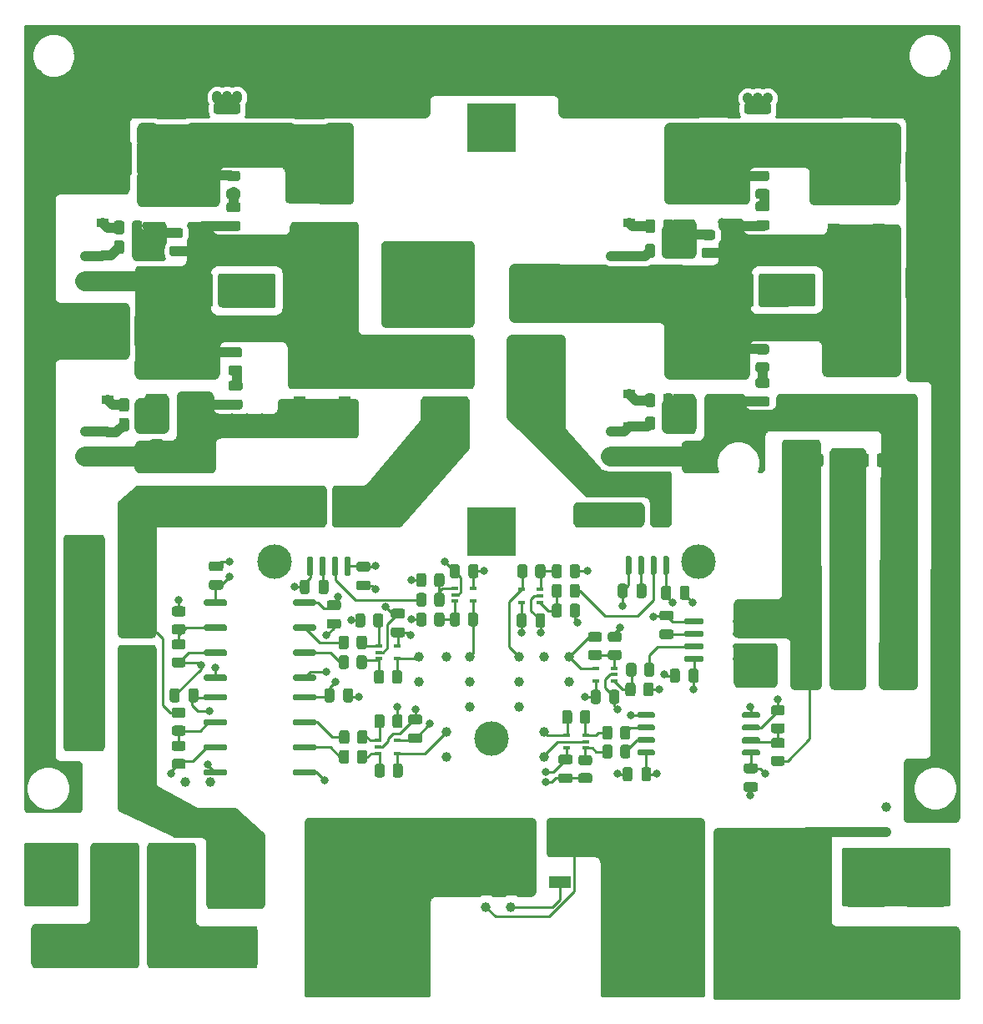
<source format=gtl>
G04 #@! TF.GenerationSoftware,KiCad,Pcbnew,5.1.7-a382d34a8~88~ubuntu20.04.1*
G04 #@! TF.CreationDate,2021-05-21T20:55:17+02:00*
G04 #@! TF.ProjectId,Power,506f7765-722e-46b6-9963-61645f706362,rev?*
G04 #@! TF.SameCoordinates,Original*
G04 #@! TF.FileFunction,Copper,L1,Top*
G04 #@! TF.FilePolarity,Positive*
%FSLAX46Y46*%
G04 Gerber Fmt 4.6, Leading zero omitted, Abs format (unit mm)*
G04 Created by KiCad (PCBNEW 5.1.7-a382d34a8~88~ubuntu20.04.1) date 2021-05-21 20:55:17*
%MOMM*%
%LPD*%
G01*
G04 APERTURE LIST*
G04 #@! TA.AperFunction,ComponentPad*
%ADD10C,3.500000*%
G04 #@! TD*
G04 #@! TA.AperFunction,SMDPad,CuDef*
%ADD11R,3.810000X4.240000*%
G04 #@! TD*
G04 #@! TA.AperFunction,ComponentPad*
%ADD12C,1.000000*%
G04 #@! TD*
G04 #@! TA.AperFunction,SMDPad,CuDef*
%ADD13R,6.400000X5.800000*%
G04 #@! TD*
G04 #@! TA.AperFunction,SMDPad,CuDef*
%ADD14R,2.200000X1.200000*%
G04 #@! TD*
G04 #@! TA.AperFunction,SMDPad,CuDef*
%ADD15R,0.650000X0.400000*%
G04 #@! TD*
G04 #@! TA.AperFunction,SMDPad,CuDef*
%ADD16R,1.200000X0.900000*%
G04 #@! TD*
G04 #@! TA.AperFunction,SMDPad,CuDef*
%ADD17R,5.800000X6.400000*%
G04 #@! TD*
G04 #@! TA.AperFunction,SMDPad,CuDef*
%ADD18R,1.200000X2.200000*%
G04 #@! TD*
G04 #@! TA.AperFunction,SMDPad,CuDef*
%ADD19R,5.000000X5.000000*%
G04 #@! TD*
G04 #@! TA.AperFunction,ComponentPad*
%ADD20C,1.803400*%
G04 #@! TD*
G04 #@! TA.AperFunction,ViaPad*
%ADD21C,0.800000*%
G04 #@! TD*
G04 #@! TA.AperFunction,Conductor*
%ADD22C,0.250000*%
G04 #@! TD*
G04 #@! TA.AperFunction,Conductor*
%ADD23C,2.000000*%
G04 #@! TD*
G04 #@! TA.AperFunction,Conductor*
%ADD24C,1.000000*%
G04 #@! TD*
G04 #@! TA.AperFunction,Conductor*
%ADD25C,0.254000*%
G04 #@! TD*
G04 #@! TA.AperFunction,Conductor*
%ADD26C,0.150000*%
G04 #@! TD*
G04 APERTURE END LIST*
G04 #@! TO.P,U7,1*
G04 #@! TO.N,+5V*
G04 #@! TA.AperFunction,SMDPad,CuDef*
G36*
G01*
X62800000Y-110952500D02*
X62800000Y-110627500D01*
G75*
G02*
X62962500Y-110465000I162500J0D01*
G01*
X64987500Y-110465000D01*
G75*
G02*
X65150000Y-110627500I0J-162500D01*
G01*
X65150000Y-110952500D01*
G75*
G02*
X64987500Y-111115000I-162500J0D01*
G01*
X62962500Y-111115000D01*
G75*
G02*
X62800000Y-110952500I0J162500D01*
G01*
G37*
G04 #@! TD.AperFunction*
G04 #@! TO.P,U7,2*
G04 #@! TO.N,/VILow1+*
G04 #@! TA.AperFunction,SMDPad,CuDef*
G36*
G01*
X62800000Y-113492500D02*
X62800000Y-113167500D01*
G75*
G02*
X62962500Y-113005000I162500J0D01*
G01*
X64987500Y-113005000D01*
G75*
G02*
X65150000Y-113167500I0J-162500D01*
G01*
X65150000Y-113492500D01*
G75*
G02*
X64987500Y-113655000I-162500J0D01*
G01*
X62962500Y-113655000D01*
G75*
G02*
X62800000Y-113492500I0J162500D01*
G01*
G37*
G04 #@! TD.AperFunction*
G04 #@! TO.P,U7,3*
G04 #@! TO.N,/N*
G04 #@! TA.AperFunction,SMDPad,CuDef*
G36*
G01*
X62800000Y-116032500D02*
X62800000Y-115707500D01*
G75*
G02*
X62962500Y-115545000I162500J0D01*
G01*
X64987500Y-115545000D01*
G75*
G02*
X65150000Y-115707500I0J-162500D01*
G01*
X65150000Y-116032500D01*
G75*
G02*
X64987500Y-116195000I-162500J0D01*
G01*
X62962500Y-116195000D01*
G75*
G02*
X62800000Y-116032500I0J162500D01*
G01*
G37*
G04 #@! TD.AperFunction*
G04 #@! TO.P,U7,4*
G04 #@! TA.AperFunction,SMDPad,CuDef*
G36*
G01*
X62800000Y-118572500D02*
X62800000Y-118247500D01*
G75*
G02*
X62962500Y-118085000I162500J0D01*
G01*
X64987500Y-118085000D01*
G75*
G02*
X65150000Y-118247500I0J-162500D01*
G01*
X65150000Y-118572500D01*
G75*
G02*
X64987500Y-118735000I-162500J0D01*
G01*
X62962500Y-118735000D01*
G75*
G02*
X62800000Y-118572500I0J162500D01*
G01*
G37*
G04 #@! TD.AperFunction*
G04 #@! TO.P,U7,5*
G04 #@! TO.N,/DGND*
G04 #@! TA.AperFunction,SMDPad,CuDef*
G36*
G01*
X71850000Y-118572500D02*
X71850000Y-118247500D01*
G75*
G02*
X72012500Y-118085000I162500J0D01*
G01*
X74037500Y-118085000D01*
G75*
G02*
X74200000Y-118247500I0J-162500D01*
G01*
X74200000Y-118572500D01*
G75*
G02*
X74037500Y-118735000I-162500J0D01*
G01*
X72012500Y-118735000D01*
G75*
G02*
X71850000Y-118572500I0J162500D01*
G01*
G37*
G04 #@! TD.AperFunction*
G04 #@! TO.P,U7,6*
G04 #@! TO.N,Net-(R12-Pad1)*
G04 #@! TA.AperFunction,SMDPad,CuDef*
G36*
G01*
X71850000Y-116032500D02*
X71850000Y-115707500D01*
G75*
G02*
X72012500Y-115545000I162500J0D01*
G01*
X74037500Y-115545000D01*
G75*
G02*
X74200000Y-115707500I0J-162500D01*
G01*
X74200000Y-116032500D01*
G75*
G02*
X74037500Y-116195000I-162500J0D01*
G01*
X72012500Y-116195000D01*
G75*
G02*
X71850000Y-116032500I0J162500D01*
G01*
G37*
G04 #@! TD.AperFunction*
G04 #@! TO.P,U7,7*
G04 #@! TO.N,Net-(R11-Pad1)*
G04 #@! TA.AperFunction,SMDPad,CuDef*
G36*
G01*
X71850000Y-113492500D02*
X71850000Y-113167500D01*
G75*
G02*
X72012500Y-113005000I162500J0D01*
G01*
X74037500Y-113005000D01*
G75*
G02*
X74200000Y-113167500I0J-162500D01*
G01*
X74200000Y-113492500D01*
G75*
G02*
X74037500Y-113655000I-162500J0D01*
G01*
X72012500Y-113655000D01*
G75*
G02*
X71850000Y-113492500I0J162500D01*
G01*
G37*
G04 #@! TD.AperFunction*
G04 #@! TO.P,U7,8*
G04 #@! TO.N,+5VD*
G04 #@! TA.AperFunction,SMDPad,CuDef*
G36*
G01*
X71850000Y-110952500D02*
X71850000Y-110627500D01*
G75*
G02*
X72012500Y-110465000I162500J0D01*
G01*
X74037500Y-110465000D01*
G75*
G02*
X74200000Y-110627500I0J-162500D01*
G01*
X74200000Y-110952500D01*
G75*
G02*
X74037500Y-111115000I-162500J0D01*
G01*
X72012500Y-111115000D01*
G75*
G02*
X71850000Y-110952500I0J162500D01*
G01*
G37*
G04 #@! TD.AperFunction*
G04 #@! TD*
G04 #@! TO.P,U6,1*
G04 #@! TO.N,+5V*
G04 #@! TA.AperFunction,SMDPad,CuDef*
G36*
G01*
X62805001Y-101352500D02*
X62805001Y-101027500D01*
G75*
G02*
X62967501Y-100865000I162500J0D01*
G01*
X64992501Y-100865000D01*
G75*
G02*
X65155001Y-101027500I0J-162500D01*
G01*
X65155001Y-101352500D01*
G75*
G02*
X64992501Y-101515000I-162500J0D01*
G01*
X62967501Y-101515000D01*
G75*
G02*
X62805001Y-101352500I0J162500D01*
G01*
G37*
G04 #@! TD.AperFunction*
G04 #@! TO.P,U6,2*
G04 #@! TO.N,/VILow2+*
G04 #@! TA.AperFunction,SMDPad,CuDef*
G36*
G01*
X62805001Y-103892500D02*
X62805001Y-103567500D01*
G75*
G02*
X62967501Y-103405000I162500J0D01*
G01*
X64992501Y-103405000D01*
G75*
G02*
X65155001Y-103567500I0J-162500D01*
G01*
X65155001Y-103892500D01*
G75*
G02*
X64992501Y-104055000I-162500J0D01*
G01*
X62967501Y-104055000D01*
G75*
G02*
X62805001Y-103892500I0J162500D01*
G01*
G37*
G04 #@! TD.AperFunction*
G04 #@! TO.P,U6,3*
G04 #@! TO.N,/N*
G04 #@! TA.AperFunction,SMDPad,CuDef*
G36*
G01*
X62805001Y-106432500D02*
X62805001Y-106107500D01*
G75*
G02*
X62967501Y-105945000I162500J0D01*
G01*
X64992501Y-105945000D01*
G75*
G02*
X65155001Y-106107500I0J-162500D01*
G01*
X65155001Y-106432500D01*
G75*
G02*
X64992501Y-106595000I-162500J0D01*
G01*
X62967501Y-106595000D01*
G75*
G02*
X62805001Y-106432500I0J162500D01*
G01*
G37*
G04 #@! TD.AperFunction*
G04 #@! TO.P,U6,4*
G04 #@! TA.AperFunction,SMDPad,CuDef*
G36*
G01*
X62805001Y-108972500D02*
X62805001Y-108647500D01*
G75*
G02*
X62967501Y-108485000I162500J0D01*
G01*
X64992501Y-108485000D01*
G75*
G02*
X65155001Y-108647500I0J-162500D01*
G01*
X65155001Y-108972500D01*
G75*
G02*
X64992501Y-109135000I-162500J0D01*
G01*
X62967501Y-109135000D01*
G75*
G02*
X62805001Y-108972500I0J162500D01*
G01*
G37*
G04 #@! TD.AperFunction*
G04 #@! TO.P,U6,5*
G04 #@! TO.N,/DGND*
G04 #@! TA.AperFunction,SMDPad,CuDef*
G36*
G01*
X71855001Y-108972500D02*
X71855001Y-108647500D01*
G75*
G02*
X72017501Y-108485000I162500J0D01*
G01*
X74042501Y-108485000D01*
G75*
G02*
X74205001Y-108647500I0J-162500D01*
G01*
X74205001Y-108972500D01*
G75*
G02*
X74042501Y-109135000I-162500J0D01*
G01*
X72017501Y-109135000D01*
G75*
G02*
X71855001Y-108972500I0J162500D01*
G01*
G37*
G04 #@! TD.AperFunction*
G04 #@! TO.P,U6,6*
G04 #@! TO.N,Net-(R10-Pad1)*
G04 #@! TA.AperFunction,SMDPad,CuDef*
G36*
G01*
X71855001Y-106432500D02*
X71855001Y-106107500D01*
G75*
G02*
X72017501Y-105945000I162500J0D01*
G01*
X74042501Y-105945000D01*
G75*
G02*
X74205001Y-106107500I0J-162500D01*
G01*
X74205001Y-106432500D01*
G75*
G02*
X74042501Y-106595000I-162500J0D01*
G01*
X72017501Y-106595000D01*
G75*
G02*
X71855001Y-106432500I0J162500D01*
G01*
G37*
G04 #@! TD.AperFunction*
G04 #@! TO.P,U6,7*
G04 #@! TO.N,Net-(R9-Pad1)*
G04 #@! TA.AperFunction,SMDPad,CuDef*
G36*
G01*
X71855001Y-103892500D02*
X71855001Y-103567500D01*
G75*
G02*
X72017501Y-103405000I162500J0D01*
G01*
X74042501Y-103405000D01*
G75*
G02*
X74205001Y-103567500I0J-162500D01*
G01*
X74205001Y-103892500D01*
G75*
G02*
X74042501Y-104055000I-162500J0D01*
G01*
X72017501Y-104055000D01*
G75*
G02*
X71855001Y-103892500I0J162500D01*
G01*
G37*
G04 #@! TD.AperFunction*
G04 #@! TO.P,U6,8*
G04 #@! TO.N,+5VD*
G04 #@! TA.AperFunction,SMDPad,CuDef*
G36*
G01*
X71855001Y-101352500D02*
X71855001Y-101027500D01*
G75*
G02*
X72017501Y-100865000I162500J0D01*
G01*
X74042501Y-100865000D01*
G75*
G02*
X74205001Y-101027500I0J-162500D01*
G01*
X74205001Y-101352500D01*
G75*
G02*
X74042501Y-101515000I-162500J0D01*
G01*
X72017501Y-101515000D01*
G75*
G02*
X71855001Y-101352500I0J162500D01*
G01*
G37*
G04 #@! TD.AperFunction*
G04 #@! TD*
D10*
G04 #@! TO.P,H4,1*
G04 #@! TO.N,/DGND*
X70000000Y-97000000D03*
G04 #@! TD*
G04 #@! TO.P,H3,1*
G04 #@! TO.N,/DGND*
X113000000Y-97000000D03*
G04 #@! TD*
G04 #@! TO.P,H2,1*
G04 #@! TO.N,/DGND*
X92000000Y-115000000D03*
G04 #@! TD*
G04 #@! TO.P,JP10,2*
G04 #@! TO.N,Net-(HS1-Pad1)*
G04 #@! TA.AperFunction,SMDPad,CuDef*
G36*
G01*
X119100000Y-70950000D02*
X119100000Y-68050000D01*
G75*
G02*
X119350000Y-67800000I250000J0D01*
G01*
X119850000Y-67800000D01*
G75*
G02*
X120100000Y-68050000I0J-250000D01*
G01*
X120100000Y-70950000D01*
G75*
G02*
X119850000Y-71200000I-250000J0D01*
G01*
X119350000Y-71200000D01*
G75*
G02*
X119100000Y-70950000I0J250000D01*
G01*
G37*
G04 #@! TD.AperFunction*
G04 #@! TO.P,JP10,1*
G04 #@! TO.N,/SW_Node1*
G04 #@! TA.AperFunction,SMDPad,CuDef*
G36*
G01*
X117600000Y-70950000D02*
X117600000Y-68050000D01*
G75*
G02*
X117850000Y-67800000I250000J0D01*
G01*
X118350000Y-67800000D01*
G75*
G02*
X118600000Y-68050000I0J-250000D01*
G01*
X118600000Y-70950000D01*
G75*
G02*
X118350000Y-71200000I-250000J0D01*
G01*
X117850000Y-71200000D01*
G75*
G02*
X117600000Y-70950000I0J250000D01*
G01*
G37*
G04 #@! TD.AperFunction*
G04 #@! TD*
G04 #@! TO.P,JP9,2*
G04 #@! TO.N,Net-(HS1-Pad1)*
G04 #@! TA.AperFunction,SMDPad,CuDef*
G36*
G01*
X64250000Y-70950000D02*
X64250000Y-68050000D01*
G75*
G02*
X64500000Y-67800000I250000J0D01*
G01*
X65000000Y-67800000D01*
G75*
G02*
X65250000Y-68050000I0J-250000D01*
G01*
X65250000Y-70950000D01*
G75*
G02*
X65000000Y-71200000I-250000J0D01*
G01*
X64500000Y-71200000D01*
G75*
G02*
X64250000Y-70950000I0J250000D01*
G01*
G37*
G04 #@! TD.AperFunction*
G04 #@! TO.P,JP9,1*
G04 #@! TO.N,/SW_Node2*
G04 #@! TA.AperFunction,SMDPad,CuDef*
G36*
G01*
X62750000Y-70950000D02*
X62750000Y-68050000D01*
G75*
G02*
X63000000Y-67800000I250000J0D01*
G01*
X63500000Y-67800000D01*
G75*
G02*
X63750000Y-68050000I0J-250000D01*
G01*
X63750000Y-70950000D01*
G75*
G02*
X63500000Y-71200000I-250000J0D01*
G01*
X63000000Y-71200000D01*
G75*
G02*
X62750000Y-70950000I0J250000D01*
G01*
G37*
G04 #@! TD.AperFunction*
G04 #@! TD*
G04 #@! TO.P,JP8,2*
G04 #@! TO.N,Net-(HS1-Pad1)*
G04 #@! TA.AperFunction,SMDPad,CuDef*
G36*
G01*
X134000000Y-58450000D02*
X134000000Y-55550000D01*
G75*
G02*
X134250000Y-55300000I250000J0D01*
G01*
X134750000Y-55300000D01*
G75*
G02*
X135000000Y-55550000I0J-250000D01*
G01*
X135000000Y-58450000D01*
G75*
G02*
X134750000Y-58700000I-250000J0D01*
G01*
X134250000Y-58700000D01*
G75*
G02*
X134000000Y-58450000I0J250000D01*
G01*
G37*
G04 #@! TD.AperFunction*
G04 #@! TO.P,JP8,1*
G04 #@! TO.N,/V_Out*
G04 #@! TA.AperFunction,SMDPad,CuDef*
G36*
G01*
X132500000Y-58450000D02*
X132500000Y-55550000D01*
G75*
G02*
X132750000Y-55300000I250000J0D01*
G01*
X133250000Y-55300000D01*
G75*
G02*
X133500000Y-55550000I0J-250000D01*
G01*
X133500000Y-58450000D01*
G75*
G02*
X133250000Y-58700000I-250000J0D01*
G01*
X132750000Y-58700000D01*
G75*
G02*
X132500000Y-58450000I0J250000D01*
G01*
G37*
G04 #@! TD.AperFunction*
G04 #@! TD*
G04 #@! TO.P,JP7,2*
G04 #@! TO.N,Net-(HS1-Pad1)*
G04 #@! TA.AperFunction,SMDPad,CuDef*
G36*
G01*
X130450000Y-52000000D02*
X127550000Y-52000000D01*
G75*
G02*
X127300000Y-51750000I0J250000D01*
G01*
X127300000Y-51250000D01*
G75*
G02*
X127550000Y-51000000I250000J0D01*
G01*
X130450000Y-51000000D01*
G75*
G02*
X130700000Y-51250000I0J-250000D01*
G01*
X130700000Y-51750000D01*
G75*
G02*
X130450000Y-52000000I-250000J0D01*
G01*
G37*
G04 #@! TD.AperFunction*
G04 #@! TO.P,JP7,1*
G04 #@! TO.N,/V_Out*
G04 #@! TA.AperFunction,SMDPad,CuDef*
G36*
G01*
X130450000Y-53500000D02*
X127550000Y-53500000D01*
G75*
G02*
X127300000Y-53250000I0J250000D01*
G01*
X127300000Y-52750000D01*
G75*
G02*
X127550000Y-52500000I250000J0D01*
G01*
X130450000Y-52500000D01*
G75*
G02*
X130700000Y-52750000I0J-250000D01*
G01*
X130700000Y-53250000D01*
G75*
G02*
X130450000Y-53500000I-250000J0D01*
G01*
G37*
G04 #@! TD.AperFunction*
G04 #@! TD*
G04 #@! TO.P,C38,2*
G04 #@! TO.N,/DGND*
G04 #@! TA.AperFunction,SMDPad,CuDef*
G36*
G01*
X99025000Y-118500000D02*
X99975000Y-118500000D01*
G75*
G02*
X100225000Y-118750000I0J-250000D01*
G01*
X100225000Y-119250000D01*
G75*
G02*
X99975000Y-119500000I-250000J0D01*
G01*
X99025000Y-119500000D01*
G75*
G02*
X98775000Y-119250000I0J250000D01*
G01*
X98775000Y-118750000D01*
G75*
G02*
X99025000Y-118500000I250000J0D01*
G01*
G37*
G04 #@! TD.AperFunction*
G04 #@! TO.P,C38,1*
G04 #@! TO.N,+5VD*
G04 #@! TA.AperFunction,SMDPad,CuDef*
G36*
G01*
X99025000Y-116600000D02*
X99975000Y-116600000D01*
G75*
G02*
X100225000Y-116850000I0J-250000D01*
G01*
X100225000Y-117350000D01*
G75*
G02*
X99975000Y-117600000I-250000J0D01*
G01*
X99025000Y-117600000D01*
G75*
G02*
X98775000Y-117350000I0J250000D01*
G01*
X98775000Y-116850000D01*
G75*
G02*
X99025000Y-116600000I250000J0D01*
G01*
G37*
G04 #@! TD.AperFunction*
G04 #@! TD*
G04 #@! TO.P,C34,2*
G04 #@! TO.N,/DGND*
G04 #@! TA.AperFunction,SMDPad,CuDef*
G36*
G01*
X82975000Y-102800000D02*
X82025000Y-102800000D01*
G75*
G02*
X81775000Y-102550000I0J250000D01*
G01*
X81775000Y-102050000D01*
G75*
G02*
X82025000Y-101800000I250000J0D01*
G01*
X82975000Y-101800000D01*
G75*
G02*
X83225000Y-102050000I0J-250000D01*
G01*
X83225000Y-102550000D01*
G75*
G02*
X82975000Y-102800000I-250000J0D01*
G01*
G37*
G04 #@! TD.AperFunction*
G04 #@! TO.P,C34,1*
G04 #@! TO.N,+5VD*
G04 #@! TA.AperFunction,SMDPad,CuDef*
G36*
G01*
X82975000Y-104700000D02*
X82025000Y-104700000D01*
G75*
G02*
X81775000Y-104450000I0J250000D01*
G01*
X81775000Y-103950000D01*
G75*
G02*
X82025000Y-103700000I250000J0D01*
G01*
X82975000Y-103700000D01*
G75*
G02*
X83225000Y-103950000I0J-250000D01*
G01*
X83225000Y-104450000D01*
G75*
G02*
X82975000Y-104700000I-250000J0D01*
G01*
G37*
G04 #@! TD.AperFunction*
G04 #@! TD*
G04 #@! TO.P,C33,2*
G04 #@! TO.N,/DGND*
G04 #@! TA.AperFunction,SMDPad,CuDef*
G36*
G01*
X84725000Y-113550000D02*
X83775000Y-113550000D01*
G75*
G02*
X83525000Y-113300000I0J250000D01*
G01*
X83525000Y-112800000D01*
G75*
G02*
X83775000Y-112550000I250000J0D01*
G01*
X84725000Y-112550000D01*
G75*
G02*
X84975000Y-112800000I0J-250000D01*
G01*
X84975000Y-113300000D01*
G75*
G02*
X84725000Y-113550000I-250000J0D01*
G01*
G37*
G04 #@! TD.AperFunction*
G04 #@! TO.P,C33,1*
G04 #@! TO.N,+5VD*
G04 #@! TA.AperFunction,SMDPad,CuDef*
G36*
G01*
X84725000Y-115450000D02*
X83775000Y-115450000D01*
G75*
G02*
X83525000Y-115200000I0J250000D01*
G01*
X83525000Y-114700000D01*
G75*
G02*
X83775000Y-114450000I250000J0D01*
G01*
X84725000Y-114450000D01*
G75*
G02*
X84975000Y-114700000I0J-250000D01*
G01*
X84975000Y-115200000D01*
G75*
G02*
X84725000Y-115450000I-250000J0D01*
G01*
G37*
G04 #@! TD.AperFunction*
G04 #@! TD*
D11*
G04 #@! TO.P,F4,2*
G04 #@! TO.N,Net-(F1-Pad2)*
X136000000Y-130000000D03*
G04 #@! TO.P,F4,1*
G04 #@! TO.N,/VI_High*
X136000000Y-136380000D03*
G04 #@! TD*
G04 #@! TO.P,F3,2*
G04 #@! TO.N,Net-(F3-Pad2)*
X66300000Y-136190000D03*
G04 #@! TO.P,F3,1*
G04 #@! TO.N,/VI_LOW2*
X66300000Y-129810000D03*
G04 #@! TD*
G04 #@! TO.P,F2,2*
G04 #@! TO.N,Net-(F2-Pad2)*
X47400000Y-136000000D03*
G04 #@! TO.P,F2,1*
G04 #@! TO.N,/VI_LOW1*
X47400000Y-129620000D03*
G04 #@! TD*
G04 #@! TO.P,F1,2*
G04 #@! TO.N,Net-(F1-Pad2)*
X130000000Y-130000000D03*
G04 #@! TO.P,F1,1*
G04 #@! TO.N,/VI_High*
X130000000Y-136380000D03*
G04 #@! TD*
G04 #@! TO.P,C32,2*
G04 #@! TO.N,/DGND*
G04 #@! TA.AperFunction,SMDPad,CuDef*
G36*
G01*
X103950000Y-111225000D02*
X103950000Y-110275000D01*
G75*
G02*
X104200000Y-110025000I250000J0D01*
G01*
X104700000Y-110025000D01*
G75*
G02*
X104950000Y-110275000I0J-250000D01*
G01*
X104950000Y-111225000D01*
G75*
G02*
X104700000Y-111475000I-250000J0D01*
G01*
X104200000Y-111475000D01*
G75*
G02*
X103950000Y-111225000I0J250000D01*
G01*
G37*
G04 #@! TD.AperFunction*
G04 #@! TO.P,C32,1*
G04 #@! TO.N,+5VD*
G04 #@! TA.AperFunction,SMDPad,CuDef*
G36*
G01*
X102050000Y-111225000D02*
X102050000Y-110275000D01*
G75*
G02*
X102300000Y-110025000I250000J0D01*
G01*
X102800000Y-110025000D01*
G75*
G02*
X103050000Y-110275000I0J-250000D01*
G01*
X103050000Y-111225000D01*
G75*
G02*
X102800000Y-111475000I-250000J0D01*
G01*
X102300000Y-111475000D01*
G75*
G02*
X102050000Y-111225000I0J250000D01*
G01*
G37*
G04 #@! TD.AperFunction*
G04 #@! TD*
G04 #@! TO.P,C31,2*
G04 #@! TO.N,/DGND*
G04 #@! TA.AperFunction,SMDPad,CuDef*
G36*
G01*
X96450000Y-103475000D02*
X96450000Y-102525000D01*
G75*
G02*
X96700000Y-102275000I250000J0D01*
G01*
X97200000Y-102275000D01*
G75*
G02*
X97450000Y-102525000I0J-250000D01*
G01*
X97450000Y-103475000D01*
G75*
G02*
X97200000Y-103725000I-250000J0D01*
G01*
X96700000Y-103725000D01*
G75*
G02*
X96450000Y-103475000I0J250000D01*
G01*
G37*
G04 #@! TD.AperFunction*
G04 #@! TO.P,C31,1*
G04 #@! TO.N,+5VD*
G04 #@! TA.AperFunction,SMDPad,CuDef*
G36*
G01*
X94550000Y-103475000D02*
X94550000Y-102525000D01*
G75*
G02*
X94800000Y-102275000I250000J0D01*
G01*
X95300000Y-102275000D01*
G75*
G02*
X95550000Y-102525000I0J-250000D01*
G01*
X95550000Y-103475000D01*
G75*
G02*
X95300000Y-103725000I-250000J0D01*
G01*
X94800000Y-103725000D01*
G75*
G02*
X94550000Y-103475000I0J250000D01*
G01*
G37*
G04 #@! TD.AperFunction*
G04 #@! TD*
G04 #@! TO.P,C30,2*
G04 #@! TO.N,/DGND*
G04 #@! TA.AperFunction,SMDPad,CuDef*
G36*
G01*
X88750000Y-97525000D02*
X88750000Y-98475000D01*
G75*
G02*
X88500000Y-98725000I-250000J0D01*
G01*
X88000000Y-98725000D01*
G75*
G02*
X87750000Y-98475000I0J250000D01*
G01*
X87750000Y-97525000D01*
G75*
G02*
X88000000Y-97275000I250000J0D01*
G01*
X88500000Y-97275000D01*
G75*
G02*
X88750000Y-97525000I0J-250000D01*
G01*
G37*
G04 #@! TD.AperFunction*
G04 #@! TO.P,C30,1*
G04 #@! TO.N,+5VD*
G04 #@! TA.AperFunction,SMDPad,CuDef*
G36*
G01*
X90650000Y-97525000D02*
X90650000Y-98475000D01*
G75*
G02*
X90400000Y-98725000I-250000J0D01*
G01*
X89900000Y-98725000D01*
G75*
G02*
X89650000Y-98475000I0J250000D01*
G01*
X89650000Y-97525000D01*
G75*
G02*
X89900000Y-97275000I250000J0D01*
G01*
X90400000Y-97275000D01*
G75*
G02*
X90650000Y-97525000I0J-250000D01*
G01*
G37*
G04 #@! TD.AperFunction*
G04 #@! TD*
D12*
G04 #@! TO.P,J34,1*
G04 #@! TO.N,/N*
X63500000Y-119380000D03*
G04 #@! TD*
G04 #@! TO.P,J3,1*
G04 #@! TO.N,+5V*
X60960000Y-119380000D03*
G04 #@! TD*
G04 #@! TO.P,J33,1*
G04 #@! TO.N,GNDREF*
X132080000Y-121920000D03*
G04 #@! TD*
G04 #@! TO.P,J30,1*
G04 #@! TO.N,/VI_High*
X132080000Y-124460000D03*
G04 #@! TD*
G04 #@! TO.P,J27,1*
G04 #@! TO.N,/DGND*
X89800000Y-109220000D03*
G04 #@! TD*
G04 #@! TO.P,J15,1*
G04 #@! TO.N,/IILow1_op*
X89800000Y-106680000D03*
G04 #@! TD*
D13*
G04 #@! TO.P,Q3,2*
G04 #@! TO.N,/N*
X92650000Y-127250000D03*
D14*
G04 #@! TO.P,Q3,3*
G04 #@! TO.N,GNDREF*
X98950000Y-124970000D03*
G04 #@! TO.P,Q3,1*
G04 #@! TO.N,/Neutral_GND_cmd*
X98950000Y-129530000D03*
G04 #@! TD*
D15*
G04 #@! TO.P,U13,5*
G04 #@! TO.N,+5VD*
X102550000Y-109150000D03*
G04 #@! TO.P,U13,4*
G04 #@! TO.N,/IIHigh_op*
X102550000Y-107850000D03*
G04 #@! TO.P,U13,2*
G04 #@! TO.N,/DGND*
X104450000Y-108500000D03*
G04 #@! TO.P,U13,3*
G04 #@! TO.N,Net-(R22-Pad2)*
X104450000Y-107850000D03*
G04 #@! TO.P,U13,1*
G04 #@! TO.N,Net-(R21-Pad2)*
X104450000Y-109150000D03*
G04 #@! TD*
G04 #@! TO.P,U3,8*
G04 #@! TO.N,+5VD*
G04 #@! TA.AperFunction,SMDPad,CuDef*
G36*
G01*
X113500000Y-106755000D02*
X113500000Y-107055000D01*
G75*
G02*
X113350000Y-107205000I-150000J0D01*
G01*
X111700000Y-107205000D01*
G75*
G02*
X111550000Y-107055000I0J150000D01*
G01*
X111550000Y-106755000D01*
G75*
G02*
X111700000Y-106605000I150000J0D01*
G01*
X113350000Y-106605000D01*
G75*
G02*
X113500000Y-106755000I0J-150000D01*
G01*
G37*
G04 #@! TD.AperFunction*
G04 #@! TO.P,U3,7*
G04 #@! TO.N,/IIHigh*
G04 #@! TA.AperFunction,SMDPad,CuDef*
G36*
G01*
X113500000Y-105485000D02*
X113500000Y-105785000D01*
G75*
G02*
X113350000Y-105935000I-150000J0D01*
G01*
X111700000Y-105935000D01*
G75*
G02*
X111550000Y-105785000I0J150000D01*
G01*
X111550000Y-105485000D01*
G75*
G02*
X111700000Y-105335000I150000J0D01*
G01*
X113350000Y-105335000D01*
G75*
G02*
X113500000Y-105485000I0J-150000D01*
G01*
G37*
G04 #@! TD.AperFunction*
G04 #@! TO.P,U3,6*
G04 #@! TO.N,Net-(C5-Pad2)*
G04 #@! TA.AperFunction,SMDPad,CuDef*
G36*
G01*
X113500000Y-104215000D02*
X113500000Y-104515000D01*
G75*
G02*
X113350000Y-104665000I-150000J0D01*
G01*
X111700000Y-104665000D01*
G75*
G02*
X111550000Y-104515000I0J150000D01*
G01*
X111550000Y-104215000D01*
G75*
G02*
X111700000Y-104065000I150000J0D01*
G01*
X113350000Y-104065000D01*
G75*
G02*
X113500000Y-104215000I0J-150000D01*
G01*
G37*
G04 #@! TD.AperFunction*
G04 #@! TO.P,U3,5*
G04 #@! TO.N,/DGND*
G04 #@! TA.AperFunction,SMDPad,CuDef*
G36*
G01*
X113500000Y-102945000D02*
X113500000Y-103245000D01*
G75*
G02*
X113350000Y-103395000I-150000J0D01*
G01*
X111700000Y-103395000D01*
G75*
G02*
X111550000Y-103245000I0J150000D01*
G01*
X111550000Y-102945000D01*
G75*
G02*
X111700000Y-102795000I150000J0D01*
G01*
X113350000Y-102795000D01*
G75*
G02*
X113500000Y-102945000I0J-150000D01*
G01*
G37*
G04 #@! TD.AperFunction*
G04 #@! TO.P,U3,4*
G04 #@! TO.N,/V_Out*
G04 #@! TA.AperFunction,SMDPad,CuDef*
G36*
G01*
X118450000Y-102945000D02*
X118450000Y-103245000D01*
G75*
G02*
X118300000Y-103395000I-150000J0D01*
G01*
X116650000Y-103395000D01*
G75*
G02*
X116500000Y-103245000I0J150000D01*
G01*
X116500000Y-102945000D01*
G75*
G02*
X116650000Y-102795000I150000J0D01*
G01*
X118300000Y-102795000D01*
G75*
G02*
X118450000Y-102945000I0J-150000D01*
G01*
G37*
G04 #@! TD.AperFunction*
G04 #@! TO.P,U3,3*
G04 #@! TA.AperFunction,SMDPad,CuDef*
G36*
G01*
X118450000Y-104215000D02*
X118450000Y-104515000D01*
G75*
G02*
X118300000Y-104665000I-150000J0D01*
G01*
X116650000Y-104665000D01*
G75*
G02*
X116500000Y-104515000I0J150000D01*
G01*
X116500000Y-104215000D01*
G75*
G02*
X116650000Y-104065000I150000J0D01*
G01*
X118300000Y-104065000D01*
G75*
G02*
X118450000Y-104215000I0J-150000D01*
G01*
G37*
G04 #@! TD.AperFunction*
G04 #@! TO.P,U3,2*
G04 #@! TO.N,Net-(F1-Pad2)*
G04 #@! TA.AperFunction,SMDPad,CuDef*
G36*
G01*
X118450000Y-105485000D02*
X118450000Y-105785000D01*
G75*
G02*
X118300000Y-105935000I-150000J0D01*
G01*
X116650000Y-105935000D01*
G75*
G02*
X116500000Y-105785000I0J150000D01*
G01*
X116500000Y-105485000D01*
G75*
G02*
X116650000Y-105335000I150000J0D01*
G01*
X118300000Y-105335000D01*
G75*
G02*
X118450000Y-105485000I0J-150000D01*
G01*
G37*
G04 #@! TD.AperFunction*
G04 #@! TO.P,U3,1*
G04 #@! TA.AperFunction,SMDPad,CuDef*
G36*
G01*
X118450000Y-106755000D02*
X118450000Y-107055000D01*
G75*
G02*
X118300000Y-107205000I-150000J0D01*
G01*
X116650000Y-107205000D01*
G75*
G02*
X116500000Y-107055000I0J150000D01*
G01*
X116500000Y-106755000D01*
G75*
G02*
X116650000Y-106605000I150000J0D01*
G01*
X118300000Y-106605000D01*
G75*
G02*
X118450000Y-106755000I0J-150000D01*
G01*
G37*
G04 #@! TD.AperFunction*
G04 #@! TD*
G04 #@! TO.P,R30,2*
G04 #@! TO.N,/IIHigh_op*
G04 #@! TA.AperFunction,SMDPad,CuDef*
G36*
G01*
X102950002Y-105187500D02*
X102049998Y-105187500D01*
G75*
G02*
X101800000Y-104937502I0J249998D01*
G01*
X101800000Y-104412498D01*
G75*
G02*
X102049998Y-104162500I249998J0D01*
G01*
X102950002Y-104162500D01*
G75*
G02*
X103200000Y-104412498I0J-249998D01*
G01*
X103200000Y-104937502D01*
G75*
G02*
X102950002Y-105187500I-249998J0D01*
G01*
G37*
G04 #@! TD.AperFunction*
G04 #@! TO.P,R30,1*
G04 #@! TO.N,Net-(R22-Pad2)*
G04 #@! TA.AperFunction,SMDPad,CuDef*
G36*
G01*
X102950002Y-107012500D02*
X102049998Y-107012500D01*
G75*
G02*
X101800000Y-106762502I0J249998D01*
G01*
X101800000Y-106237498D01*
G75*
G02*
X102049998Y-105987500I249998J0D01*
G01*
X102950002Y-105987500D01*
G75*
G02*
X103200000Y-106237498I0J-249998D01*
G01*
X103200000Y-106762502D01*
G75*
G02*
X102950002Y-107012500I-249998J0D01*
G01*
G37*
G04 #@! TD.AperFunction*
G04 #@! TD*
G04 #@! TO.P,R25,2*
G04 #@! TO.N,/DGND*
G04 #@! TA.AperFunction,SMDPad,CuDef*
G36*
G01*
X107400000Y-110450002D02*
X107400000Y-109549998D01*
G75*
G02*
X107649998Y-109300000I249998J0D01*
G01*
X108175002Y-109300000D01*
G75*
G02*
X108425000Y-109549998I0J-249998D01*
G01*
X108425000Y-110450002D01*
G75*
G02*
X108175002Y-110700000I-249998J0D01*
G01*
X107649998Y-110700000D01*
G75*
G02*
X107400000Y-110450002I0J249998D01*
G01*
G37*
G04 #@! TD.AperFunction*
G04 #@! TO.P,R25,1*
G04 #@! TO.N,Net-(R21-Pad2)*
G04 #@! TA.AperFunction,SMDPad,CuDef*
G36*
G01*
X105575000Y-110450002D02*
X105575000Y-109549998D01*
G75*
G02*
X105824998Y-109300000I249998J0D01*
G01*
X106350002Y-109300000D01*
G75*
G02*
X106600000Y-109549998I0J-249998D01*
G01*
X106600000Y-110450002D01*
G75*
G02*
X106350002Y-110700000I-249998J0D01*
G01*
X105824998Y-110700000D01*
G75*
G02*
X105575000Y-110450002I0J249998D01*
G01*
G37*
G04 #@! TD.AperFunction*
G04 #@! TD*
G04 #@! TO.P,R22,2*
G04 #@! TO.N,Net-(R22-Pad2)*
G04 #@! TA.AperFunction,SMDPad,CuDef*
G36*
G01*
X104049998Y-105987500D02*
X104950002Y-105987500D01*
G75*
G02*
X105200000Y-106237498I0J-249998D01*
G01*
X105200000Y-106762502D01*
G75*
G02*
X104950002Y-107012500I-249998J0D01*
G01*
X104049998Y-107012500D01*
G75*
G02*
X103800000Y-106762502I0J249998D01*
G01*
X103800000Y-106237498D01*
G75*
G02*
X104049998Y-105987500I249998J0D01*
G01*
G37*
G04 #@! TD.AperFunction*
G04 #@! TO.P,R22,1*
G04 #@! TO.N,/DGND*
G04 #@! TA.AperFunction,SMDPad,CuDef*
G36*
G01*
X104049998Y-104162500D02*
X104950002Y-104162500D01*
G75*
G02*
X105200000Y-104412498I0J-249998D01*
G01*
X105200000Y-104937502D01*
G75*
G02*
X104950002Y-105187500I-249998J0D01*
G01*
X104049998Y-105187500D01*
G75*
G02*
X103800000Y-104937502I0J249998D01*
G01*
X103800000Y-104412498D01*
G75*
G02*
X104049998Y-104162500I249998J0D01*
G01*
G37*
G04 #@! TD.AperFunction*
G04 #@! TD*
G04 #@! TO.P,R21,2*
G04 #@! TO.N,Net-(R21-Pad2)*
G04 #@! TA.AperFunction,SMDPad,CuDef*
G36*
G01*
X106687500Y-107549998D02*
X106687500Y-108450002D01*
G75*
G02*
X106437502Y-108700000I-249998J0D01*
G01*
X105912498Y-108700000D01*
G75*
G02*
X105662500Y-108450002I0J249998D01*
G01*
X105662500Y-107549998D01*
G75*
G02*
X105912498Y-107300000I249998J0D01*
G01*
X106437502Y-107300000D01*
G75*
G02*
X106687500Y-107549998I0J-249998D01*
G01*
G37*
G04 #@! TD.AperFunction*
G04 #@! TO.P,R21,1*
G04 #@! TO.N,/IIHigh*
G04 #@! TA.AperFunction,SMDPad,CuDef*
G36*
G01*
X108512500Y-107549998D02*
X108512500Y-108450002D01*
G75*
G02*
X108262502Y-108700000I-249998J0D01*
G01*
X107737498Y-108700000D01*
G75*
G02*
X107487500Y-108450002I0J249998D01*
G01*
X107487500Y-107549998D01*
G75*
G02*
X107737498Y-107300000I249998J0D01*
G01*
X108262502Y-107300000D01*
G75*
G02*
X108512500Y-107549998I0J-249998D01*
G01*
G37*
G04 #@! TD.AperFunction*
G04 #@! TD*
G04 #@! TO.P,C5,2*
G04 #@! TO.N,Net-(C5-Pad2)*
G04 #@! TA.AperFunction,SMDPad,CuDef*
G36*
G01*
X109275000Y-103900000D02*
X110225000Y-103900000D01*
G75*
G02*
X110475000Y-104150000I0J-250000D01*
G01*
X110475000Y-104650000D01*
G75*
G02*
X110225000Y-104900000I-250000J0D01*
G01*
X109275000Y-104900000D01*
G75*
G02*
X109025000Y-104650000I0J250000D01*
G01*
X109025000Y-104150000D01*
G75*
G02*
X109275000Y-103900000I250000J0D01*
G01*
G37*
G04 #@! TD.AperFunction*
G04 #@! TO.P,C5,1*
G04 #@! TO.N,/DGND*
G04 #@! TA.AperFunction,SMDPad,CuDef*
G36*
G01*
X109275000Y-102000000D02*
X110225000Y-102000000D01*
G75*
G02*
X110475000Y-102250000I0J-250000D01*
G01*
X110475000Y-102750000D01*
G75*
G02*
X110225000Y-103000000I-250000J0D01*
G01*
X109275000Y-103000000D01*
G75*
G02*
X109025000Y-102750000I0J250000D01*
G01*
X109025000Y-102250000D01*
G75*
G02*
X109275000Y-102000000I250000J0D01*
G01*
G37*
G04 #@! TD.AperFunction*
G04 #@! TD*
G04 #@! TO.P,C4,2*
G04 #@! TO.N,+5VD*
G04 #@! TA.AperFunction,SMDPad,CuDef*
G36*
G01*
X112000000Y-109075000D02*
X112000000Y-108125000D01*
G75*
G02*
X112250000Y-107875000I250000J0D01*
G01*
X112750000Y-107875000D01*
G75*
G02*
X113000000Y-108125000I0J-250000D01*
G01*
X113000000Y-109075000D01*
G75*
G02*
X112750000Y-109325000I-250000J0D01*
G01*
X112250000Y-109325000D01*
G75*
G02*
X112000000Y-109075000I0J250000D01*
G01*
G37*
G04 #@! TD.AperFunction*
G04 #@! TO.P,C4,1*
G04 #@! TO.N,/DGND*
G04 #@! TA.AperFunction,SMDPad,CuDef*
G36*
G01*
X110100000Y-109075000D02*
X110100000Y-108125000D01*
G75*
G02*
X110350000Y-107875000I250000J0D01*
G01*
X110850000Y-107875000D01*
G75*
G02*
X111100000Y-108125000I0J-250000D01*
G01*
X111100000Y-109075000D01*
G75*
G02*
X110850000Y-109325000I-250000J0D01*
G01*
X110350000Y-109325000D01*
G75*
G02*
X110100000Y-109075000I0J250000D01*
G01*
G37*
G04 #@! TD.AperFunction*
G04 #@! TD*
G04 #@! TO.P,R27,2*
G04 #@! TO.N,/DGND*
G04 #@! TA.AperFunction,SMDPad,CuDef*
G36*
G01*
X85387500Y-98449998D02*
X85387500Y-99350002D01*
G75*
G02*
X85137502Y-99600000I-249998J0D01*
G01*
X84612498Y-99600000D01*
G75*
G02*
X84362500Y-99350002I0J249998D01*
G01*
X84362500Y-98449998D01*
G75*
G02*
X84612498Y-98200000I249998J0D01*
G01*
X85137502Y-98200000D01*
G75*
G02*
X85387500Y-98449998I0J-249998D01*
G01*
G37*
G04 #@! TD.AperFunction*
G04 #@! TO.P,R27,1*
G04 #@! TO.N,Net-(R19-Pad2)*
G04 #@! TA.AperFunction,SMDPad,CuDef*
G36*
G01*
X87212500Y-98449998D02*
X87212500Y-99350002D01*
G75*
G02*
X86962502Y-99600000I-249998J0D01*
G01*
X86437498Y-99600000D01*
G75*
G02*
X86187500Y-99350002I0J249998D01*
G01*
X86187500Y-98449998D01*
G75*
G02*
X86437498Y-98200000I249998J0D01*
G01*
X86962502Y-98200000D01*
G75*
G02*
X87212500Y-98449998I0J-249998D01*
G01*
G37*
G04 #@! TD.AperFunction*
G04 #@! TD*
G04 #@! TO.P,R29,2*
G04 #@! TO.N,/IILow1_op*
G04 #@! TA.AperFunction,SMDPad,CuDef*
G36*
G01*
X89600000Y-103350002D02*
X89600000Y-102449998D01*
G75*
G02*
X89849998Y-102200000I249998J0D01*
G01*
X90375002Y-102200000D01*
G75*
G02*
X90625000Y-102449998I0J-249998D01*
G01*
X90625000Y-103350002D01*
G75*
G02*
X90375002Y-103600000I-249998J0D01*
G01*
X89849998Y-103600000D01*
G75*
G02*
X89600000Y-103350002I0J249998D01*
G01*
G37*
G04 #@! TD.AperFunction*
G04 #@! TO.P,R29,1*
G04 #@! TO.N,Net-(R20-Pad2)*
G04 #@! TA.AperFunction,SMDPad,CuDef*
G36*
G01*
X87775000Y-103350002D02*
X87775000Y-102449998D01*
G75*
G02*
X88024998Y-102200000I249998J0D01*
G01*
X88550002Y-102200000D01*
G75*
G02*
X88800000Y-102449998I0J-249998D01*
G01*
X88800000Y-103350002D01*
G75*
G02*
X88550002Y-103600000I-249998J0D01*
G01*
X88024998Y-103600000D01*
G75*
G02*
X87775000Y-103350002I0J249998D01*
G01*
G37*
G04 #@! TD.AperFunction*
G04 #@! TD*
G04 #@! TO.P,U1,8*
G04 #@! TO.N,+5VD*
G04 #@! TA.AperFunction,SMDPad,CuDef*
G36*
G01*
X77255000Y-96525000D02*
X77555000Y-96525000D01*
G75*
G02*
X77705000Y-96675000I0J-150000D01*
G01*
X77705000Y-98325000D01*
G75*
G02*
X77555000Y-98475000I-150000J0D01*
G01*
X77255000Y-98475000D01*
G75*
G02*
X77105000Y-98325000I0J150000D01*
G01*
X77105000Y-96675000D01*
G75*
G02*
X77255000Y-96525000I150000J0D01*
G01*
G37*
G04 #@! TD.AperFunction*
G04 #@! TO.P,U1,7*
G04 #@! TO.N,/IILow1*
G04 #@! TA.AperFunction,SMDPad,CuDef*
G36*
G01*
X75985000Y-96525000D02*
X76285000Y-96525000D01*
G75*
G02*
X76435000Y-96675000I0J-150000D01*
G01*
X76435000Y-98325000D01*
G75*
G02*
X76285000Y-98475000I-150000J0D01*
G01*
X75985000Y-98475000D01*
G75*
G02*
X75835000Y-98325000I0J150000D01*
G01*
X75835000Y-96675000D01*
G75*
G02*
X75985000Y-96525000I150000J0D01*
G01*
G37*
G04 #@! TD.AperFunction*
G04 #@! TO.P,U1,6*
G04 #@! TO.N,Net-(C1-Pad2)*
G04 #@! TA.AperFunction,SMDPad,CuDef*
G36*
G01*
X74715000Y-96525000D02*
X75015000Y-96525000D01*
G75*
G02*
X75165000Y-96675000I0J-150000D01*
G01*
X75165000Y-98325000D01*
G75*
G02*
X75015000Y-98475000I-150000J0D01*
G01*
X74715000Y-98475000D01*
G75*
G02*
X74565000Y-98325000I0J150000D01*
G01*
X74565000Y-96675000D01*
G75*
G02*
X74715000Y-96525000I150000J0D01*
G01*
G37*
G04 #@! TD.AperFunction*
G04 #@! TO.P,U1,5*
G04 #@! TO.N,/DGND*
G04 #@! TA.AperFunction,SMDPad,CuDef*
G36*
G01*
X73445000Y-96525000D02*
X73745000Y-96525000D01*
G75*
G02*
X73895000Y-96675000I0J-150000D01*
G01*
X73895000Y-98325000D01*
G75*
G02*
X73745000Y-98475000I-150000J0D01*
G01*
X73445000Y-98475000D01*
G75*
G02*
X73295000Y-98325000I0J150000D01*
G01*
X73295000Y-96675000D01*
G75*
G02*
X73445000Y-96525000I150000J0D01*
G01*
G37*
G04 #@! TD.AperFunction*
G04 #@! TO.P,U1,4*
G04 #@! TO.N,/VI_LOW1*
G04 #@! TA.AperFunction,SMDPad,CuDef*
G36*
G01*
X73445000Y-91575000D02*
X73745000Y-91575000D01*
G75*
G02*
X73895000Y-91725000I0J-150000D01*
G01*
X73895000Y-93375000D01*
G75*
G02*
X73745000Y-93525000I-150000J0D01*
G01*
X73445000Y-93525000D01*
G75*
G02*
X73295000Y-93375000I0J150000D01*
G01*
X73295000Y-91725000D01*
G75*
G02*
X73445000Y-91575000I150000J0D01*
G01*
G37*
G04 #@! TD.AperFunction*
G04 #@! TO.P,U1,3*
G04 #@! TA.AperFunction,SMDPad,CuDef*
G36*
G01*
X74715000Y-91575000D02*
X75015000Y-91575000D01*
G75*
G02*
X75165000Y-91725000I0J-150000D01*
G01*
X75165000Y-93375000D01*
G75*
G02*
X75015000Y-93525000I-150000J0D01*
G01*
X74715000Y-93525000D01*
G75*
G02*
X74565000Y-93375000I0J150000D01*
G01*
X74565000Y-91725000D01*
G75*
G02*
X74715000Y-91575000I150000J0D01*
G01*
G37*
G04 #@! TD.AperFunction*
G04 #@! TO.P,U1,2*
G04 #@! TO.N,Net-(L1-Pad1)*
G04 #@! TA.AperFunction,SMDPad,CuDef*
G36*
G01*
X75985000Y-91575000D02*
X76285000Y-91575000D01*
G75*
G02*
X76435000Y-91725000I0J-150000D01*
G01*
X76435000Y-93375000D01*
G75*
G02*
X76285000Y-93525000I-150000J0D01*
G01*
X75985000Y-93525000D01*
G75*
G02*
X75835000Y-93375000I0J150000D01*
G01*
X75835000Y-91725000D01*
G75*
G02*
X75985000Y-91575000I150000J0D01*
G01*
G37*
G04 #@! TD.AperFunction*
G04 #@! TO.P,U1,1*
G04 #@! TA.AperFunction,SMDPad,CuDef*
G36*
G01*
X77255000Y-91575000D02*
X77555000Y-91575000D01*
G75*
G02*
X77705000Y-91725000I0J-150000D01*
G01*
X77705000Y-93375000D01*
G75*
G02*
X77555000Y-93525000I-150000J0D01*
G01*
X77255000Y-93525000D01*
G75*
G02*
X77105000Y-93375000I0J150000D01*
G01*
X77105000Y-91725000D01*
G75*
G02*
X77255000Y-91575000I150000J0D01*
G01*
G37*
G04 #@! TD.AperFunction*
G04 #@! TD*
G04 #@! TO.P,U12,5*
G04 #@! TO.N,+5VD*
X90150000Y-99750000D03*
G04 #@! TO.P,U12,4*
G04 #@! TO.N,/IILow1_op*
X90150000Y-101050000D03*
G04 #@! TO.P,U12,2*
G04 #@! TO.N,/DGND*
X88250000Y-100400000D03*
G04 #@! TO.P,U12,3*
G04 #@! TO.N,Net-(R20-Pad2)*
X88250000Y-101050000D03*
G04 #@! TO.P,U12,1*
G04 #@! TO.N,Net-(R19-Pad2)*
X88250000Y-99750000D03*
G04 #@! TD*
G04 #@! TO.P,U11,5*
G04 #@! TO.N,+5VD*
X95000000Y-101150000D03*
G04 #@! TO.P,U11,4*
G04 #@! TO.N,/IILow2_op*
X95000000Y-99850000D03*
G04 #@! TO.P,U11,2*
G04 #@! TO.N,/DGND*
X96900000Y-100500000D03*
G04 #@! TO.P,U11,3*
G04 #@! TO.N,Net-(R24-Pad2)*
X96900000Y-99850000D03*
G04 #@! TO.P,U11,1*
G04 #@! TO.N,Net-(R23-Pad2)*
X96900000Y-101150000D03*
G04 #@! TD*
G04 #@! TO.P,R28,2*
G04 #@! TO.N,/IILow2_op*
G04 #@! TA.AperFunction,SMDPad,CuDef*
G36*
G01*
X95637500Y-97549998D02*
X95637500Y-98450002D01*
G75*
G02*
X95387502Y-98700000I-249998J0D01*
G01*
X94862498Y-98700000D01*
G75*
G02*
X94612500Y-98450002I0J249998D01*
G01*
X94612500Y-97549998D01*
G75*
G02*
X94862498Y-97300000I249998J0D01*
G01*
X95387502Y-97300000D01*
G75*
G02*
X95637500Y-97549998I0J-249998D01*
G01*
G37*
G04 #@! TD.AperFunction*
G04 #@! TO.P,R28,1*
G04 #@! TO.N,Net-(R24-Pad2)*
G04 #@! TA.AperFunction,SMDPad,CuDef*
G36*
G01*
X97462500Y-97549998D02*
X97462500Y-98450002D01*
G75*
G02*
X97212502Y-98700000I-249998J0D01*
G01*
X96687498Y-98700000D01*
G75*
G02*
X96437500Y-98450002I0J249998D01*
G01*
X96437500Y-97549998D01*
G75*
G02*
X96687498Y-97300000I249998J0D01*
G01*
X97212502Y-97300000D01*
G75*
G02*
X97462500Y-97549998I0J-249998D01*
G01*
G37*
G04 #@! TD.AperFunction*
G04 #@! TD*
G04 #@! TO.P,R26,2*
G04 #@! TO.N,/DGND*
G04 #@! TA.AperFunction,SMDPad,CuDef*
G36*
G01*
X99937500Y-102450002D02*
X99937500Y-101549998D01*
G75*
G02*
X100187498Y-101300000I249998J0D01*
G01*
X100712502Y-101300000D01*
G75*
G02*
X100962500Y-101549998I0J-249998D01*
G01*
X100962500Y-102450002D01*
G75*
G02*
X100712502Y-102700000I-249998J0D01*
G01*
X100187498Y-102700000D01*
G75*
G02*
X99937500Y-102450002I0J249998D01*
G01*
G37*
G04 #@! TD.AperFunction*
G04 #@! TO.P,R26,1*
G04 #@! TO.N,Net-(R23-Pad2)*
G04 #@! TA.AperFunction,SMDPad,CuDef*
G36*
G01*
X98112500Y-102450002D02*
X98112500Y-101549998D01*
G75*
G02*
X98362498Y-101300000I249998J0D01*
G01*
X98887502Y-101300000D01*
G75*
G02*
X99137500Y-101549998I0J-249998D01*
G01*
X99137500Y-102450002D01*
G75*
G02*
X98887502Y-102700000I-249998J0D01*
G01*
X98362498Y-102700000D01*
G75*
G02*
X98112500Y-102450002I0J249998D01*
G01*
G37*
G04 #@! TD.AperFunction*
G04 #@! TD*
G04 #@! TO.P,R24,2*
G04 #@! TO.N,Net-(R24-Pad2)*
G04 #@! TA.AperFunction,SMDPad,CuDef*
G36*
G01*
X99137500Y-97549998D02*
X99137500Y-98450002D01*
G75*
G02*
X98887502Y-98700000I-249998J0D01*
G01*
X98362498Y-98700000D01*
G75*
G02*
X98112500Y-98450002I0J249998D01*
G01*
X98112500Y-97549998D01*
G75*
G02*
X98362498Y-97300000I249998J0D01*
G01*
X98887502Y-97300000D01*
G75*
G02*
X99137500Y-97549998I0J-249998D01*
G01*
G37*
G04 #@! TD.AperFunction*
G04 #@! TO.P,R24,1*
G04 #@! TO.N,/DGND*
G04 #@! TA.AperFunction,SMDPad,CuDef*
G36*
G01*
X100962500Y-97549998D02*
X100962500Y-98450002D01*
G75*
G02*
X100712502Y-98700000I-249998J0D01*
G01*
X100187498Y-98700000D01*
G75*
G02*
X99937500Y-98450002I0J249998D01*
G01*
X99937500Y-97549998D01*
G75*
G02*
X100187498Y-97300000I249998J0D01*
G01*
X100712502Y-97300000D01*
G75*
G02*
X100962500Y-97549998I0J-249998D01*
G01*
G37*
G04 #@! TD.AperFunction*
G04 #@! TD*
G04 #@! TO.P,R23,2*
G04 #@! TO.N,Net-(R23-Pad2)*
G04 #@! TA.AperFunction,SMDPad,CuDef*
G36*
G01*
X99137500Y-99549998D02*
X99137500Y-100450002D01*
G75*
G02*
X98887502Y-100700000I-249998J0D01*
G01*
X98362498Y-100700000D01*
G75*
G02*
X98112500Y-100450002I0J249998D01*
G01*
X98112500Y-99549998D01*
G75*
G02*
X98362498Y-99300000I249998J0D01*
G01*
X98887502Y-99300000D01*
G75*
G02*
X99137500Y-99549998I0J-249998D01*
G01*
G37*
G04 #@! TD.AperFunction*
G04 #@! TO.P,R23,1*
G04 #@! TO.N,/IILow2*
G04 #@! TA.AperFunction,SMDPad,CuDef*
G36*
G01*
X100962500Y-99549998D02*
X100962500Y-100450002D01*
G75*
G02*
X100712502Y-100700000I-249998J0D01*
G01*
X100187498Y-100700000D01*
G75*
G02*
X99937500Y-100450002I0J249998D01*
G01*
X99937500Y-99549998D01*
G75*
G02*
X100187498Y-99300000I249998J0D01*
G01*
X100712502Y-99300000D01*
G75*
G02*
X100962500Y-99549998I0J-249998D01*
G01*
G37*
G04 #@! TD.AperFunction*
G04 #@! TD*
G04 #@! TO.P,R20,2*
G04 #@! TO.N,Net-(R20-Pad2)*
G04 #@! TA.AperFunction,SMDPad,CuDef*
G36*
G01*
X86187500Y-103350002D02*
X86187500Y-102449998D01*
G75*
G02*
X86437498Y-102200000I249998J0D01*
G01*
X86962502Y-102200000D01*
G75*
G02*
X87212500Y-102449998I0J-249998D01*
G01*
X87212500Y-103350002D01*
G75*
G02*
X86962502Y-103600000I-249998J0D01*
G01*
X86437498Y-103600000D01*
G75*
G02*
X86187500Y-103350002I0J249998D01*
G01*
G37*
G04 #@! TD.AperFunction*
G04 #@! TO.P,R20,1*
G04 #@! TO.N,/DGND*
G04 #@! TA.AperFunction,SMDPad,CuDef*
G36*
G01*
X84362500Y-103350002D02*
X84362500Y-102449998D01*
G75*
G02*
X84612498Y-102200000I249998J0D01*
G01*
X85137502Y-102200000D01*
G75*
G02*
X85387500Y-102449998I0J-249998D01*
G01*
X85387500Y-103350002D01*
G75*
G02*
X85137502Y-103600000I-249998J0D01*
G01*
X84612498Y-103600000D01*
G75*
G02*
X84362500Y-103350002I0J249998D01*
G01*
G37*
G04 #@! TD.AperFunction*
G04 #@! TD*
G04 #@! TO.P,R19,2*
G04 #@! TO.N,Net-(R19-Pad2)*
G04 #@! TA.AperFunction,SMDPad,CuDef*
G36*
G01*
X86187500Y-101350002D02*
X86187500Y-100449998D01*
G75*
G02*
X86437498Y-100200000I249998J0D01*
G01*
X86962502Y-100200000D01*
G75*
G02*
X87212500Y-100449998I0J-249998D01*
G01*
X87212500Y-101350002D01*
G75*
G02*
X86962502Y-101600000I-249998J0D01*
G01*
X86437498Y-101600000D01*
G75*
G02*
X86187500Y-101350002I0J249998D01*
G01*
G37*
G04 #@! TD.AperFunction*
G04 #@! TO.P,R19,1*
G04 #@! TO.N,/IILow1*
G04 #@! TA.AperFunction,SMDPad,CuDef*
G36*
G01*
X84362500Y-101350002D02*
X84362500Y-100449998D01*
G75*
G02*
X84612498Y-100200000I249998J0D01*
G01*
X85137502Y-100200000D01*
G75*
G02*
X85387500Y-100449998I0J-249998D01*
G01*
X85387500Y-101350002D01*
G75*
G02*
X85137502Y-101600000I-249998J0D01*
G01*
X84612498Y-101600000D01*
G75*
G02*
X84362500Y-101350002I0J249998D01*
G01*
G37*
G04 #@! TD.AperFunction*
G04 #@! TD*
D12*
G04 #@! TO.P,J32,1*
G04 #@! TO.N,/Vref*
X89800000Y-111760000D03*
G04 #@! TD*
G04 #@! TO.P,U5,8*
G04 #@! TO.N,+5VD*
G04 #@! TA.AperFunction,SMDPad,CuDef*
G36*
G01*
X108575000Y-116255000D02*
X108575000Y-116555000D01*
G75*
G02*
X108425000Y-116705000I-150000J0D01*
G01*
X106925000Y-116705000D01*
G75*
G02*
X106775000Y-116555000I0J150000D01*
G01*
X106775000Y-116255000D01*
G75*
G02*
X106925000Y-116105000I150000J0D01*
G01*
X108425000Y-116105000D01*
G75*
G02*
X108575000Y-116255000I0J-150000D01*
G01*
G37*
G04 #@! TD.AperFunction*
G04 #@! TO.P,U5,7*
G04 #@! TO.N,Net-(R7-Pad1)*
G04 #@! TA.AperFunction,SMDPad,CuDef*
G36*
G01*
X108575000Y-114985000D02*
X108575000Y-115285000D01*
G75*
G02*
X108425000Y-115435000I-150000J0D01*
G01*
X106925000Y-115435000D01*
G75*
G02*
X106775000Y-115285000I0J150000D01*
G01*
X106775000Y-114985000D01*
G75*
G02*
X106925000Y-114835000I150000J0D01*
G01*
X108425000Y-114835000D01*
G75*
G02*
X108575000Y-114985000I0J-150000D01*
G01*
G37*
G04 #@! TD.AperFunction*
G04 #@! TO.P,U5,6*
G04 #@! TO.N,Net-(R8-Pad1)*
G04 #@! TA.AperFunction,SMDPad,CuDef*
G36*
G01*
X108575000Y-113715000D02*
X108575000Y-114015000D01*
G75*
G02*
X108425000Y-114165000I-150000J0D01*
G01*
X106925000Y-114165000D01*
G75*
G02*
X106775000Y-114015000I0J150000D01*
G01*
X106775000Y-113715000D01*
G75*
G02*
X106925000Y-113565000I150000J0D01*
G01*
X108425000Y-113565000D01*
G75*
G02*
X108575000Y-113715000I0J-150000D01*
G01*
G37*
G04 #@! TD.AperFunction*
G04 #@! TO.P,U5,5*
G04 #@! TO.N,/DGND*
G04 #@! TA.AperFunction,SMDPad,CuDef*
G36*
G01*
X108575000Y-112445000D02*
X108575000Y-112745000D01*
G75*
G02*
X108425000Y-112895000I-150000J0D01*
G01*
X106925000Y-112895000D01*
G75*
G02*
X106775000Y-112745000I0J150000D01*
G01*
X106775000Y-112445000D01*
G75*
G02*
X106925000Y-112295000I150000J0D01*
G01*
X108425000Y-112295000D01*
G75*
G02*
X108575000Y-112445000I0J-150000D01*
G01*
G37*
G04 #@! TD.AperFunction*
G04 #@! TO.P,U5,4*
G04 #@! TO.N,GNDREF*
G04 #@! TA.AperFunction,SMDPad,CuDef*
G36*
G01*
X119225000Y-112445000D02*
X119225000Y-112745000D01*
G75*
G02*
X119075000Y-112895000I-150000J0D01*
G01*
X117575000Y-112895000D01*
G75*
G02*
X117425000Y-112745000I0J150000D01*
G01*
X117425000Y-112445000D01*
G75*
G02*
X117575000Y-112295000I150000J0D01*
G01*
X119075000Y-112295000D01*
G75*
G02*
X119225000Y-112445000I0J-150000D01*
G01*
G37*
G04 #@! TD.AperFunction*
G04 #@! TO.P,U5,3*
G04 #@! TA.AperFunction,SMDPad,CuDef*
G36*
G01*
X119225000Y-113715000D02*
X119225000Y-114015000D01*
G75*
G02*
X119075000Y-114165000I-150000J0D01*
G01*
X117575000Y-114165000D01*
G75*
G02*
X117425000Y-114015000I0J150000D01*
G01*
X117425000Y-113715000D01*
G75*
G02*
X117575000Y-113565000I150000J0D01*
G01*
X119075000Y-113565000D01*
G75*
G02*
X119225000Y-113715000I0J-150000D01*
G01*
G37*
G04 #@! TD.AperFunction*
G04 #@! TO.P,U5,2*
G04 #@! TO.N,/VIHigh+*
G04 #@! TA.AperFunction,SMDPad,CuDef*
G36*
G01*
X119225000Y-114985000D02*
X119225000Y-115285000D01*
G75*
G02*
X119075000Y-115435000I-150000J0D01*
G01*
X117575000Y-115435000D01*
G75*
G02*
X117425000Y-115285000I0J150000D01*
G01*
X117425000Y-114985000D01*
G75*
G02*
X117575000Y-114835000I150000J0D01*
G01*
X119075000Y-114835000D01*
G75*
G02*
X119225000Y-114985000I0J-150000D01*
G01*
G37*
G04 #@! TD.AperFunction*
G04 #@! TO.P,U5,1*
G04 #@! TO.N,+5P*
G04 #@! TA.AperFunction,SMDPad,CuDef*
G36*
G01*
X119225000Y-116255000D02*
X119225000Y-116555000D01*
G75*
G02*
X119075000Y-116705000I-150000J0D01*
G01*
X117575000Y-116705000D01*
G75*
G02*
X117425000Y-116555000I0J150000D01*
G01*
X117425000Y-116255000D01*
G75*
G02*
X117575000Y-116105000I150000J0D01*
G01*
X119075000Y-116105000D01*
G75*
G02*
X119225000Y-116255000I0J-150000D01*
G01*
G37*
G04 #@! TD.AperFunction*
G04 #@! TD*
D15*
G04 #@! TO.P,U10,5*
G04 #@! TO.N,+5VD*
X82400000Y-115180000D03*
G04 #@! TO.P,U10,4*
G04 #@! TO.N,/VILow1_op*
X82400000Y-116480000D03*
G04 #@! TO.P,U10,2*
G04 #@! TO.N,/DGND*
X80500000Y-115830000D03*
G04 #@! TO.P,U10,3*
G04 #@! TO.N,Net-(R12-Pad2)*
X80500000Y-116480000D03*
G04 #@! TO.P,U10,1*
G04 #@! TO.N,Net-(R11-Pad2)*
X80500000Y-115180000D03*
G04 #@! TD*
G04 #@! TO.P,U9,5*
G04 #@! TO.N,+5VD*
X82450000Y-105580000D03*
G04 #@! TO.P,U9,4*
G04 #@! TO.N,/VILow2_op*
X82450000Y-106880000D03*
G04 #@! TO.P,U9,2*
G04 #@! TO.N,/DGND*
X80550000Y-106230000D03*
G04 #@! TO.P,U9,3*
G04 #@! TO.N,Net-(R10-Pad2)*
X80550000Y-106880000D03*
G04 #@! TO.P,U9,1*
G04 #@! TO.N,Net-(R14-Pad2)*
X80550000Y-105580000D03*
G04 #@! TD*
G04 #@! TO.P,U8,5*
G04 #@! TO.N,+5VD*
X99625000Y-115950000D03*
G04 #@! TO.P,U8,4*
G04 #@! TO.N,/VIHigh_op*
X99625000Y-114650000D03*
G04 #@! TO.P,U8,2*
G04 #@! TO.N,/DGND*
X101525000Y-115300000D03*
G04 #@! TO.P,U8,3*
G04 #@! TO.N,Net-(R16-Pad1)*
X101525000Y-114650000D03*
G04 #@! TO.P,U8,1*
G04 #@! TO.N,Net-(R13-Pad2)*
X101525000Y-115950000D03*
G04 #@! TD*
G04 #@! TO.P,R18,2*
G04 #@! TO.N,/VILow1_op*
G04 #@! TA.AperFunction,SMDPad,CuDef*
G36*
G01*
X81962500Y-118680002D02*
X81962500Y-117779998D01*
G75*
G02*
X82212498Y-117530000I249998J0D01*
G01*
X82737502Y-117530000D01*
G75*
G02*
X82987500Y-117779998I0J-249998D01*
G01*
X82987500Y-118680002D01*
G75*
G02*
X82737502Y-118930000I-249998J0D01*
G01*
X82212498Y-118930000D01*
G75*
G02*
X81962500Y-118680002I0J249998D01*
G01*
G37*
G04 #@! TD.AperFunction*
G04 #@! TO.P,R18,1*
G04 #@! TO.N,Net-(R12-Pad2)*
G04 #@! TA.AperFunction,SMDPad,CuDef*
G36*
G01*
X80137500Y-118680002D02*
X80137500Y-117779998D01*
G75*
G02*
X80387498Y-117530000I249998J0D01*
G01*
X80912502Y-117530000D01*
G75*
G02*
X81162500Y-117779998I0J-249998D01*
G01*
X81162500Y-118680002D01*
G75*
G02*
X80912502Y-118930000I-249998J0D01*
G01*
X80387498Y-118930000D01*
G75*
G02*
X80137500Y-118680002I0J249998D01*
G01*
G37*
G04 #@! TD.AperFunction*
G04 #@! TD*
G04 #@! TO.P,R17,2*
G04 #@! TO.N,/VILow2_op*
G04 #@! TA.AperFunction,SMDPad,CuDef*
G36*
G01*
X81900000Y-109180002D02*
X81900000Y-108279998D01*
G75*
G02*
X82149998Y-108030000I249998J0D01*
G01*
X82675002Y-108030000D01*
G75*
G02*
X82925000Y-108279998I0J-249998D01*
G01*
X82925000Y-109180002D01*
G75*
G02*
X82675002Y-109430000I-249998J0D01*
G01*
X82149998Y-109430000D01*
G75*
G02*
X81900000Y-109180002I0J249998D01*
G01*
G37*
G04 #@! TD.AperFunction*
G04 #@! TO.P,R17,1*
G04 #@! TO.N,Net-(R10-Pad2)*
G04 #@! TA.AperFunction,SMDPad,CuDef*
G36*
G01*
X80075000Y-109180002D02*
X80075000Y-108279998D01*
G75*
G02*
X80324998Y-108030000I249998J0D01*
G01*
X80850002Y-108030000D01*
G75*
G02*
X81100000Y-108279998I0J-249998D01*
G01*
X81100000Y-109180002D01*
G75*
G02*
X80850002Y-109430000I-249998J0D01*
G01*
X80324998Y-109430000D01*
G75*
G02*
X80075000Y-109180002I0J249998D01*
G01*
G37*
G04 #@! TD.AperFunction*
G04 #@! TD*
G04 #@! TO.P,R16,2*
G04 #@! TO.N,/VIHigh_op*
G04 #@! TA.AperFunction,SMDPad,CuDef*
G36*
G01*
X100175000Y-112349998D02*
X100175000Y-113250002D01*
G75*
G02*
X99925002Y-113500000I-249998J0D01*
G01*
X99399998Y-113500000D01*
G75*
G02*
X99150000Y-113250002I0J249998D01*
G01*
X99150000Y-112349998D01*
G75*
G02*
X99399998Y-112100000I249998J0D01*
G01*
X99925002Y-112100000D01*
G75*
G02*
X100175000Y-112349998I0J-249998D01*
G01*
G37*
G04 #@! TD.AperFunction*
G04 #@! TO.P,R16,1*
G04 #@! TO.N,Net-(R16-Pad1)*
G04 #@! TA.AperFunction,SMDPad,CuDef*
G36*
G01*
X102000000Y-112349998D02*
X102000000Y-113250002D01*
G75*
G02*
X101750002Y-113500000I-249998J0D01*
G01*
X101224998Y-113500000D01*
G75*
G02*
X100975000Y-113250002I0J249998D01*
G01*
X100975000Y-112349998D01*
G75*
G02*
X101224998Y-112100000I249998J0D01*
G01*
X101750002Y-112100000D01*
G75*
G02*
X102000000Y-112349998I0J-249998D01*
G01*
G37*
G04 #@! TD.AperFunction*
G04 #@! TD*
G04 #@! TO.P,R15,2*
G04 #@! TO.N,Net-(R11-Pad2)*
G04 #@! TA.AperFunction,SMDPad,CuDef*
G36*
G01*
X81137500Y-112774998D02*
X81137500Y-113675002D01*
G75*
G02*
X80887502Y-113925000I-249998J0D01*
G01*
X80362498Y-113925000D01*
G75*
G02*
X80112500Y-113675002I0J249998D01*
G01*
X80112500Y-112774998D01*
G75*
G02*
X80362498Y-112525000I249998J0D01*
G01*
X80887502Y-112525000D01*
G75*
G02*
X81137500Y-112774998I0J-249998D01*
G01*
G37*
G04 #@! TD.AperFunction*
G04 #@! TO.P,R15,1*
G04 #@! TO.N,/Vref*
G04 #@! TA.AperFunction,SMDPad,CuDef*
G36*
G01*
X82962500Y-112774998D02*
X82962500Y-113675002D01*
G75*
G02*
X82712502Y-113925000I-249998J0D01*
G01*
X82187498Y-113925000D01*
G75*
G02*
X81937500Y-113675002I0J249998D01*
G01*
X81937500Y-112774998D01*
G75*
G02*
X82187498Y-112525000I249998J0D01*
G01*
X82712502Y-112525000D01*
G75*
G02*
X82962500Y-112774998I0J-249998D01*
G01*
G37*
G04 #@! TD.AperFunction*
G04 #@! TD*
G04 #@! TO.P,R14,2*
G04 #@! TO.N,Net-(R14-Pad2)*
G04 #@! TA.AperFunction,SMDPad,CuDef*
G36*
G01*
X79987500Y-103450002D02*
X79987500Y-102549998D01*
G75*
G02*
X80237498Y-102300000I249998J0D01*
G01*
X80762502Y-102300000D01*
G75*
G02*
X81012500Y-102549998I0J-249998D01*
G01*
X81012500Y-103450002D01*
G75*
G02*
X80762502Y-103700000I-249998J0D01*
G01*
X80237498Y-103700000D01*
G75*
G02*
X79987500Y-103450002I0J249998D01*
G01*
G37*
G04 #@! TD.AperFunction*
G04 #@! TO.P,R14,1*
G04 #@! TO.N,/Vref*
G04 #@! TA.AperFunction,SMDPad,CuDef*
G36*
G01*
X78162500Y-103450002D02*
X78162500Y-102549998D01*
G75*
G02*
X78412498Y-102300000I249998J0D01*
G01*
X78937502Y-102300000D01*
G75*
G02*
X79187500Y-102549998I0J-249998D01*
G01*
X79187500Y-103450002D01*
G75*
G02*
X78937502Y-103700000I-249998J0D01*
G01*
X78412498Y-103700000D01*
G75*
G02*
X78162500Y-103450002I0J249998D01*
G01*
G37*
G04 #@! TD.AperFunction*
G04 #@! TD*
G04 #@! TO.P,R13,2*
G04 #@! TO.N,Net-(R13-Pad2)*
G04 #@! TA.AperFunction,SMDPad,CuDef*
G36*
G01*
X101950002Y-117687500D02*
X101049998Y-117687500D01*
G75*
G02*
X100800000Y-117437502I0J249998D01*
G01*
X100800000Y-116912498D01*
G75*
G02*
X101049998Y-116662500I249998J0D01*
G01*
X101950002Y-116662500D01*
G75*
G02*
X102200000Y-116912498I0J-249998D01*
G01*
X102200000Y-117437502D01*
G75*
G02*
X101950002Y-117687500I-249998J0D01*
G01*
G37*
G04 #@! TD.AperFunction*
G04 #@! TO.P,R13,1*
G04 #@! TO.N,/DGND*
G04 #@! TA.AperFunction,SMDPad,CuDef*
G36*
G01*
X101950002Y-119512500D02*
X101049998Y-119512500D01*
G75*
G02*
X100800000Y-119262502I0J249998D01*
G01*
X100800000Y-118737498D01*
G75*
G02*
X101049998Y-118487500I249998J0D01*
G01*
X101950002Y-118487500D01*
G75*
G02*
X102200000Y-118737498I0J-249998D01*
G01*
X102200000Y-119262502D01*
G75*
G02*
X101950002Y-119512500I-249998J0D01*
G01*
G37*
G04 #@! TD.AperFunction*
G04 #@! TD*
G04 #@! TO.P,R12,2*
G04 #@! TO.N,Net-(R12-Pad2)*
G04 #@! TA.AperFunction,SMDPad,CuDef*
G36*
G01*
X78350000Y-117280002D02*
X78350000Y-116379998D01*
G75*
G02*
X78599998Y-116130000I249998J0D01*
G01*
X79125002Y-116130000D01*
G75*
G02*
X79375000Y-116379998I0J-249998D01*
G01*
X79375000Y-117280002D01*
G75*
G02*
X79125002Y-117530000I-249998J0D01*
G01*
X78599998Y-117530000D01*
G75*
G02*
X78350000Y-117280002I0J249998D01*
G01*
G37*
G04 #@! TD.AperFunction*
G04 #@! TO.P,R12,1*
G04 #@! TO.N,Net-(R12-Pad1)*
G04 #@! TA.AperFunction,SMDPad,CuDef*
G36*
G01*
X76525000Y-117280002D02*
X76525000Y-116379998D01*
G75*
G02*
X76774998Y-116130000I249998J0D01*
G01*
X77300002Y-116130000D01*
G75*
G02*
X77550000Y-116379998I0J-249998D01*
G01*
X77550000Y-117280002D01*
G75*
G02*
X77300002Y-117530000I-249998J0D01*
G01*
X76774998Y-117530000D01*
G75*
G02*
X76525000Y-117280002I0J249998D01*
G01*
G37*
G04 #@! TD.AperFunction*
G04 #@! TD*
G04 #@! TO.P,R11,2*
G04 #@! TO.N,Net-(R11-Pad2)*
G04 #@! TA.AperFunction,SMDPad,CuDef*
G36*
G01*
X78362500Y-115280002D02*
X78362500Y-114379998D01*
G75*
G02*
X78612498Y-114130000I249998J0D01*
G01*
X79137502Y-114130000D01*
G75*
G02*
X79387500Y-114379998I0J-249998D01*
G01*
X79387500Y-115280002D01*
G75*
G02*
X79137502Y-115530000I-249998J0D01*
G01*
X78612498Y-115530000D01*
G75*
G02*
X78362500Y-115280002I0J249998D01*
G01*
G37*
G04 #@! TD.AperFunction*
G04 #@! TO.P,R11,1*
G04 #@! TO.N,Net-(R11-Pad1)*
G04 #@! TA.AperFunction,SMDPad,CuDef*
G36*
G01*
X76537500Y-115280002D02*
X76537500Y-114379998D01*
G75*
G02*
X76787498Y-114130000I249998J0D01*
G01*
X77312502Y-114130000D01*
G75*
G02*
X77562500Y-114379998I0J-249998D01*
G01*
X77562500Y-115280002D01*
G75*
G02*
X77312502Y-115530000I-249998J0D01*
G01*
X76787498Y-115530000D01*
G75*
G02*
X76537500Y-115280002I0J249998D01*
G01*
G37*
G04 #@! TD.AperFunction*
G04 #@! TD*
G04 #@! TO.P,R10,2*
G04 #@! TO.N,Net-(R10-Pad2)*
G04 #@! TA.AperFunction,SMDPad,CuDef*
G36*
G01*
X78312500Y-107680002D02*
X78312500Y-106779998D01*
G75*
G02*
X78562498Y-106530000I249998J0D01*
G01*
X79087502Y-106530000D01*
G75*
G02*
X79337500Y-106779998I0J-249998D01*
G01*
X79337500Y-107680002D01*
G75*
G02*
X79087502Y-107930000I-249998J0D01*
G01*
X78562498Y-107930000D01*
G75*
G02*
X78312500Y-107680002I0J249998D01*
G01*
G37*
G04 #@! TD.AperFunction*
G04 #@! TO.P,R10,1*
G04 #@! TO.N,Net-(R10-Pad1)*
G04 #@! TA.AperFunction,SMDPad,CuDef*
G36*
G01*
X76487500Y-107680002D02*
X76487500Y-106779998D01*
G75*
G02*
X76737498Y-106530000I249998J0D01*
G01*
X77262502Y-106530000D01*
G75*
G02*
X77512500Y-106779998I0J-249998D01*
G01*
X77512500Y-107680002D01*
G75*
G02*
X77262502Y-107930000I-249998J0D01*
G01*
X76737498Y-107930000D01*
G75*
G02*
X76487500Y-107680002I0J249998D01*
G01*
G37*
G04 #@! TD.AperFunction*
G04 #@! TD*
G04 #@! TO.P,R9,2*
G04 #@! TO.N,Net-(R14-Pad2)*
G04 #@! TA.AperFunction,SMDPad,CuDef*
G36*
G01*
X78312500Y-105680002D02*
X78312500Y-104779998D01*
G75*
G02*
X78562498Y-104530000I249998J0D01*
G01*
X79087502Y-104530000D01*
G75*
G02*
X79337500Y-104779998I0J-249998D01*
G01*
X79337500Y-105680002D01*
G75*
G02*
X79087502Y-105930000I-249998J0D01*
G01*
X78562498Y-105930000D01*
G75*
G02*
X78312500Y-105680002I0J249998D01*
G01*
G37*
G04 #@! TD.AperFunction*
G04 #@! TO.P,R9,1*
G04 #@! TO.N,Net-(R9-Pad1)*
G04 #@! TA.AperFunction,SMDPad,CuDef*
G36*
G01*
X76487500Y-105680002D02*
X76487500Y-104779998D01*
G75*
G02*
X76737498Y-104530000I249998J0D01*
G01*
X77262502Y-104530000D01*
G75*
G02*
X77512500Y-104779998I0J-249998D01*
G01*
X77512500Y-105680002D01*
G75*
G02*
X77262502Y-105930000I-249998J0D01*
G01*
X76737498Y-105930000D01*
G75*
G02*
X76487500Y-105680002I0J249998D01*
G01*
G37*
G04 #@! TD.AperFunction*
G04 #@! TD*
G04 #@! TO.P,R8,2*
G04 #@! TO.N,Net-(R16-Pad1)*
G04 #@! TA.AperFunction,SMDPad,CuDef*
G36*
G01*
X104262500Y-113944997D02*
X104262500Y-114845001D01*
G75*
G02*
X104012502Y-115094999I-249998J0D01*
G01*
X103487498Y-115094999D01*
G75*
G02*
X103237500Y-114845001I0J249998D01*
G01*
X103237500Y-113944997D01*
G75*
G02*
X103487498Y-113694999I249998J0D01*
G01*
X104012502Y-113694999D01*
G75*
G02*
X104262500Y-113944997I0J-249998D01*
G01*
G37*
G04 #@! TD.AperFunction*
G04 #@! TO.P,R8,1*
G04 #@! TO.N,Net-(R8-Pad1)*
G04 #@! TA.AperFunction,SMDPad,CuDef*
G36*
G01*
X106087500Y-113944997D02*
X106087500Y-114845001D01*
G75*
G02*
X105837502Y-115094999I-249998J0D01*
G01*
X105312498Y-115094999D01*
G75*
G02*
X105062500Y-114845001I0J249998D01*
G01*
X105062500Y-113944997D01*
G75*
G02*
X105312498Y-113694999I249998J0D01*
G01*
X105837502Y-113694999D01*
G75*
G02*
X106087500Y-113944997I0J-249998D01*
G01*
G37*
G04 #@! TD.AperFunction*
G04 #@! TD*
G04 #@! TO.P,R7,2*
G04 #@! TO.N,Net-(R13-Pad2)*
G04 #@! TA.AperFunction,SMDPad,CuDef*
G36*
G01*
X104262500Y-115849998D02*
X104262500Y-116750002D01*
G75*
G02*
X104012502Y-117000000I-249998J0D01*
G01*
X103487498Y-117000000D01*
G75*
G02*
X103237500Y-116750002I0J249998D01*
G01*
X103237500Y-115849998D01*
G75*
G02*
X103487498Y-115600000I249998J0D01*
G01*
X104012502Y-115600000D01*
G75*
G02*
X104262500Y-115849998I0J-249998D01*
G01*
G37*
G04 #@! TD.AperFunction*
G04 #@! TO.P,R7,1*
G04 #@! TO.N,Net-(R7-Pad1)*
G04 #@! TA.AperFunction,SMDPad,CuDef*
G36*
G01*
X106087500Y-115849998D02*
X106087500Y-116750002D01*
G75*
G02*
X105837502Y-117000000I-249998J0D01*
G01*
X105312498Y-117000000D01*
G75*
G02*
X105062500Y-116750002I0J249998D01*
G01*
X105062500Y-115849998D01*
G75*
G02*
X105312498Y-115600000I249998J0D01*
G01*
X105837502Y-115600000D01*
G75*
G02*
X106087500Y-115849998I0J-249998D01*
G01*
G37*
G04 #@! TD.AperFunction*
G04 #@! TD*
G04 #@! TO.P,C37,2*
G04 #@! TO.N,/DGND*
G04 #@! TA.AperFunction,SMDPad,CuDef*
G36*
G01*
X106300000Y-118125000D02*
X106300000Y-119075000D01*
G75*
G02*
X106050000Y-119325000I-250000J0D01*
G01*
X105550000Y-119325000D01*
G75*
G02*
X105300000Y-119075000I0J250000D01*
G01*
X105300000Y-118125000D01*
G75*
G02*
X105550000Y-117875000I250000J0D01*
G01*
X106050000Y-117875000D01*
G75*
G02*
X106300000Y-118125000I0J-250000D01*
G01*
G37*
G04 #@! TD.AperFunction*
G04 #@! TO.P,C37,1*
G04 #@! TO.N,+5VD*
G04 #@! TA.AperFunction,SMDPad,CuDef*
G36*
G01*
X108200000Y-118125000D02*
X108200000Y-119075000D01*
G75*
G02*
X107950000Y-119325000I-250000J0D01*
G01*
X107450000Y-119325000D01*
G75*
G02*
X107200000Y-119075000I0J250000D01*
G01*
X107200000Y-118125000D01*
G75*
G02*
X107450000Y-117875000I250000J0D01*
G01*
X107950000Y-117875000D01*
G75*
G02*
X108200000Y-118125000I0J-250000D01*
G01*
G37*
G04 #@! TD.AperFunction*
G04 #@! TD*
G04 #@! TO.P,C36,2*
G04 #@! TO.N,/DGND*
G04 #@! TA.AperFunction,SMDPad,CuDef*
G36*
G01*
X76950000Y-111075000D02*
X76950000Y-110125000D01*
G75*
G02*
X77200000Y-109875000I250000J0D01*
G01*
X77700000Y-109875000D01*
G75*
G02*
X77950000Y-110125000I0J-250000D01*
G01*
X77950000Y-111075000D01*
G75*
G02*
X77700000Y-111325000I-250000J0D01*
G01*
X77200000Y-111325000D01*
G75*
G02*
X76950000Y-111075000I0J250000D01*
G01*
G37*
G04 #@! TD.AperFunction*
G04 #@! TO.P,C36,1*
G04 #@! TO.N,+5VD*
G04 #@! TA.AperFunction,SMDPad,CuDef*
G36*
G01*
X75050000Y-111075000D02*
X75050000Y-110125000D01*
G75*
G02*
X75300000Y-109875000I250000J0D01*
G01*
X75800000Y-109875000D01*
G75*
G02*
X76050000Y-110125000I0J-250000D01*
G01*
X76050000Y-111075000D01*
G75*
G02*
X75800000Y-111325000I-250000J0D01*
G01*
X75300000Y-111325000D01*
G75*
G02*
X75050000Y-111075000I0J250000D01*
G01*
G37*
G04 #@! TD.AperFunction*
G04 #@! TD*
G04 #@! TO.P,C35,2*
G04 #@! TO.N,/DGND*
G04 #@! TA.AperFunction,SMDPad,CuDef*
G36*
G01*
X75525000Y-102850000D02*
X76475000Y-102850000D01*
G75*
G02*
X76725000Y-103100000I0J-250000D01*
G01*
X76725000Y-103600000D01*
G75*
G02*
X76475000Y-103850000I-250000J0D01*
G01*
X75525000Y-103850000D01*
G75*
G02*
X75275000Y-103600000I0J250000D01*
G01*
X75275000Y-103100000D01*
G75*
G02*
X75525000Y-102850000I250000J0D01*
G01*
G37*
G04 #@! TD.AperFunction*
G04 #@! TO.P,C35,1*
G04 #@! TO.N,+5VD*
G04 #@! TA.AperFunction,SMDPad,CuDef*
G36*
G01*
X75525000Y-100950000D02*
X76475000Y-100950000D01*
G75*
G02*
X76725000Y-101200000I0J-250000D01*
G01*
X76725000Y-101700000D01*
G75*
G02*
X76475000Y-101950000I-250000J0D01*
G01*
X75525000Y-101950000D01*
G75*
G02*
X75275000Y-101700000I0J250000D01*
G01*
X75275000Y-101200000D01*
G75*
G02*
X75525000Y-100950000I250000J0D01*
G01*
G37*
G04 #@! TD.AperFunction*
G04 #@! TD*
G04 #@! TO.P,C29,2*
G04 #@! TO.N,/N*
G04 #@! TA.AperFunction,SMDPad,CuDef*
G36*
G01*
X60350000Y-110125000D02*
X60350000Y-111075000D01*
G75*
G02*
X60100000Y-111325000I-250000J0D01*
G01*
X59600000Y-111325000D01*
G75*
G02*
X59350000Y-111075000I0J250000D01*
G01*
X59350000Y-110125000D01*
G75*
G02*
X59600000Y-109875000I250000J0D01*
G01*
X60100000Y-109875000D01*
G75*
G02*
X60350000Y-110125000I0J-250000D01*
G01*
G37*
G04 #@! TD.AperFunction*
G04 #@! TO.P,C29,1*
G04 #@! TO.N,+5V*
G04 #@! TA.AperFunction,SMDPad,CuDef*
G36*
G01*
X62250000Y-110125000D02*
X62250000Y-111075000D01*
G75*
G02*
X62000000Y-111325000I-250000J0D01*
G01*
X61500000Y-111325000D01*
G75*
G02*
X61250000Y-111075000I0J250000D01*
G01*
X61250000Y-110125000D01*
G75*
G02*
X61500000Y-109875000I250000J0D01*
G01*
X62000000Y-109875000D01*
G75*
G02*
X62250000Y-110125000I0J-250000D01*
G01*
G37*
G04 #@! TD.AperFunction*
G04 #@! TD*
G04 #@! TO.P,C28,2*
G04 #@! TO.N,/N*
G04 #@! TA.AperFunction,SMDPad,CuDef*
G36*
G01*
X64525000Y-98000000D02*
X63575000Y-98000000D01*
G75*
G02*
X63325000Y-97750000I0J250000D01*
G01*
X63325000Y-97250000D01*
G75*
G02*
X63575000Y-97000000I250000J0D01*
G01*
X64525000Y-97000000D01*
G75*
G02*
X64775000Y-97250000I0J-250000D01*
G01*
X64775000Y-97750000D01*
G75*
G02*
X64525000Y-98000000I-250000J0D01*
G01*
G37*
G04 #@! TD.AperFunction*
G04 #@! TO.P,C28,1*
G04 #@! TO.N,+5V*
G04 #@! TA.AperFunction,SMDPad,CuDef*
G36*
G01*
X64525000Y-99900000D02*
X63575000Y-99900000D01*
G75*
G02*
X63325000Y-99650000I0J250000D01*
G01*
X63325000Y-99150000D01*
G75*
G02*
X63575000Y-98900000I250000J0D01*
G01*
X64525000Y-98900000D01*
G75*
G02*
X64775000Y-99150000I0J-250000D01*
G01*
X64775000Y-99650000D01*
G75*
G02*
X64525000Y-99900000I-250000J0D01*
G01*
G37*
G04 #@! TD.AperFunction*
G04 #@! TD*
G04 #@! TO.P,C27,2*
G04 #@! TO.N,GNDREF*
G04 #@! TA.AperFunction,SMDPad,CuDef*
G36*
G01*
X117825000Y-119400000D02*
X118775000Y-119400000D01*
G75*
G02*
X119025000Y-119650000I0J-250000D01*
G01*
X119025000Y-120150000D01*
G75*
G02*
X118775000Y-120400000I-250000J0D01*
G01*
X117825000Y-120400000D01*
G75*
G02*
X117575000Y-120150000I0J250000D01*
G01*
X117575000Y-119650000D01*
G75*
G02*
X117825000Y-119400000I250000J0D01*
G01*
G37*
G04 #@! TD.AperFunction*
G04 #@! TO.P,C27,1*
G04 #@! TO.N,+5P*
G04 #@! TA.AperFunction,SMDPad,CuDef*
G36*
G01*
X117825000Y-117500000D02*
X118775000Y-117500000D01*
G75*
G02*
X119025000Y-117750000I0J-250000D01*
G01*
X119025000Y-118250000D01*
G75*
G02*
X118775000Y-118500000I-250000J0D01*
G01*
X117825000Y-118500000D01*
G75*
G02*
X117575000Y-118250000I0J250000D01*
G01*
X117575000Y-117750000D01*
G75*
G02*
X117825000Y-117500000I250000J0D01*
G01*
G37*
G04 #@! TD.AperFunction*
G04 #@! TD*
G04 #@! TO.P,JP6,2*
G04 #@! TO.N,Net-(HS1-Pad1)*
G04 #@! TA.AperFunction,SMDPad,CuDef*
G36*
G01*
X60990000Y-52135000D02*
X58090000Y-52135000D01*
G75*
G02*
X57840000Y-51885000I0J250000D01*
G01*
X57840000Y-51385000D01*
G75*
G02*
X58090000Y-51135000I250000J0D01*
G01*
X60990000Y-51135000D01*
G75*
G02*
X61240000Y-51385000I0J-250000D01*
G01*
X61240000Y-51885000D01*
G75*
G02*
X60990000Y-52135000I-250000J0D01*
G01*
G37*
G04 #@! TD.AperFunction*
G04 #@! TO.P,JP6,1*
G04 #@! TO.N,/V_Out*
G04 #@! TA.AperFunction,SMDPad,CuDef*
G36*
G01*
X60990000Y-53635000D02*
X58090000Y-53635000D01*
G75*
G02*
X57840000Y-53385000I0J250000D01*
G01*
X57840000Y-52885000D01*
G75*
G02*
X58090000Y-52635000I250000J0D01*
G01*
X60990000Y-52635000D01*
G75*
G02*
X61240000Y-52885000I0J-250000D01*
G01*
X61240000Y-53385000D01*
G75*
G02*
X60990000Y-53635000I-250000J0D01*
G01*
G37*
G04 #@! TD.AperFunction*
G04 #@! TD*
G04 #@! TO.P,JP5,2*
G04 #@! TO.N,Net-(HS1-Pad1)*
G04 #@! TA.AperFunction,SMDPad,CuDef*
G36*
G01*
X74990000Y-52135000D02*
X72090000Y-52135000D01*
G75*
G02*
X71840000Y-51885000I0J250000D01*
G01*
X71840000Y-51385000D01*
G75*
G02*
X72090000Y-51135000I250000J0D01*
G01*
X74990000Y-51135000D01*
G75*
G02*
X75240000Y-51385000I0J-250000D01*
G01*
X75240000Y-51885000D01*
G75*
G02*
X74990000Y-52135000I-250000J0D01*
G01*
G37*
G04 #@! TD.AperFunction*
G04 #@! TO.P,JP5,1*
G04 #@! TO.N,/V_Out*
G04 #@! TA.AperFunction,SMDPad,CuDef*
G36*
G01*
X74990000Y-53635000D02*
X72090000Y-53635000D01*
G75*
G02*
X71840000Y-53385000I0J250000D01*
G01*
X71840000Y-52885000D01*
G75*
G02*
X72090000Y-52635000I250000J0D01*
G01*
X74990000Y-52635000D01*
G75*
G02*
X75240000Y-52885000I0J-250000D01*
G01*
X75240000Y-53385000D01*
G75*
G02*
X74990000Y-53635000I-250000J0D01*
G01*
G37*
G04 #@! TD.AperFunction*
G04 #@! TD*
G04 #@! TO.P,JP4,2*
G04 #@! TO.N,Net-(HS1-Pad1)*
G04 #@! TA.AperFunction,SMDPad,CuDef*
G36*
G01*
X134000000Y-70200000D02*
X134000000Y-67300000D01*
G75*
G02*
X134250000Y-67050000I250000J0D01*
G01*
X134750000Y-67050000D01*
G75*
G02*
X135000000Y-67300000I0J-250000D01*
G01*
X135000000Y-70200000D01*
G75*
G02*
X134750000Y-70450000I-250000J0D01*
G01*
X134250000Y-70450000D01*
G75*
G02*
X134000000Y-70200000I0J250000D01*
G01*
G37*
G04 #@! TD.AperFunction*
G04 #@! TO.P,JP4,1*
G04 #@! TO.N,/SW_Node1*
G04 #@! TA.AperFunction,SMDPad,CuDef*
G36*
G01*
X132500000Y-70200000D02*
X132500000Y-67300000D01*
G75*
G02*
X132750000Y-67050000I250000J0D01*
G01*
X133250000Y-67050000D01*
G75*
G02*
X133500000Y-67300000I0J-250000D01*
G01*
X133500000Y-70200000D01*
G75*
G02*
X133250000Y-70450000I-250000J0D01*
G01*
X132750000Y-70450000D01*
G75*
G02*
X132500000Y-70200000I0J250000D01*
G01*
G37*
G04 #@! TD.AperFunction*
G04 #@! TD*
G04 #@! TO.P,JP3,2*
G04 #@! TO.N,Net-(HS1-Pad1)*
G04 #@! TA.AperFunction,SMDPad,CuDef*
G36*
G01*
X55290000Y-72185000D02*
X55290000Y-75085000D01*
G75*
G02*
X55040000Y-75335000I-250000J0D01*
G01*
X54540000Y-75335000D01*
G75*
G02*
X54290000Y-75085000I0J250000D01*
G01*
X54290000Y-72185000D01*
G75*
G02*
X54540000Y-71935000I250000J0D01*
G01*
X55040000Y-71935000D01*
G75*
G02*
X55290000Y-72185000I0J-250000D01*
G01*
G37*
G04 #@! TD.AperFunction*
G04 #@! TO.P,JP3,1*
G04 #@! TO.N,/SW_Node2*
G04 #@! TA.AperFunction,SMDPad,CuDef*
G36*
G01*
X56790000Y-72185000D02*
X56790000Y-75085000D01*
G75*
G02*
X56540000Y-75335000I-250000J0D01*
G01*
X56040000Y-75335000D01*
G75*
G02*
X55790000Y-75085000I0J250000D01*
G01*
X55790000Y-72185000D01*
G75*
G02*
X56040000Y-71935000I250000J0D01*
G01*
X56540000Y-71935000D01*
G75*
G02*
X56790000Y-72185000I0J-250000D01*
G01*
G37*
G04 #@! TD.AperFunction*
G04 #@! TD*
G04 #@! TO.P,JP2,2*
G04 #@! TO.N,Net-(HS1-Pad1)*
G04 #@! TA.AperFunction,SMDPad,CuDef*
G36*
G01*
X115950000Y-52000000D02*
X113050000Y-52000000D01*
G75*
G02*
X112800000Y-51750000I0J250000D01*
G01*
X112800000Y-51250000D01*
G75*
G02*
X113050000Y-51000000I250000J0D01*
G01*
X115950000Y-51000000D01*
G75*
G02*
X116200000Y-51250000I0J-250000D01*
G01*
X116200000Y-51750000D01*
G75*
G02*
X115950000Y-52000000I-250000J0D01*
G01*
G37*
G04 #@! TD.AperFunction*
G04 #@! TO.P,JP2,1*
G04 #@! TO.N,/V_Out*
G04 #@! TA.AperFunction,SMDPad,CuDef*
G36*
G01*
X115950000Y-53500000D02*
X113050000Y-53500000D01*
G75*
G02*
X112800000Y-53250000I0J250000D01*
G01*
X112800000Y-52750000D01*
G75*
G02*
X113050000Y-52500000I250000J0D01*
G01*
X115950000Y-52500000D01*
G75*
G02*
X116200000Y-52750000I0J-250000D01*
G01*
X116200000Y-53250000D01*
G75*
G02*
X115950000Y-53500000I-250000J0D01*
G01*
G37*
G04 #@! TD.AperFunction*
G04 #@! TD*
G04 #@! TO.P,JP1,2*
G04 #@! TO.N,Net-(HS1-Pad1)*
G04 #@! TA.AperFunction,SMDPad,CuDef*
G36*
G01*
X55540000Y-54685000D02*
X55540000Y-57585000D01*
G75*
G02*
X55290000Y-57835000I-250000J0D01*
G01*
X54790000Y-57835000D01*
G75*
G02*
X54540000Y-57585000I0J250000D01*
G01*
X54540000Y-54685000D01*
G75*
G02*
X54790000Y-54435000I250000J0D01*
G01*
X55290000Y-54435000D01*
G75*
G02*
X55540000Y-54685000I0J-250000D01*
G01*
G37*
G04 #@! TD.AperFunction*
G04 #@! TO.P,JP1,1*
G04 #@! TO.N,/V_Out*
G04 #@! TA.AperFunction,SMDPad,CuDef*
G36*
G01*
X57040000Y-54685000D02*
X57040000Y-57585000D01*
G75*
G02*
X56790000Y-57835000I-250000J0D01*
G01*
X56290000Y-57835000D01*
G75*
G02*
X56040000Y-57585000I0J250000D01*
G01*
X56040000Y-54685000D01*
G75*
G02*
X56290000Y-54435000I250000J0D01*
G01*
X56790000Y-54435000D01*
G75*
G02*
X57040000Y-54685000I0J-250000D01*
G01*
G37*
G04 #@! TD.AperFunction*
G04 #@! TD*
G04 #@! TO.P,R31,2*
G04 #@! TO.N,Net-(Q1-Pad1)*
G04 #@! TA.AperFunction,SMDPad,CuDef*
G36*
G01*
X114450002Y-64400000D02*
X113549998Y-64400000D01*
G75*
G02*
X113300000Y-64150002I0J249998D01*
G01*
X113300000Y-63624998D01*
G75*
G02*
X113549998Y-63375000I249998J0D01*
G01*
X114450002Y-63375000D01*
G75*
G02*
X114700000Y-63624998I0J-249998D01*
G01*
X114700000Y-64150002D01*
G75*
G02*
X114450002Y-64400000I-249998J0D01*
G01*
G37*
G04 #@! TD.AperFunction*
G04 #@! TO.P,R31,1*
G04 #@! TO.N,/SW_Node1*
G04 #@! TA.AperFunction,SMDPad,CuDef*
G36*
G01*
X114450002Y-66225000D02*
X113549998Y-66225000D01*
G75*
G02*
X113300000Y-65975002I0J249998D01*
G01*
X113300000Y-65449998D01*
G75*
G02*
X113549998Y-65200000I249998J0D01*
G01*
X114450002Y-65200000D01*
G75*
G02*
X114700000Y-65449998I0J-249998D01*
G01*
X114700000Y-65975002D01*
G75*
G02*
X114450002Y-66225000I-249998J0D01*
G01*
G37*
G04 #@! TD.AperFunction*
G04 #@! TD*
D12*
G04 #@! TO.P,J31,1*
G04 #@! TO.N,GNDREF*
X104140000Y-86360000D03*
G04 #@! TD*
G04 #@! TO.P,J29,1*
G04 #@! TO.N,/DGND*
X94780000Y-109220000D03*
G04 #@! TD*
G04 #@! TO.P,J28,1*
G04 #@! TO.N,+5VD*
X94780000Y-111760000D03*
G04 #@! TD*
G04 #@! TO.P,J26,1*
G04 #@! TO.N,GNDREF*
X91440000Y-132080000D03*
G04 #@! TD*
G04 #@! TO.P,J25,1*
G04 #@! TO.N,/Neutral_GND_cmd*
X93980000Y-132080000D03*
G04 #@! TD*
G04 #@! TO.P,J24,1*
G04 #@! TO.N,GNDREF*
X50800000Y-86360000D03*
G04 #@! TD*
G04 #@! TO.P,J23,1*
G04 #@! TO.N,/PWM_L2*
X50800000Y-83820000D03*
G04 #@! TD*
G04 #@! TO.P,J22,1*
G04 #@! TO.N,/SW_Node2*
X50800000Y-68580000D03*
G04 #@! TD*
G04 #@! TO.P,J21,1*
G04 #@! TO.N,/PWM_H2*
X50800000Y-66040000D03*
G04 #@! TD*
G04 #@! TO.P,J20,1*
G04 #@! TO.N,/DGND*
X99860000Y-109220000D03*
G04 #@! TD*
G04 #@! TO.P,J19,1*
G04 #@! TO.N,/DGND*
X97320000Y-106680000D03*
G04 #@! TD*
G04 #@! TO.P,J18,1*
G04 #@! TO.N,/DGND*
X87400000Y-106680000D03*
G04 #@! TD*
G04 #@! TO.P,J17,1*
G04 #@! TO.N,/IIHigh_op*
X99860000Y-106680000D03*
G04 #@! TD*
G04 #@! TO.P,J16,1*
G04 #@! TO.N,/IILow2_op*
X94780000Y-106680000D03*
G04 #@! TD*
G04 #@! TO.P,J14,1*
G04 #@! TO.N,/DGND*
X97320000Y-116840000D03*
G04 #@! TD*
G04 #@! TO.P,J13,1*
G04 #@! TO.N,/DGND*
X84620000Y-109220000D03*
G04 #@! TD*
G04 #@! TO.P,J12,1*
G04 #@! TO.N,/DGND*
X87400000Y-116840000D03*
G04 #@! TD*
G04 #@! TO.P,J11,1*
G04 #@! TO.N,/VIHigh_op*
X97320000Y-114300000D03*
G04 #@! TD*
G04 #@! TO.P,J10,1*
G04 #@! TO.N,/VILow2_op*
X84620000Y-106680000D03*
G04 #@! TD*
G04 #@! TO.P,J9,1*
G04 #@! TO.N,/VILow1_op*
X87400000Y-114300000D03*
G04 #@! TD*
G04 #@! TO.P,J8,1*
G04 #@! TO.N,/SW_Node1*
X104140000Y-68580000D03*
G04 #@! TD*
G04 #@! TO.P,J7,1*
G04 #@! TO.N,/PWM_L1*
X104140000Y-83820000D03*
G04 #@! TD*
G04 #@! TO.P,J6,1*
G04 #@! TO.N,/PWM_H1*
X104140000Y-66040000D03*
G04 #@! TD*
G04 #@! TO.P,C1,2*
G04 #@! TO.N,Net-(C1-Pad2)*
G04 #@! TA.AperFunction,SMDPad,CuDef*
G36*
G01*
X74450000Y-100075000D02*
X74450000Y-99125000D01*
G75*
G02*
X74700000Y-98875000I250000J0D01*
G01*
X75200000Y-98875000D01*
G75*
G02*
X75450000Y-99125000I0J-250000D01*
G01*
X75450000Y-100075000D01*
G75*
G02*
X75200000Y-100325000I-250000J0D01*
G01*
X74700000Y-100325000D01*
G75*
G02*
X74450000Y-100075000I0J250000D01*
G01*
G37*
G04 #@! TD.AperFunction*
G04 #@! TO.P,C1,1*
G04 #@! TO.N,/DGND*
G04 #@! TA.AperFunction,SMDPad,CuDef*
G36*
G01*
X72550000Y-100075000D02*
X72550000Y-99125000D01*
G75*
G02*
X72800000Y-98875000I250000J0D01*
G01*
X73300000Y-98875000D01*
G75*
G02*
X73550000Y-99125000I0J-250000D01*
G01*
X73550000Y-100075000D01*
G75*
G02*
X73300000Y-100325000I-250000J0D01*
G01*
X72800000Y-100325000D01*
G75*
G02*
X72550000Y-100075000I0J250000D01*
G01*
G37*
G04 #@! TD.AperFunction*
G04 #@! TD*
G04 #@! TO.P,C2,2*
G04 #@! TO.N,+5VD*
G04 #@! TA.AperFunction,SMDPad,CuDef*
G36*
G01*
X79475000Y-98050000D02*
X78525000Y-98050000D01*
G75*
G02*
X78275000Y-97800000I0J250000D01*
G01*
X78275000Y-97300000D01*
G75*
G02*
X78525000Y-97050000I250000J0D01*
G01*
X79475000Y-97050000D01*
G75*
G02*
X79725000Y-97300000I0J-250000D01*
G01*
X79725000Y-97800000D01*
G75*
G02*
X79475000Y-98050000I-250000J0D01*
G01*
G37*
G04 #@! TD.AperFunction*
G04 #@! TO.P,C2,1*
G04 #@! TO.N,/DGND*
G04 #@! TA.AperFunction,SMDPad,CuDef*
G36*
G01*
X79475000Y-99950000D02*
X78525000Y-99950000D01*
G75*
G02*
X78275000Y-99700000I0J250000D01*
G01*
X78275000Y-99200000D01*
G75*
G02*
X78525000Y-98950000I250000J0D01*
G01*
X79475000Y-98950000D01*
G75*
G02*
X79725000Y-99200000I0J-250000D01*
G01*
X79725000Y-99700000D01*
G75*
G02*
X79475000Y-99950000I-250000J0D01*
G01*
G37*
G04 #@! TD.AperFunction*
G04 #@! TD*
G04 #@! TO.P,C11,2*
G04 #@! TO.N,GNDREF*
G04 #@! TA.AperFunction,SMDPad,CuDef*
G36*
G01*
X120100001Y-51625000D02*
X117899999Y-51625000D01*
G75*
G02*
X117650000Y-51375001I0J249999D01*
G01*
X117650000Y-50724999D01*
G75*
G02*
X117899999Y-50475000I249999J0D01*
G01*
X120100001Y-50475000D01*
G75*
G02*
X120350000Y-50724999I0J-249999D01*
G01*
X120350000Y-51375001D01*
G75*
G02*
X120100001Y-51625000I-249999J0D01*
G01*
G37*
G04 #@! TD.AperFunction*
G04 #@! TO.P,C11,1*
G04 #@! TO.N,/V_Out*
G04 #@! TA.AperFunction,SMDPad,CuDef*
G36*
G01*
X120100001Y-54575000D02*
X117899999Y-54575000D01*
G75*
G02*
X117650000Y-54325001I0J249999D01*
G01*
X117650000Y-53674999D01*
G75*
G02*
X117899999Y-53425000I249999J0D01*
G01*
X120100001Y-53425000D01*
G75*
G02*
X120350000Y-53674999I0J-249999D01*
G01*
X120350000Y-54325001D01*
G75*
G02*
X120100001Y-54575000I-249999J0D01*
G01*
G37*
G04 #@! TD.AperFunction*
G04 #@! TD*
G04 #@! TO.P,C12,2*
G04 #@! TO.N,GNDREF*
G04 #@! TA.AperFunction,SMDPad,CuDef*
G36*
G01*
X66250001Y-51625000D02*
X64049999Y-51625000D01*
G75*
G02*
X63800000Y-51375001I0J249999D01*
G01*
X63800000Y-50724999D01*
G75*
G02*
X64049999Y-50475000I249999J0D01*
G01*
X66250001Y-50475000D01*
G75*
G02*
X66500000Y-50724999I0J-249999D01*
G01*
X66500000Y-51375001D01*
G75*
G02*
X66250001Y-51625000I-249999J0D01*
G01*
G37*
G04 #@! TD.AperFunction*
G04 #@! TO.P,C12,1*
G04 #@! TO.N,/V_Out*
G04 #@! TA.AperFunction,SMDPad,CuDef*
G36*
G01*
X66250001Y-54575000D02*
X64049999Y-54575000D01*
G75*
G02*
X63800000Y-54325001I0J249999D01*
G01*
X63800000Y-53674999D01*
G75*
G02*
X64049999Y-53425000I249999J0D01*
G01*
X66250001Y-53425000D01*
G75*
G02*
X66500000Y-53674999I0J-249999D01*
G01*
X66500000Y-54325001D01*
G75*
G02*
X66250001Y-54575000I-249999J0D01*
G01*
G37*
G04 #@! TD.AperFunction*
G04 #@! TD*
G04 #@! TO.P,C13,2*
G04 #@! TO.N,Net-(C13-Pad2)*
G04 #@! TA.AperFunction,SMDPad,CuDef*
G36*
G01*
X126660000Y-90600001D02*
X126660000Y-88399999D01*
G75*
G02*
X126909999Y-88150000I249999J0D01*
G01*
X127560001Y-88150000D01*
G75*
G02*
X127810000Y-88399999I0J-249999D01*
G01*
X127810000Y-90600001D01*
G75*
G02*
X127560001Y-90850000I-249999J0D01*
G01*
X126909999Y-90850000D01*
G75*
G02*
X126660000Y-90600001I0J249999D01*
G01*
G37*
G04 #@! TD.AperFunction*
G04 #@! TO.P,C13,1*
G04 #@! TO.N,/V_Out*
G04 #@! TA.AperFunction,SMDPad,CuDef*
G36*
G01*
X123710000Y-90600001D02*
X123710000Y-88399999D01*
G75*
G02*
X123959999Y-88150000I249999J0D01*
G01*
X124610001Y-88150000D01*
G75*
G02*
X124860000Y-88399999I0J-249999D01*
G01*
X124860000Y-90600001D01*
G75*
G02*
X124610001Y-90850000I-249999J0D01*
G01*
X123959999Y-90850000D01*
G75*
G02*
X123710000Y-90600001I0J249999D01*
G01*
G37*
G04 #@! TD.AperFunction*
G04 #@! TD*
G04 #@! TO.P,C22,2*
G04 #@! TO.N,Net-(C22-Pad2)*
G04 #@! TA.AperFunction,SMDPad,CuDef*
G36*
G01*
X106700000Y-100475000D02*
X106700000Y-99525000D01*
G75*
G02*
X106950000Y-99275000I250000J0D01*
G01*
X107450000Y-99275000D01*
G75*
G02*
X107700000Y-99525000I0J-250000D01*
G01*
X107700000Y-100475000D01*
G75*
G02*
X107450000Y-100725000I-250000J0D01*
G01*
X106950000Y-100725000D01*
G75*
G02*
X106700000Y-100475000I0J250000D01*
G01*
G37*
G04 #@! TD.AperFunction*
G04 #@! TO.P,C22,1*
G04 #@! TO.N,/DGND*
G04 #@! TA.AperFunction,SMDPad,CuDef*
G36*
G01*
X104800000Y-100475000D02*
X104800000Y-99525000D01*
G75*
G02*
X105050000Y-99275000I250000J0D01*
G01*
X105550000Y-99275000D01*
G75*
G02*
X105800000Y-99525000I0J-250000D01*
G01*
X105800000Y-100475000D01*
G75*
G02*
X105550000Y-100725000I-250000J0D01*
G01*
X105050000Y-100725000D01*
G75*
G02*
X104800000Y-100475000I0J250000D01*
G01*
G37*
G04 #@! TD.AperFunction*
G04 #@! TD*
G04 #@! TO.P,C24,2*
G04 #@! TO.N,+5VD*
G04 #@! TA.AperFunction,SMDPad,CuDef*
G36*
G01*
X110200000Y-99725000D02*
X110200000Y-100675000D01*
G75*
G02*
X109950000Y-100925000I-250000J0D01*
G01*
X109450000Y-100925000D01*
G75*
G02*
X109200000Y-100675000I0J250000D01*
G01*
X109200000Y-99725000D01*
G75*
G02*
X109450000Y-99475000I250000J0D01*
G01*
X109950000Y-99475000D01*
G75*
G02*
X110200000Y-99725000I0J-250000D01*
G01*
G37*
G04 #@! TD.AperFunction*
G04 #@! TO.P,C24,1*
G04 #@! TO.N,/DGND*
G04 #@! TA.AperFunction,SMDPad,CuDef*
G36*
G01*
X112100000Y-99725000D02*
X112100000Y-100675000D01*
G75*
G02*
X111850000Y-100925000I-250000J0D01*
G01*
X111350000Y-100925000D01*
G75*
G02*
X111100000Y-100675000I0J250000D01*
G01*
X111100000Y-99725000D01*
G75*
G02*
X111350000Y-99475000I250000J0D01*
G01*
X111850000Y-99475000D01*
G75*
G02*
X112100000Y-99725000I0J-250000D01*
G01*
G37*
G04 #@! TD.AperFunction*
G04 #@! TD*
G04 #@! TO.P,Cs1,2*
G04 #@! TO.N,/SW_Node1*
G04 #@! TA.AperFunction,SMDPad,CuDef*
G36*
G01*
X119025000Y-62400000D02*
X119975000Y-62400000D01*
G75*
G02*
X120225000Y-62650000I0J-250000D01*
G01*
X120225000Y-63150000D01*
G75*
G02*
X119975000Y-63400000I-250000J0D01*
G01*
X119025000Y-63400000D01*
G75*
G02*
X118775000Y-63150000I0J250000D01*
G01*
X118775000Y-62650000D01*
G75*
G02*
X119025000Y-62400000I250000J0D01*
G01*
G37*
G04 #@! TD.AperFunction*
G04 #@! TO.P,Cs1,1*
G04 #@! TO.N,Net-(Cs1-Pad1)*
G04 #@! TA.AperFunction,SMDPad,CuDef*
G36*
G01*
X119025000Y-60500000D02*
X119975000Y-60500000D01*
G75*
G02*
X120225000Y-60750000I0J-250000D01*
G01*
X120225000Y-61250000D01*
G75*
G02*
X119975000Y-61500000I-250000J0D01*
G01*
X119025000Y-61500000D01*
G75*
G02*
X118775000Y-61250000I0J250000D01*
G01*
X118775000Y-60750000D01*
G75*
G02*
X119025000Y-60500000I250000J0D01*
G01*
G37*
G04 #@! TD.AperFunction*
G04 #@! TD*
G04 #@! TO.P,Cs3,2*
G04 #@! TO.N,/SW_Node2*
G04 #@! TA.AperFunction,SMDPad,CuDef*
G36*
G01*
X65340000Y-62485000D02*
X66290000Y-62485000D01*
G75*
G02*
X66540000Y-62735000I0J-250000D01*
G01*
X66540000Y-63235000D01*
G75*
G02*
X66290000Y-63485000I-250000J0D01*
G01*
X65340000Y-63485000D01*
G75*
G02*
X65090000Y-63235000I0J250000D01*
G01*
X65090000Y-62735000D01*
G75*
G02*
X65340000Y-62485000I250000J0D01*
G01*
G37*
G04 #@! TD.AperFunction*
G04 #@! TO.P,Cs3,1*
G04 #@! TO.N,Net-(Cs3-Pad1)*
G04 #@! TA.AperFunction,SMDPad,CuDef*
G36*
G01*
X65340000Y-60585000D02*
X66290000Y-60585000D01*
G75*
G02*
X66540000Y-60835000I0J-250000D01*
G01*
X66540000Y-61335000D01*
G75*
G02*
X66290000Y-61585000I-250000J0D01*
G01*
X65340000Y-61585000D01*
G75*
G02*
X65090000Y-61335000I0J250000D01*
G01*
X65090000Y-60835000D01*
G75*
G02*
X65340000Y-60585000I250000J0D01*
G01*
G37*
G04 #@! TD.AperFunction*
G04 #@! TD*
G04 #@! TO.P,Cs2,2*
G04 #@! TO.N,GNDREF*
G04 #@! TA.AperFunction,SMDPad,CuDef*
G36*
G01*
X119025000Y-80300000D02*
X119975000Y-80300000D01*
G75*
G02*
X120225000Y-80550000I0J-250000D01*
G01*
X120225000Y-81050000D01*
G75*
G02*
X119975000Y-81300000I-250000J0D01*
G01*
X119025000Y-81300000D01*
G75*
G02*
X118775000Y-81050000I0J250000D01*
G01*
X118775000Y-80550000D01*
G75*
G02*
X119025000Y-80300000I250000J0D01*
G01*
G37*
G04 #@! TD.AperFunction*
G04 #@! TO.P,Cs2,1*
G04 #@! TO.N,Net-(Cs2-Pad1)*
G04 #@! TA.AperFunction,SMDPad,CuDef*
G36*
G01*
X119025000Y-78400000D02*
X119975000Y-78400000D01*
G75*
G02*
X120225000Y-78650000I0J-250000D01*
G01*
X120225000Y-79150000D01*
G75*
G02*
X119975000Y-79400000I-250000J0D01*
G01*
X119025000Y-79400000D01*
G75*
G02*
X118775000Y-79150000I0J250000D01*
G01*
X118775000Y-78650000D01*
G75*
G02*
X119025000Y-78400000I250000J0D01*
G01*
G37*
G04 #@! TD.AperFunction*
G04 #@! TD*
G04 #@! TO.P,Cs4,2*
G04 #@! TO.N,GNDREF*
G04 #@! TA.AperFunction,SMDPad,CuDef*
G36*
G01*
X65540000Y-80585000D02*
X66490000Y-80585000D01*
G75*
G02*
X66740000Y-80835000I0J-250000D01*
G01*
X66740000Y-81335000D01*
G75*
G02*
X66490000Y-81585000I-250000J0D01*
G01*
X65540000Y-81585000D01*
G75*
G02*
X65290000Y-81335000I0J250000D01*
G01*
X65290000Y-80835000D01*
G75*
G02*
X65540000Y-80585000I250000J0D01*
G01*
G37*
G04 #@! TD.AperFunction*
G04 #@! TO.P,Cs4,1*
G04 #@! TO.N,Net-(Cs4-Pad1)*
G04 #@! TA.AperFunction,SMDPad,CuDef*
G36*
G01*
X65540000Y-78685000D02*
X66490000Y-78685000D01*
G75*
G02*
X66740000Y-78935000I0J-250000D01*
G01*
X66740000Y-79435000D01*
G75*
G02*
X66490000Y-79685000I-250000J0D01*
G01*
X65540000Y-79685000D01*
G75*
G02*
X65290000Y-79435000I0J250000D01*
G01*
X65290000Y-78935000D01*
G75*
G02*
X65540000Y-78685000I250000J0D01*
G01*
G37*
G04 #@! TD.AperFunction*
G04 #@! TD*
D16*
G04 #@! TO.P,D2,2*
G04 #@! TO.N,Net-(D2-Pad2)*
X106000000Y-62700000D03*
G04 #@! TO.P,D2,1*
G04 #@! TO.N,/PWM_H1*
X106000000Y-66000000D03*
G04 #@! TD*
G04 #@! TO.P,D3,2*
G04 #@! TO.N,Net-(D3-Pad2)*
X106000000Y-80000000D03*
G04 #@! TO.P,D3,1*
G04 #@! TO.N,/PWM_L1*
X106000000Y-83300000D03*
G04 #@! TD*
G04 #@! TO.P,D4,2*
G04 #@! TO.N,Net-(D4-Pad2)*
X52540000Y-62635000D03*
G04 #@! TO.P,D4,1*
G04 #@! TO.N,/PWM_H2*
X52540000Y-65935000D03*
G04 #@! TD*
G04 #@! TO.P,D5,2*
G04 #@! TO.N,Net-(D5-Pad2)*
X53040000Y-80635000D03*
G04 #@! TO.P,D5,1*
G04 #@! TO.N,/PWM_L2*
X53040000Y-83935000D03*
G04 #@! TD*
D17*
G04 #@! TO.P,D_H1,2*
G04 #@! TO.N,/V_Out*
X129025000Y-57515000D03*
D18*
G04 #@! TO.P,D_H1,3*
G04 #@! TO.N,/SW_Node1*
X131305000Y-63815000D03*
G04 #@! TO.P,D_H1,1*
X126745000Y-63815000D03*
G04 #@! TD*
D17*
G04 #@! TO.P,D_H2,2*
G04 #@! TO.N,/V_Out*
X74825000Y-57515000D03*
D18*
G04 #@! TO.P,D_H2,3*
G04 #@! TO.N,/SW_Node2*
X77105000Y-63815000D03*
G04 #@! TO.P,D_H2,1*
X72545000Y-63815000D03*
G04 #@! TD*
D17*
G04 #@! TO.P,D_L1,2*
G04 #@! TO.N,/SW_Node1*
X129025000Y-75075000D03*
D18*
G04 #@! TO.P,D_L1,3*
G04 #@! TO.N,GNDREF*
X131305000Y-81375000D03*
G04 #@! TO.P,D_L1,1*
X126745000Y-81375000D03*
G04 #@! TD*
D17*
G04 #@! TO.P,D_L2,2*
G04 #@! TO.N,/SW_Node2*
X74825000Y-75075000D03*
D18*
G04 #@! TO.P,D_L2,3*
G04 #@! TO.N,GNDREF*
X77105000Y-81375000D03*
G04 #@! TO.P,D_L2,1*
X72545000Y-81375000D03*
G04 #@! TD*
D19*
G04 #@! TO.P,L1,1*
G04 #@! TO.N,Net-(L1-Pad1)*
X87500000Y-70000000D03*
G04 #@! TO.P,L1,2*
G04 #@! TO.N,/SW_Node1*
X96500000Y-70000000D03*
G04 #@! TO.P,L1,3*
G04 #@! TO.N,N/C*
X92000000Y-53000000D03*
G04 #@! TD*
G04 #@! TO.P,L2,1*
G04 #@! TO.N,Net-(L2-Pad1)*
X96500000Y-77000000D03*
G04 #@! TO.P,L2,2*
G04 #@! TO.N,/SW_Node2*
X87500000Y-77000000D03*
G04 #@! TO.P,L2,3*
G04 #@! TO.N,N/C*
X92000000Y-94000000D03*
G04 #@! TD*
D17*
G04 #@! TO.P,Q1,2*
G04 #@! TO.N,/V_Out*
X114215000Y-57515000D03*
D18*
G04 #@! TO.P,Q1,3*
G04 #@! TO.N,/SW_Node1*
X116495000Y-63815000D03*
G04 #@! TO.P,Q1,1*
G04 #@! TO.N,Net-(Q1-Pad1)*
X111935000Y-63815000D03*
G04 #@! TD*
D17*
G04 #@! TO.P,Q2,2*
G04 #@! TO.N,/SW_Node1*
X114215000Y-75075000D03*
D18*
G04 #@! TO.P,Q2,3*
G04 #@! TO.N,GNDREF*
X116495000Y-81375000D03*
G04 #@! TO.P,Q2,1*
G04 #@! TO.N,Net-(Q2-Pad1)*
X111935000Y-81375000D03*
G04 #@! TD*
D17*
G04 #@! TO.P,Q4,2*
G04 #@! TO.N,/V_Out*
X60405000Y-57515000D03*
D18*
G04 #@! TO.P,Q4,3*
G04 #@! TO.N,/SW_Node2*
X62685000Y-63815000D03*
G04 #@! TO.P,Q4,1*
G04 #@! TO.N,Net-(Q4-Pad1)*
X58125000Y-63815000D03*
G04 #@! TD*
D17*
G04 #@! TO.P,Q5,2*
G04 #@! TO.N,/SW_Node2*
X60405000Y-75075000D03*
D18*
G04 #@! TO.P,Q5,3*
G04 #@! TO.N,GNDREF*
X62685000Y-81375000D03*
G04 #@! TO.P,Q5,1*
G04 #@! TO.N,Net-(Q5-Pad1)*
X58125000Y-81375000D03*
G04 #@! TD*
G04 #@! TO.P,Rs1,2*
G04 #@! TO.N,Net-(Cs1-Pad1)*
G04 #@! TA.AperFunction,SMDPad,CuDef*
G36*
G01*
X119024998Y-59212500D02*
X119925002Y-59212500D01*
G75*
G02*
X120175000Y-59462498I0J-249998D01*
G01*
X120175000Y-59987502D01*
G75*
G02*
X119925002Y-60237500I-249998J0D01*
G01*
X119024998Y-60237500D01*
G75*
G02*
X118775000Y-59987502I0J249998D01*
G01*
X118775000Y-59462498D01*
G75*
G02*
X119024998Y-59212500I249998J0D01*
G01*
G37*
G04 #@! TD.AperFunction*
G04 #@! TO.P,Rs1,1*
G04 #@! TO.N,/V_Out*
G04 #@! TA.AperFunction,SMDPad,CuDef*
G36*
G01*
X119024998Y-57387500D02*
X119925002Y-57387500D01*
G75*
G02*
X120175000Y-57637498I0J-249998D01*
G01*
X120175000Y-58162502D01*
G75*
G02*
X119925002Y-58412500I-249998J0D01*
G01*
X119024998Y-58412500D01*
G75*
G02*
X118775000Y-58162502I0J249998D01*
G01*
X118775000Y-57637498D01*
G75*
G02*
X119024998Y-57387500I249998J0D01*
G01*
G37*
G04 #@! TD.AperFunction*
G04 #@! TD*
G04 #@! TO.P,Rs3,2*
G04 #@! TO.N,Net-(Cs3-Pad1)*
G04 #@! TA.AperFunction,SMDPad,CuDef*
G36*
G01*
X65339998Y-59212500D02*
X66240002Y-59212500D01*
G75*
G02*
X66490000Y-59462498I0J-249998D01*
G01*
X66490000Y-59987502D01*
G75*
G02*
X66240002Y-60237500I-249998J0D01*
G01*
X65339998Y-60237500D01*
G75*
G02*
X65090000Y-59987502I0J249998D01*
G01*
X65090000Y-59462498D01*
G75*
G02*
X65339998Y-59212500I249998J0D01*
G01*
G37*
G04 #@! TD.AperFunction*
G04 #@! TO.P,Rs3,1*
G04 #@! TO.N,/V_Out*
G04 #@! TA.AperFunction,SMDPad,CuDef*
G36*
G01*
X65339998Y-57387500D02*
X66240002Y-57387500D01*
G75*
G02*
X66490000Y-57637498I0J-249998D01*
G01*
X66490000Y-58162502D01*
G75*
G02*
X66240002Y-58412500I-249998J0D01*
G01*
X65339998Y-58412500D01*
G75*
G02*
X65090000Y-58162502I0J249998D01*
G01*
X65090000Y-57637498D01*
G75*
G02*
X65339998Y-57387500I249998J0D01*
G01*
G37*
G04 #@! TD.AperFunction*
G04 #@! TD*
G04 #@! TO.P,Rs2,2*
G04 #@! TO.N,Net-(Cs2-Pad1)*
G04 #@! TA.AperFunction,SMDPad,CuDef*
G36*
G01*
X119024998Y-76800000D02*
X119925002Y-76800000D01*
G75*
G02*
X120175000Y-77049998I0J-249998D01*
G01*
X120175000Y-77575002D01*
G75*
G02*
X119925002Y-77825000I-249998J0D01*
G01*
X119024998Y-77825000D01*
G75*
G02*
X118775000Y-77575002I0J249998D01*
G01*
X118775000Y-77049998D01*
G75*
G02*
X119024998Y-76800000I249998J0D01*
G01*
G37*
G04 #@! TD.AperFunction*
G04 #@! TO.P,Rs2,1*
G04 #@! TO.N,/SW_Node1*
G04 #@! TA.AperFunction,SMDPad,CuDef*
G36*
G01*
X119024998Y-74975000D02*
X119925002Y-74975000D01*
G75*
G02*
X120175000Y-75224998I0J-249998D01*
G01*
X120175000Y-75750002D01*
G75*
G02*
X119925002Y-76000000I-249998J0D01*
G01*
X119024998Y-76000000D01*
G75*
G02*
X118775000Y-75750002I0J249998D01*
G01*
X118775000Y-75224998D01*
G75*
G02*
X119024998Y-74975000I249998J0D01*
G01*
G37*
G04 #@! TD.AperFunction*
G04 #@! TD*
G04 #@! TO.P,Rs4,2*
G04 #@! TO.N,Net-(Cs4-Pad1)*
G04 #@! TA.AperFunction,SMDPad,CuDef*
G36*
G01*
X65539998Y-77122500D02*
X66440002Y-77122500D01*
G75*
G02*
X66690000Y-77372498I0J-249998D01*
G01*
X66690000Y-77897502D01*
G75*
G02*
X66440002Y-78147500I-249998J0D01*
G01*
X65539998Y-78147500D01*
G75*
G02*
X65290000Y-77897502I0J249998D01*
G01*
X65290000Y-77372498D01*
G75*
G02*
X65539998Y-77122500I249998J0D01*
G01*
G37*
G04 #@! TD.AperFunction*
G04 #@! TO.P,Rs4,1*
G04 #@! TO.N,/SW_Node2*
G04 #@! TA.AperFunction,SMDPad,CuDef*
G36*
G01*
X65539998Y-75297500D02*
X66440002Y-75297500D01*
G75*
G02*
X66690000Y-75547498I0J-249998D01*
G01*
X66690000Y-76072502D01*
G75*
G02*
X66440002Y-76322500I-249998J0D01*
G01*
X65539998Y-76322500D01*
G75*
G02*
X65290000Y-76072502I0J249998D01*
G01*
X65290000Y-75547498D01*
G75*
G02*
X65539998Y-75297500I249998J0D01*
G01*
G37*
G04 #@! TD.AperFunction*
G04 #@! TD*
G04 #@! TO.P,R1,2*
G04 #@! TO.N,Net-(Q1-Pad1)*
G04 #@! TA.AperFunction,SMDPad,CuDef*
G36*
G01*
X109400000Y-65950002D02*
X109400000Y-65049998D01*
G75*
G02*
X109649998Y-64800000I249998J0D01*
G01*
X110175002Y-64800000D01*
G75*
G02*
X110425000Y-65049998I0J-249998D01*
G01*
X110425000Y-65950002D01*
G75*
G02*
X110175002Y-66200000I-249998J0D01*
G01*
X109649998Y-66200000D01*
G75*
G02*
X109400000Y-65950002I0J249998D01*
G01*
G37*
G04 #@! TD.AperFunction*
G04 #@! TO.P,R1,1*
G04 #@! TO.N,/PWM_H1*
G04 #@! TA.AperFunction,SMDPad,CuDef*
G36*
G01*
X107575000Y-65950002D02*
X107575000Y-65049998D01*
G75*
G02*
X107824998Y-64800000I249998J0D01*
G01*
X108350002Y-64800000D01*
G75*
G02*
X108600000Y-65049998I0J-249998D01*
G01*
X108600000Y-65950002D01*
G75*
G02*
X108350002Y-66200000I-249998J0D01*
G01*
X107824998Y-66200000D01*
G75*
G02*
X107575000Y-65950002I0J249998D01*
G01*
G37*
G04 #@! TD.AperFunction*
G04 #@! TD*
G04 #@! TO.P,R5,2*
G04 #@! TO.N,Net-(Q4-Pad1)*
G04 #@! TA.AperFunction,SMDPad,CuDef*
G36*
G01*
X55527500Y-65585002D02*
X55527500Y-64684998D01*
G75*
G02*
X55777498Y-64435000I249998J0D01*
G01*
X56302502Y-64435000D01*
G75*
G02*
X56552500Y-64684998I0J-249998D01*
G01*
X56552500Y-65585002D01*
G75*
G02*
X56302502Y-65835000I-249998J0D01*
G01*
X55777498Y-65835000D01*
G75*
G02*
X55527500Y-65585002I0J249998D01*
G01*
G37*
G04 #@! TD.AperFunction*
G04 #@! TO.P,R5,1*
G04 #@! TO.N,/PWM_H2*
G04 #@! TA.AperFunction,SMDPad,CuDef*
G36*
G01*
X53702500Y-65585002D02*
X53702500Y-64684998D01*
G75*
G02*
X53952498Y-64435000I249998J0D01*
G01*
X54477502Y-64435000D01*
G75*
G02*
X54727500Y-64684998I0J-249998D01*
G01*
X54727500Y-65585002D01*
G75*
G02*
X54477502Y-65835000I-249998J0D01*
G01*
X53952498Y-65835000D01*
G75*
G02*
X53702500Y-65585002I0J249998D01*
G01*
G37*
G04 #@! TD.AperFunction*
G04 #@! TD*
G04 #@! TO.P,R3,2*
G04 #@! TO.N,Net-(Q1-Pad1)*
G04 #@! TA.AperFunction,SMDPad,CuDef*
G36*
G01*
X109400000Y-63450002D02*
X109400000Y-62549998D01*
G75*
G02*
X109649998Y-62300000I249998J0D01*
G01*
X110175002Y-62300000D01*
G75*
G02*
X110425000Y-62549998I0J-249998D01*
G01*
X110425000Y-63450002D01*
G75*
G02*
X110175002Y-63700000I-249998J0D01*
G01*
X109649998Y-63700000D01*
G75*
G02*
X109400000Y-63450002I0J249998D01*
G01*
G37*
G04 #@! TD.AperFunction*
G04 #@! TO.P,R3,1*
G04 #@! TO.N,Net-(D2-Pad2)*
G04 #@! TA.AperFunction,SMDPad,CuDef*
G36*
G01*
X107575000Y-63450002D02*
X107575000Y-62549998D01*
G75*
G02*
X107824998Y-62300000I249998J0D01*
G01*
X108350002Y-62300000D01*
G75*
G02*
X108600000Y-62549998I0J-249998D01*
G01*
X108600000Y-63450002D01*
G75*
G02*
X108350002Y-63700000I-249998J0D01*
G01*
X107824998Y-63700000D01*
G75*
G02*
X107575000Y-63450002I0J249998D01*
G01*
G37*
G04 #@! TD.AperFunction*
G04 #@! TD*
G04 #@! TO.P,R4,2*
G04 #@! TO.N,Net-(Q2-Pad1)*
G04 #@! TA.AperFunction,SMDPad,CuDef*
G36*
G01*
X109400000Y-81125002D02*
X109400000Y-80224998D01*
G75*
G02*
X109649998Y-79975000I249998J0D01*
G01*
X110175002Y-79975000D01*
G75*
G02*
X110425000Y-80224998I0J-249998D01*
G01*
X110425000Y-81125002D01*
G75*
G02*
X110175002Y-81375000I-249998J0D01*
G01*
X109649998Y-81375000D01*
G75*
G02*
X109400000Y-81125002I0J249998D01*
G01*
G37*
G04 #@! TD.AperFunction*
G04 #@! TO.P,R4,1*
G04 #@! TO.N,Net-(D3-Pad2)*
G04 #@! TA.AperFunction,SMDPad,CuDef*
G36*
G01*
X107575000Y-81125002D02*
X107575000Y-80224998D01*
G75*
G02*
X107824998Y-79975000I249998J0D01*
G01*
X108350002Y-79975000D01*
G75*
G02*
X108600000Y-80224998I0J-249998D01*
G01*
X108600000Y-81125002D01*
G75*
G02*
X108350002Y-81375000I-249998J0D01*
G01*
X107824998Y-81375000D01*
G75*
G02*
X107575000Y-81125002I0J249998D01*
G01*
G37*
G04 #@! TD.AperFunction*
G04 #@! TD*
G04 #@! TO.P,R33,2*
G04 #@! TO.N,Net-(Q4-Pad1)*
G04 #@! TA.AperFunction,SMDPad,CuDef*
G36*
G01*
X55527500Y-63585002D02*
X55527500Y-62684998D01*
G75*
G02*
X55777498Y-62435000I249998J0D01*
G01*
X56302502Y-62435000D01*
G75*
G02*
X56552500Y-62684998I0J-249998D01*
G01*
X56552500Y-63585002D01*
G75*
G02*
X56302502Y-63835000I-249998J0D01*
G01*
X55777498Y-63835000D01*
G75*
G02*
X55527500Y-63585002I0J249998D01*
G01*
G37*
G04 #@! TD.AperFunction*
G04 #@! TO.P,R33,1*
G04 #@! TO.N,Net-(D4-Pad2)*
G04 #@! TA.AperFunction,SMDPad,CuDef*
G36*
G01*
X53702500Y-63585002D02*
X53702500Y-62684998D01*
G75*
G02*
X53952498Y-62435000I249998J0D01*
G01*
X54477502Y-62435000D01*
G75*
G02*
X54727500Y-62684998I0J-249998D01*
G01*
X54727500Y-63585002D01*
G75*
G02*
X54477502Y-63835000I-249998J0D01*
G01*
X53952498Y-63835000D01*
G75*
G02*
X53702500Y-63585002I0J249998D01*
G01*
G37*
G04 #@! TD.AperFunction*
G04 #@! TD*
G04 #@! TO.P,R34,2*
G04 #@! TO.N,Net-(Q5-Pad1)*
G04 #@! TA.AperFunction,SMDPad,CuDef*
G36*
G01*
X56027500Y-81585002D02*
X56027500Y-80684998D01*
G75*
G02*
X56277498Y-80435000I249998J0D01*
G01*
X56802502Y-80435000D01*
G75*
G02*
X57052500Y-80684998I0J-249998D01*
G01*
X57052500Y-81585002D01*
G75*
G02*
X56802502Y-81835000I-249998J0D01*
G01*
X56277498Y-81835000D01*
G75*
G02*
X56027500Y-81585002I0J249998D01*
G01*
G37*
G04 #@! TD.AperFunction*
G04 #@! TO.P,R34,1*
G04 #@! TO.N,Net-(D5-Pad2)*
G04 #@! TA.AperFunction,SMDPad,CuDef*
G36*
G01*
X54202500Y-81585002D02*
X54202500Y-80684998D01*
G75*
G02*
X54452498Y-80435000I249998J0D01*
G01*
X54977502Y-80435000D01*
G75*
G02*
X55227500Y-80684998I0J-249998D01*
G01*
X55227500Y-81585002D01*
G75*
G02*
X54977502Y-81835000I-249998J0D01*
G01*
X54452498Y-81835000D01*
G75*
G02*
X54202500Y-81585002I0J249998D01*
G01*
G37*
G04 #@! TD.AperFunction*
G04 #@! TD*
G04 #@! TO.P,R2,2*
G04 #@! TO.N,Net-(Q2-Pad1)*
G04 #@! TA.AperFunction,SMDPad,CuDef*
G36*
G01*
X109400000Y-83450002D02*
X109400000Y-82549998D01*
G75*
G02*
X109649998Y-82300000I249998J0D01*
G01*
X110175002Y-82300000D01*
G75*
G02*
X110425000Y-82549998I0J-249998D01*
G01*
X110425000Y-83450002D01*
G75*
G02*
X110175002Y-83700000I-249998J0D01*
G01*
X109649998Y-83700000D01*
G75*
G02*
X109400000Y-83450002I0J249998D01*
G01*
G37*
G04 #@! TD.AperFunction*
G04 #@! TO.P,R2,1*
G04 #@! TO.N,/PWM_L1*
G04 #@! TA.AperFunction,SMDPad,CuDef*
G36*
G01*
X107575000Y-83450002D02*
X107575000Y-82549998D01*
G75*
G02*
X107824998Y-82300000I249998J0D01*
G01*
X108350002Y-82300000D01*
G75*
G02*
X108600000Y-82549998I0J-249998D01*
G01*
X108600000Y-83450002D01*
G75*
G02*
X108350002Y-83700000I-249998J0D01*
G01*
X107824998Y-83700000D01*
G75*
G02*
X107575000Y-83450002I0J249998D01*
G01*
G37*
G04 #@! TD.AperFunction*
G04 #@! TD*
G04 #@! TO.P,R6,2*
G04 #@! TO.N,Net-(Q5-Pad1)*
G04 #@! TA.AperFunction,SMDPad,CuDef*
G36*
G01*
X56027500Y-83585002D02*
X56027500Y-82684998D01*
G75*
G02*
X56277498Y-82435000I249998J0D01*
G01*
X56802502Y-82435000D01*
G75*
G02*
X57052500Y-82684998I0J-249998D01*
G01*
X57052500Y-83585002D01*
G75*
G02*
X56802502Y-83835000I-249998J0D01*
G01*
X56277498Y-83835000D01*
G75*
G02*
X56027500Y-83585002I0J249998D01*
G01*
G37*
G04 #@! TD.AperFunction*
G04 #@! TO.P,R6,1*
G04 #@! TO.N,/PWM_L2*
G04 #@! TA.AperFunction,SMDPad,CuDef*
G36*
G01*
X54202500Y-83585002D02*
X54202500Y-82684998D01*
G75*
G02*
X54452498Y-82435000I249998J0D01*
G01*
X54977502Y-82435000D01*
G75*
G02*
X55227500Y-82684998I0J-249998D01*
G01*
X55227500Y-83585002D01*
G75*
G02*
X54977502Y-83835000I-249998J0D01*
G01*
X54452498Y-83835000D01*
G75*
G02*
X54202500Y-83585002I0J249998D01*
G01*
G37*
G04 #@! TD.AperFunction*
G04 #@! TD*
G04 #@! TO.P,R35,2*
G04 #@! TO.N,Net-(Q4-Pad1)*
G04 #@! TA.AperFunction,SMDPad,CuDef*
G36*
G01*
X60450002Y-64200000D02*
X59549998Y-64200000D01*
G75*
G02*
X59300000Y-63950002I0J249998D01*
G01*
X59300000Y-63424998D01*
G75*
G02*
X59549998Y-63175000I249998J0D01*
G01*
X60450002Y-63175000D01*
G75*
G02*
X60700000Y-63424998I0J-249998D01*
G01*
X60700000Y-63950002D01*
G75*
G02*
X60450002Y-64200000I-249998J0D01*
G01*
G37*
G04 #@! TD.AperFunction*
G04 #@! TO.P,R35,1*
G04 #@! TO.N,/SW_Node2*
G04 #@! TA.AperFunction,SMDPad,CuDef*
G36*
G01*
X60450002Y-66025000D02*
X59549998Y-66025000D01*
G75*
G02*
X59300000Y-65775002I0J249998D01*
G01*
X59300000Y-65249998D01*
G75*
G02*
X59549998Y-65000000I249998J0D01*
G01*
X60450002Y-65000000D01*
G75*
G02*
X60700000Y-65249998I0J-249998D01*
G01*
X60700000Y-65775002D01*
G75*
G02*
X60450002Y-66025000I-249998J0D01*
G01*
G37*
G04 #@! TD.AperFunction*
G04 #@! TD*
G04 #@! TO.P,R32,2*
G04 #@! TO.N,Net-(Q2-Pad1)*
G04 #@! TA.AperFunction,SMDPad,CuDef*
G36*
G01*
X112450002Y-84100000D02*
X111549998Y-84100000D01*
G75*
G02*
X111300000Y-83850002I0J249998D01*
G01*
X111300000Y-83324998D01*
G75*
G02*
X111549998Y-83075000I249998J0D01*
G01*
X112450002Y-83075000D01*
G75*
G02*
X112700000Y-83324998I0J-249998D01*
G01*
X112700000Y-83850002D01*
G75*
G02*
X112450002Y-84100000I-249998J0D01*
G01*
G37*
G04 #@! TD.AperFunction*
G04 #@! TO.P,R32,1*
G04 #@! TO.N,GNDREF*
G04 #@! TA.AperFunction,SMDPad,CuDef*
G36*
G01*
X112450002Y-85925000D02*
X111549998Y-85925000D01*
G75*
G02*
X111300000Y-85675002I0J249998D01*
G01*
X111300000Y-85149998D01*
G75*
G02*
X111549998Y-84900000I249998J0D01*
G01*
X112450002Y-84900000D01*
G75*
G02*
X112700000Y-85149998I0J-249998D01*
G01*
X112700000Y-85675002D01*
G75*
G02*
X112450002Y-85925000I-249998J0D01*
G01*
G37*
G04 #@! TD.AperFunction*
G04 #@! TD*
G04 #@! TO.P,R36,2*
G04 #@! TO.N,Net-(Q5-Pad1)*
G04 #@! TA.AperFunction,SMDPad,CuDef*
G36*
G01*
X58490002Y-83822500D02*
X57589998Y-83822500D01*
G75*
G02*
X57340000Y-83572502I0J249998D01*
G01*
X57340000Y-83047498D01*
G75*
G02*
X57589998Y-82797500I249998J0D01*
G01*
X58490002Y-82797500D01*
G75*
G02*
X58740000Y-83047498I0J-249998D01*
G01*
X58740000Y-83572502D01*
G75*
G02*
X58490002Y-83822500I-249998J0D01*
G01*
G37*
G04 #@! TD.AperFunction*
G04 #@! TO.P,R36,1*
G04 #@! TO.N,GNDREF*
G04 #@! TA.AperFunction,SMDPad,CuDef*
G36*
G01*
X58490002Y-85647500D02*
X57589998Y-85647500D01*
G75*
G02*
X57340000Y-85397502I0J249998D01*
G01*
X57340000Y-84872498D01*
G75*
G02*
X57589998Y-84622500I249998J0D01*
G01*
X58490002Y-84622500D01*
G75*
G02*
X58740000Y-84872498I0J-249998D01*
G01*
X58740000Y-85397502D01*
G75*
G02*
X58490002Y-85647500I-249998J0D01*
G01*
G37*
G04 #@! TD.AperFunction*
G04 #@! TD*
G04 #@! TO.P,U4,8*
G04 #@! TO.N,+5VD*
G04 #@! TA.AperFunction,SMDPad,CuDef*
G36*
G01*
X109550000Y-96435000D02*
X109850000Y-96435000D01*
G75*
G02*
X110000000Y-96585000I0J-150000D01*
G01*
X110000000Y-98235000D01*
G75*
G02*
X109850000Y-98385000I-150000J0D01*
G01*
X109550000Y-98385000D01*
G75*
G02*
X109400000Y-98235000I0J150000D01*
G01*
X109400000Y-96585000D01*
G75*
G02*
X109550000Y-96435000I150000J0D01*
G01*
G37*
G04 #@! TD.AperFunction*
G04 #@! TO.P,U4,7*
G04 #@! TO.N,/IILow2*
G04 #@! TA.AperFunction,SMDPad,CuDef*
G36*
G01*
X108280000Y-96435000D02*
X108580000Y-96435000D01*
G75*
G02*
X108730000Y-96585000I0J-150000D01*
G01*
X108730000Y-98235000D01*
G75*
G02*
X108580000Y-98385000I-150000J0D01*
G01*
X108280000Y-98385000D01*
G75*
G02*
X108130000Y-98235000I0J150000D01*
G01*
X108130000Y-96585000D01*
G75*
G02*
X108280000Y-96435000I150000J0D01*
G01*
G37*
G04 #@! TD.AperFunction*
G04 #@! TO.P,U4,6*
G04 #@! TO.N,Net-(C22-Pad2)*
G04 #@! TA.AperFunction,SMDPad,CuDef*
G36*
G01*
X107010000Y-96435000D02*
X107310000Y-96435000D01*
G75*
G02*
X107460000Y-96585000I0J-150000D01*
G01*
X107460000Y-98235000D01*
G75*
G02*
X107310000Y-98385000I-150000J0D01*
G01*
X107010000Y-98385000D01*
G75*
G02*
X106860000Y-98235000I0J150000D01*
G01*
X106860000Y-96585000D01*
G75*
G02*
X107010000Y-96435000I150000J0D01*
G01*
G37*
G04 #@! TD.AperFunction*
G04 #@! TO.P,U4,5*
G04 #@! TO.N,/DGND*
G04 #@! TA.AperFunction,SMDPad,CuDef*
G36*
G01*
X105740000Y-96435000D02*
X106040000Y-96435000D01*
G75*
G02*
X106190000Y-96585000I0J-150000D01*
G01*
X106190000Y-98235000D01*
G75*
G02*
X106040000Y-98385000I-150000J0D01*
G01*
X105740000Y-98385000D01*
G75*
G02*
X105590000Y-98235000I0J150000D01*
G01*
X105590000Y-96585000D01*
G75*
G02*
X105740000Y-96435000I150000J0D01*
G01*
G37*
G04 #@! TD.AperFunction*
G04 #@! TO.P,U4,4*
G04 #@! TO.N,/VI_LOW2*
G04 #@! TA.AperFunction,SMDPad,CuDef*
G36*
G01*
X105740000Y-91485000D02*
X106040000Y-91485000D01*
G75*
G02*
X106190000Y-91635000I0J-150000D01*
G01*
X106190000Y-93285000D01*
G75*
G02*
X106040000Y-93435000I-150000J0D01*
G01*
X105740000Y-93435000D01*
G75*
G02*
X105590000Y-93285000I0J150000D01*
G01*
X105590000Y-91635000D01*
G75*
G02*
X105740000Y-91485000I150000J0D01*
G01*
G37*
G04 #@! TD.AperFunction*
G04 #@! TO.P,U4,3*
G04 #@! TA.AperFunction,SMDPad,CuDef*
G36*
G01*
X107010000Y-91485000D02*
X107310000Y-91485000D01*
G75*
G02*
X107460000Y-91635000I0J-150000D01*
G01*
X107460000Y-93285000D01*
G75*
G02*
X107310000Y-93435000I-150000J0D01*
G01*
X107010000Y-93435000D01*
G75*
G02*
X106860000Y-93285000I0J150000D01*
G01*
X106860000Y-91635000D01*
G75*
G02*
X107010000Y-91485000I150000J0D01*
G01*
G37*
G04 #@! TD.AperFunction*
G04 #@! TO.P,U4,2*
G04 #@! TO.N,Net-(L2-Pad1)*
G04 #@! TA.AperFunction,SMDPad,CuDef*
G36*
G01*
X108280000Y-91485000D02*
X108580000Y-91485000D01*
G75*
G02*
X108730000Y-91635000I0J-150000D01*
G01*
X108730000Y-93285000D01*
G75*
G02*
X108580000Y-93435000I-150000J0D01*
G01*
X108280000Y-93435000D01*
G75*
G02*
X108130000Y-93285000I0J150000D01*
G01*
X108130000Y-91635000D01*
G75*
G02*
X108280000Y-91485000I150000J0D01*
G01*
G37*
G04 #@! TD.AperFunction*
G04 #@! TO.P,U4,1*
G04 #@! TA.AperFunction,SMDPad,CuDef*
G36*
G01*
X109550000Y-91485000D02*
X109850000Y-91485000D01*
G75*
G02*
X110000000Y-91635000I0J-150000D01*
G01*
X110000000Y-93285000D01*
G75*
G02*
X109850000Y-93435000I-150000J0D01*
G01*
X109550000Y-93435000D01*
G75*
G02*
X109400000Y-93285000I0J150000D01*
G01*
X109400000Y-91635000D01*
G75*
G02*
X109550000Y-91485000I150000J0D01*
G01*
G37*
G04 #@! TD.AperFunction*
G04 #@! TD*
G04 #@! TO.P,Rv1,2*
G04 #@! TO.N,/VILow1+*
G04 #@! TA.AperFunction,SMDPad,CuDef*
G36*
G01*
X59799998Y-113670500D02*
X60700002Y-113670500D01*
G75*
G02*
X60950000Y-113920498I0J-249998D01*
G01*
X60950000Y-114445502D01*
G75*
G02*
X60700002Y-114695500I-249998J0D01*
G01*
X59799998Y-114695500D01*
G75*
G02*
X59550000Y-114445502I0J249998D01*
G01*
X59550000Y-113920498D01*
G75*
G02*
X59799998Y-113670500I249998J0D01*
G01*
G37*
G04 #@! TD.AperFunction*
G04 #@! TO.P,Rv1,1*
G04 #@! TO.N,/VI_LOW1*
G04 #@! TA.AperFunction,SMDPad,CuDef*
G36*
G01*
X59799998Y-111845500D02*
X60700002Y-111845500D01*
G75*
G02*
X60950000Y-112095498I0J-249998D01*
G01*
X60950000Y-112620502D01*
G75*
G02*
X60700002Y-112870500I-249998J0D01*
G01*
X59799998Y-112870500D01*
G75*
G02*
X59550000Y-112620502I0J249998D01*
G01*
X59550000Y-112095498D01*
G75*
G02*
X59799998Y-111845500I249998J0D01*
G01*
G37*
G04 #@! TD.AperFunction*
G04 #@! TD*
G04 #@! TO.P,Rv2,2*
G04 #@! TO.N,/N*
G04 #@! TA.AperFunction,SMDPad,CuDef*
G36*
G01*
X59799998Y-117045500D02*
X60700002Y-117045500D01*
G75*
G02*
X60950000Y-117295498I0J-249998D01*
G01*
X60950000Y-117820502D01*
G75*
G02*
X60700002Y-118070500I-249998J0D01*
G01*
X59799998Y-118070500D01*
G75*
G02*
X59550000Y-117820502I0J249998D01*
G01*
X59550000Y-117295498D01*
G75*
G02*
X59799998Y-117045500I249998J0D01*
G01*
G37*
G04 #@! TD.AperFunction*
G04 #@! TO.P,Rv2,1*
G04 #@! TO.N,/VILow1+*
G04 #@! TA.AperFunction,SMDPad,CuDef*
G36*
G01*
X59799998Y-115220500D02*
X60700002Y-115220500D01*
G75*
G02*
X60950000Y-115470498I0J-249998D01*
G01*
X60950000Y-115995502D01*
G75*
G02*
X60700002Y-116245500I-249998J0D01*
G01*
X59799998Y-116245500D01*
G75*
G02*
X59550000Y-115995502I0J249998D01*
G01*
X59550000Y-115470498D01*
G75*
G02*
X59799998Y-115220500I249998J0D01*
G01*
G37*
G04 #@! TD.AperFunction*
G04 #@! TD*
G04 #@! TO.P,Rv3,2*
G04 #@! TO.N,/VILow2+*
G04 #@! TA.AperFunction,SMDPad,CuDef*
G36*
G01*
X59799998Y-103387500D02*
X60700002Y-103387500D01*
G75*
G02*
X60950000Y-103637498I0J-249998D01*
G01*
X60950000Y-104162502D01*
G75*
G02*
X60700002Y-104412500I-249998J0D01*
G01*
X59799998Y-104412500D01*
G75*
G02*
X59550000Y-104162502I0J249998D01*
G01*
X59550000Y-103637498D01*
G75*
G02*
X59799998Y-103387500I249998J0D01*
G01*
G37*
G04 #@! TD.AperFunction*
G04 #@! TO.P,Rv3,1*
G04 #@! TO.N,/VI_LOW2*
G04 #@! TA.AperFunction,SMDPad,CuDef*
G36*
G01*
X59799998Y-101562500D02*
X60700002Y-101562500D01*
G75*
G02*
X60950000Y-101812498I0J-249998D01*
G01*
X60950000Y-102337502D01*
G75*
G02*
X60700002Y-102587500I-249998J0D01*
G01*
X59799998Y-102587500D01*
G75*
G02*
X59550000Y-102337502I0J249998D01*
G01*
X59550000Y-101812498D01*
G75*
G02*
X59799998Y-101562500I249998J0D01*
G01*
G37*
G04 #@! TD.AperFunction*
G04 #@! TD*
G04 #@! TO.P,Rv4,2*
G04 #@! TO.N,/N*
G04 #@! TA.AperFunction,SMDPad,CuDef*
G36*
G01*
X59799998Y-106737500D02*
X60700002Y-106737500D01*
G75*
G02*
X60950000Y-106987498I0J-249998D01*
G01*
X60950000Y-107512502D01*
G75*
G02*
X60700002Y-107762500I-249998J0D01*
G01*
X59799998Y-107762500D01*
G75*
G02*
X59550000Y-107512502I0J249998D01*
G01*
X59550000Y-106987498D01*
G75*
G02*
X59799998Y-106737500I249998J0D01*
G01*
G37*
G04 #@! TD.AperFunction*
G04 #@! TO.P,Rv4,1*
G04 #@! TO.N,/VILow2+*
G04 #@! TA.AperFunction,SMDPad,CuDef*
G36*
G01*
X59799998Y-104912500D02*
X60700002Y-104912500D01*
G75*
G02*
X60950000Y-105162498I0J-249998D01*
G01*
X60950000Y-105687502D01*
G75*
G02*
X60700002Y-105937500I-249998J0D01*
G01*
X59799998Y-105937500D01*
G75*
G02*
X59550000Y-105687502I0J249998D01*
G01*
X59550000Y-105162498D01*
G75*
G02*
X59799998Y-104912500I249998J0D01*
G01*
G37*
G04 #@! TD.AperFunction*
G04 #@! TD*
G04 #@! TO.P,Rv5,2*
G04 #@! TO.N,/VIHigh+*
G04 #@! TA.AperFunction,SMDPad,CuDef*
G36*
G01*
X121500002Y-115944500D02*
X120599998Y-115944500D01*
G75*
G02*
X120350000Y-115694502I0J249998D01*
G01*
X120350000Y-115169498D01*
G75*
G02*
X120599998Y-114919500I249998J0D01*
G01*
X121500002Y-114919500D01*
G75*
G02*
X121750000Y-115169498I0J-249998D01*
G01*
X121750000Y-115694502D01*
G75*
G02*
X121500002Y-115944500I-249998J0D01*
G01*
G37*
G04 #@! TD.AperFunction*
G04 #@! TO.P,Rv5,1*
G04 #@! TO.N,/V_Out*
G04 #@! TA.AperFunction,SMDPad,CuDef*
G36*
G01*
X121500002Y-117769500D02*
X120599998Y-117769500D01*
G75*
G02*
X120350000Y-117519502I0J249998D01*
G01*
X120350000Y-116994498D01*
G75*
G02*
X120599998Y-116744500I249998J0D01*
G01*
X121500002Y-116744500D01*
G75*
G02*
X121750000Y-116994498I0J-249998D01*
G01*
X121750000Y-117519502D01*
G75*
G02*
X121500002Y-117769500I-249998J0D01*
G01*
G37*
G04 #@! TD.AperFunction*
G04 #@! TD*
G04 #@! TO.P,Rv6,2*
G04 #@! TO.N,GNDREF*
G04 #@! TA.AperFunction,SMDPad,CuDef*
G36*
G01*
X121500002Y-112619500D02*
X120599998Y-112619500D01*
G75*
G02*
X120350000Y-112369502I0J249998D01*
G01*
X120350000Y-111844498D01*
G75*
G02*
X120599998Y-111594500I249998J0D01*
G01*
X121500002Y-111594500D01*
G75*
G02*
X121750000Y-111844498I0J-249998D01*
G01*
X121750000Y-112369502D01*
G75*
G02*
X121500002Y-112619500I-249998J0D01*
G01*
G37*
G04 #@! TD.AperFunction*
G04 #@! TO.P,Rv6,1*
G04 #@! TO.N,/VIHigh+*
G04 #@! TA.AperFunction,SMDPad,CuDef*
G36*
G01*
X121500002Y-114444500D02*
X120599998Y-114444500D01*
G75*
G02*
X120350000Y-114194502I0J249998D01*
G01*
X120350000Y-113669498D01*
G75*
G02*
X120599998Y-113419500I249998J0D01*
G01*
X121500002Y-113419500D01*
G75*
G02*
X121750000Y-113669498I0J-249998D01*
G01*
X121750000Y-114194502D01*
G75*
G02*
X121500002Y-114444500I-249998J0D01*
G01*
G37*
G04 #@! TD.AperFunction*
G04 #@! TD*
D20*
G04 #@! TO.P,J1,4*
G04 #@! TO.N,Net-(F3-Pad2)*
X58500000Y-135199999D03*
G04 #@! TO.P,J1,2*
G04 #@! TO.N,Net-(F2-Pad2)*
X53500000Y-135199999D03*
G04 #@! TO.P,J1,3*
G04 #@! TO.N,Net-(F3-Pad2)*
X58500000Y-127000000D03*
G04 #@! TO.P,J1,1*
G04 #@! TO.N,Net-(F2-Pad2)*
X53500000Y-127000000D03*
G04 #@! TD*
G04 #@! TO.P,J2,4*
G04 #@! TO.N,/N*
X81000000Y-135199999D03*
G04 #@! TO.P,J2,2*
X76000000Y-135199999D03*
G04 #@! TO.P,J2,3*
X81000000Y-127000000D03*
G04 #@! TO.P,J2,1*
X76000000Y-127000000D03*
G04 #@! TD*
G04 #@! TO.P,J4,4*
G04 #@! TO.N,/VI_High*
X121500000Y-135199999D03*
G04 #@! TO.P,J4,2*
X116500000Y-135199999D03*
G04 #@! TO.P,J4,3*
X121500000Y-127000000D03*
G04 #@! TO.P,J4,1*
X116500000Y-127000000D03*
G04 #@! TD*
G04 #@! TO.P,J5,4*
G04 #@! TO.N,GNDREF*
X111000000Y-135199999D03*
G04 #@! TO.P,J5,2*
X106000000Y-135199999D03*
G04 #@! TO.P,J5,3*
X111000000Y-127000000D03*
G04 #@! TO.P,J5,1*
X106000000Y-127000000D03*
G04 #@! TD*
G04 #@! TO.P,Rbleed1,2*
G04 #@! TO.N,Net-(C13-Pad2)*
G04 #@! TA.AperFunction,SMDPad,CuDef*
G36*
G01*
X126462500Y-87200002D02*
X126462500Y-86299998D01*
G75*
G02*
X126712498Y-86050000I249998J0D01*
G01*
X127237502Y-86050000D01*
G75*
G02*
X127487500Y-86299998I0J-249998D01*
G01*
X127487500Y-87200002D01*
G75*
G02*
X127237502Y-87450000I-249998J0D01*
G01*
X126712498Y-87450000D01*
G75*
G02*
X126462500Y-87200002I0J249998D01*
G01*
G37*
G04 #@! TD.AperFunction*
G04 #@! TO.P,Rbleed1,1*
G04 #@! TO.N,/V_Out*
G04 #@! TA.AperFunction,SMDPad,CuDef*
G36*
G01*
X124637500Y-87200002D02*
X124637500Y-86299998D01*
G75*
G02*
X124887498Y-86050000I249998J0D01*
G01*
X125412502Y-86050000D01*
G75*
G02*
X125662500Y-86299998I0J-249998D01*
G01*
X125662500Y-87200002D01*
G75*
G02*
X125412502Y-87450000I-249998J0D01*
G01*
X124887498Y-87450000D01*
G75*
G02*
X124637500Y-87200002I0J249998D01*
G01*
G37*
G04 #@! TD.AperFunction*
G04 #@! TD*
G04 #@! TO.P,Rbleed2,2*
G04 #@! TO.N,GNDREF*
G04 #@! TA.AperFunction,SMDPad,CuDef*
G36*
G01*
X131087500Y-87200002D02*
X131087500Y-86299998D01*
G75*
G02*
X131337498Y-86050000I249998J0D01*
G01*
X131862502Y-86050000D01*
G75*
G02*
X132112500Y-86299998I0J-249998D01*
G01*
X132112500Y-87200002D01*
G75*
G02*
X131862502Y-87450000I-249998J0D01*
G01*
X131337498Y-87450000D01*
G75*
G02*
X131087500Y-87200002I0J249998D01*
G01*
G37*
G04 #@! TD.AperFunction*
G04 #@! TO.P,Rbleed2,1*
G04 #@! TO.N,Net-(C13-Pad2)*
G04 #@! TA.AperFunction,SMDPad,CuDef*
G36*
G01*
X129262500Y-87200002D02*
X129262500Y-86299998D01*
G75*
G02*
X129512498Y-86050000I249998J0D01*
G01*
X130037502Y-86050000D01*
G75*
G02*
X130287500Y-86299998I0J-249998D01*
G01*
X130287500Y-87200002D01*
G75*
G02*
X130037502Y-87450000I-249998J0D01*
G01*
X129512498Y-87450000D01*
G75*
G02*
X129262500Y-87200002I0J249998D01*
G01*
G37*
G04 #@! TD.AperFunction*
G04 #@! TD*
G04 #@! TO.P,C3,2*
G04 #@! TO.N,/N*
G04 #@! TA.AperFunction,SMDPad,CuDef*
G36*
G01*
X52574999Y-102149999D02*
X52574999Y-104350001D01*
G75*
G02*
X52325000Y-104600000I-249999J0D01*
G01*
X51674998Y-104600000D01*
G75*
G02*
X51424999Y-104350001I0J249999D01*
G01*
X51424999Y-102149999D01*
G75*
G02*
X51674998Y-101900000I249999J0D01*
G01*
X52325000Y-101900000D01*
G75*
G02*
X52574999Y-102149999I0J-249999D01*
G01*
G37*
G04 #@! TD.AperFunction*
G04 #@! TO.P,C3,1*
G04 #@! TO.N,/VI_LOW1*
G04 #@! TA.AperFunction,SMDPad,CuDef*
G36*
G01*
X55524999Y-102149999D02*
X55524999Y-104350001D01*
G75*
G02*
X55275000Y-104600000I-249999J0D01*
G01*
X54624998Y-104600000D01*
G75*
G02*
X54374999Y-104350001I0J249999D01*
G01*
X54374999Y-102149999D01*
G75*
G02*
X54624998Y-101900000I249999J0D01*
G01*
X55275000Y-101900000D01*
G75*
G02*
X55524999Y-102149999I0J-249999D01*
G01*
G37*
G04 #@! TD.AperFunction*
G04 #@! TD*
G04 #@! TO.P,C6,2*
G04 #@! TO.N,/N*
G04 #@! TA.AperFunction,SMDPad,CuDef*
G36*
G01*
X52594999Y-109899999D02*
X52594999Y-112100001D01*
G75*
G02*
X52345000Y-112350000I-249999J0D01*
G01*
X51694998Y-112350000D01*
G75*
G02*
X51444999Y-112100001I0J249999D01*
G01*
X51444999Y-109899999D01*
G75*
G02*
X51694998Y-109650000I249999J0D01*
G01*
X52345000Y-109650000D01*
G75*
G02*
X52594999Y-109899999I0J-249999D01*
G01*
G37*
G04 #@! TD.AperFunction*
G04 #@! TO.P,C6,1*
G04 #@! TO.N,/VI_LOW2*
G04 #@! TA.AperFunction,SMDPad,CuDef*
G36*
G01*
X55544999Y-109899999D02*
X55544999Y-112100001D01*
G75*
G02*
X55295000Y-112350000I-249999J0D01*
G01*
X54644998Y-112350000D01*
G75*
G02*
X54394999Y-112100001I0J249999D01*
G01*
X54394999Y-109899999D01*
G75*
G02*
X54644998Y-109650000I249999J0D01*
G01*
X55295000Y-109650000D01*
G75*
G02*
X55544999Y-109899999I0J-249999D01*
G01*
G37*
G04 #@! TD.AperFunction*
G04 #@! TD*
G04 #@! TO.P,C7,2*
G04 #@! TO.N,/N*
G04 #@! TA.AperFunction,SMDPad,CuDef*
G36*
G01*
X52574999Y-95149999D02*
X52574999Y-97350001D01*
G75*
G02*
X52325000Y-97600000I-249999J0D01*
G01*
X51674998Y-97600000D01*
G75*
G02*
X51424999Y-97350001I0J249999D01*
G01*
X51424999Y-95149999D01*
G75*
G02*
X51674998Y-94900000I249999J0D01*
G01*
X52325000Y-94900000D01*
G75*
G02*
X52574999Y-95149999I0J-249999D01*
G01*
G37*
G04 #@! TD.AperFunction*
G04 #@! TO.P,C7,1*
G04 #@! TO.N,/VI_LOW1*
G04 #@! TA.AperFunction,SMDPad,CuDef*
G36*
G01*
X55524999Y-95149999D02*
X55524999Y-97350001D01*
G75*
G02*
X55275000Y-97600000I-249999J0D01*
G01*
X54624998Y-97600000D01*
G75*
G02*
X54374999Y-97350001I0J249999D01*
G01*
X54374999Y-95149999D01*
G75*
G02*
X54624998Y-94900000I249999J0D01*
G01*
X55275000Y-94900000D01*
G75*
G02*
X55524999Y-95149999I0J-249999D01*
G01*
G37*
G04 #@! TD.AperFunction*
G04 #@! TD*
G04 #@! TO.P,C8,2*
G04 #@! TO.N,/N*
G04 #@! TA.AperFunction,SMDPad,CuDef*
G36*
G01*
X52594999Y-106374998D02*
X52594999Y-108575000D01*
G75*
G02*
X52345000Y-108824999I-249999J0D01*
G01*
X51694998Y-108824999D01*
G75*
G02*
X51444999Y-108575000I0J249999D01*
G01*
X51444999Y-106374998D01*
G75*
G02*
X51694998Y-106124999I249999J0D01*
G01*
X52345000Y-106124999D01*
G75*
G02*
X52594999Y-106374998I0J-249999D01*
G01*
G37*
G04 #@! TD.AperFunction*
G04 #@! TO.P,C8,1*
G04 #@! TO.N,/VI_LOW2*
G04 #@! TA.AperFunction,SMDPad,CuDef*
G36*
G01*
X55544999Y-106374998D02*
X55544999Y-108575000D01*
G75*
G02*
X55295000Y-108824999I-249999J0D01*
G01*
X54644998Y-108824999D01*
G75*
G02*
X54394999Y-108575000I0J249999D01*
G01*
X54394999Y-106374998D01*
G75*
G02*
X54644998Y-106124999I249999J0D01*
G01*
X55295000Y-106124999D01*
G75*
G02*
X55544999Y-106374998I0J-249999D01*
G01*
G37*
G04 #@! TD.AperFunction*
G04 #@! TD*
G04 #@! TO.P,C9,2*
G04 #@! TO.N,/N*
G04 #@! TA.AperFunction,SMDPad,CuDef*
G36*
G01*
X52574999Y-98649999D02*
X52574999Y-100850001D01*
G75*
G02*
X52325000Y-101100000I-249999J0D01*
G01*
X51674998Y-101100000D01*
G75*
G02*
X51424999Y-100850001I0J249999D01*
G01*
X51424999Y-98649999D01*
G75*
G02*
X51674998Y-98400000I249999J0D01*
G01*
X52325000Y-98400000D01*
G75*
G02*
X52574999Y-98649999I0J-249999D01*
G01*
G37*
G04 #@! TD.AperFunction*
G04 #@! TO.P,C9,1*
G04 #@! TO.N,/VI_LOW1*
G04 #@! TA.AperFunction,SMDPad,CuDef*
G36*
G01*
X55524999Y-98649999D02*
X55524999Y-100850001D01*
G75*
G02*
X55275000Y-101100000I-249999J0D01*
G01*
X54624998Y-101100000D01*
G75*
G02*
X54374999Y-100850001I0J249999D01*
G01*
X54374999Y-98649999D01*
G75*
G02*
X54624998Y-98400000I249999J0D01*
G01*
X55275000Y-98400000D01*
G75*
G02*
X55524999Y-98649999I0J-249999D01*
G01*
G37*
G04 #@! TD.AperFunction*
G04 #@! TD*
G04 #@! TO.P,C10,2*
G04 #@! TO.N,/N*
G04 #@! TA.AperFunction,SMDPad,CuDef*
G36*
G01*
X52594999Y-113399999D02*
X52594999Y-115600001D01*
G75*
G02*
X52345000Y-115850000I-249999J0D01*
G01*
X51694998Y-115850000D01*
G75*
G02*
X51444999Y-115600001I0J249999D01*
G01*
X51444999Y-113399999D01*
G75*
G02*
X51694998Y-113150000I249999J0D01*
G01*
X52345000Y-113150000D01*
G75*
G02*
X52594999Y-113399999I0J-249999D01*
G01*
G37*
G04 #@! TD.AperFunction*
G04 #@! TO.P,C10,1*
G04 #@! TO.N,/VI_LOW2*
G04 #@! TA.AperFunction,SMDPad,CuDef*
G36*
G01*
X55544999Y-113399999D02*
X55544999Y-115600001D01*
G75*
G02*
X55295000Y-115850000I-249999J0D01*
G01*
X54644998Y-115850000D01*
G75*
G02*
X54394999Y-115600001I0J249999D01*
G01*
X54394999Y-113399999D01*
G75*
G02*
X54644998Y-113150000I249999J0D01*
G01*
X55295000Y-113150000D01*
G75*
G02*
X55544999Y-113399999I0J-249999D01*
G01*
G37*
G04 #@! TD.AperFunction*
G04 #@! TD*
G04 #@! TO.P,C14,2*
G04 #@! TO.N,GNDREF*
G04 #@! TA.AperFunction,SMDPad,CuDef*
G36*
G01*
X131500000Y-90600001D02*
X131500000Y-88399999D01*
G75*
G02*
X131749999Y-88150000I249999J0D01*
G01*
X132400001Y-88150000D01*
G75*
G02*
X132650000Y-88399999I0J-249999D01*
G01*
X132650000Y-90600001D01*
G75*
G02*
X132400001Y-90850000I-249999J0D01*
G01*
X131749999Y-90850000D01*
G75*
G02*
X131500000Y-90600001I0J249999D01*
G01*
G37*
G04 #@! TD.AperFunction*
G04 #@! TO.P,C14,1*
G04 #@! TO.N,Net-(C13-Pad2)*
G04 #@! TA.AperFunction,SMDPad,CuDef*
G36*
G01*
X128550000Y-90600001D02*
X128550000Y-88399999D01*
G75*
G02*
X128799999Y-88150000I249999J0D01*
G01*
X129450001Y-88150000D01*
G75*
G02*
X129700000Y-88399999I0J-249999D01*
G01*
X129700000Y-90600001D01*
G75*
G02*
X129450001Y-90850000I-249999J0D01*
G01*
X128799999Y-90850000D01*
G75*
G02*
X128550000Y-90600001I0J249999D01*
G01*
G37*
G04 #@! TD.AperFunction*
G04 #@! TD*
G04 #@! TO.P,C15,2*
G04 #@! TO.N,Net-(C13-Pad2)*
G04 #@! TA.AperFunction,SMDPad,CuDef*
G36*
G01*
X126660000Y-94400001D02*
X126660000Y-92199999D01*
G75*
G02*
X126909999Y-91950000I249999J0D01*
G01*
X127560001Y-91950000D01*
G75*
G02*
X127810000Y-92199999I0J-249999D01*
G01*
X127810000Y-94400001D01*
G75*
G02*
X127560001Y-94650000I-249999J0D01*
G01*
X126909999Y-94650000D01*
G75*
G02*
X126660000Y-94400001I0J249999D01*
G01*
G37*
G04 #@! TD.AperFunction*
G04 #@! TO.P,C15,1*
G04 #@! TO.N,/V_Out*
G04 #@! TA.AperFunction,SMDPad,CuDef*
G36*
G01*
X123710000Y-94400001D02*
X123710000Y-92199999D01*
G75*
G02*
X123959999Y-91950000I249999J0D01*
G01*
X124610001Y-91950000D01*
G75*
G02*
X124860000Y-92199999I0J-249999D01*
G01*
X124860000Y-94400001D01*
G75*
G02*
X124610001Y-94650000I-249999J0D01*
G01*
X123959999Y-94650000D01*
G75*
G02*
X123710000Y-94400001I0J249999D01*
G01*
G37*
G04 #@! TD.AperFunction*
G04 #@! TD*
G04 #@! TO.P,C16,2*
G04 #@! TO.N,GNDREF*
G04 #@! TA.AperFunction,SMDPad,CuDef*
G36*
G01*
X131500000Y-94400001D02*
X131500000Y-92199999D01*
G75*
G02*
X131749999Y-91950000I249999J0D01*
G01*
X132400001Y-91950000D01*
G75*
G02*
X132650000Y-92199999I0J-249999D01*
G01*
X132650000Y-94400001D01*
G75*
G02*
X132400001Y-94650000I-249999J0D01*
G01*
X131749999Y-94650000D01*
G75*
G02*
X131500000Y-94400001I0J249999D01*
G01*
G37*
G04 #@! TD.AperFunction*
G04 #@! TO.P,C16,1*
G04 #@! TO.N,Net-(C13-Pad2)*
G04 #@! TA.AperFunction,SMDPad,CuDef*
G36*
G01*
X128550000Y-94400001D02*
X128550000Y-92199999D01*
G75*
G02*
X128799999Y-91950000I249999J0D01*
G01*
X129450001Y-91950000D01*
G75*
G02*
X129700000Y-92199999I0J-249999D01*
G01*
X129700000Y-94400001D01*
G75*
G02*
X129450001Y-94650000I-249999J0D01*
G01*
X128799999Y-94650000D01*
G75*
G02*
X128550000Y-94400001I0J249999D01*
G01*
G37*
G04 #@! TD.AperFunction*
G04 #@! TD*
G04 #@! TO.P,C17,2*
G04 #@! TO.N,Net-(C13-Pad2)*
G04 #@! TA.AperFunction,SMDPad,CuDef*
G36*
G01*
X126660000Y-98200001D02*
X126660000Y-95999999D01*
G75*
G02*
X126909999Y-95750000I249999J0D01*
G01*
X127560001Y-95750000D01*
G75*
G02*
X127810000Y-95999999I0J-249999D01*
G01*
X127810000Y-98200001D01*
G75*
G02*
X127560001Y-98450000I-249999J0D01*
G01*
X126909999Y-98450000D01*
G75*
G02*
X126660000Y-98200001I0J249999D01*
G01*
G37*
G04 #@! TD.AperFunction*
G04 #@! TO.P,C17,1*
G04 #@! TO.N,/V_Out*
G04 #@! TA.AperFunction,SMDPad,CuDef*
G36*
G01*
X123710000Y-98200001D02*
X123710000Y-95999999D01*
G75*
G02*
X123959999Y-95750000I249999J0D01*
G01*
X124610001Y-95750000D01*
G75*
G02*
X124860000Y-95999999I0J-249999D01*
G01*
X124860000Y-98200001D01*
G75*
G02*
X124610001Y-98450000I-249999J0D01*
G01*
X123959999Y-98450000D01*
G75*
G02*
X123710000Y-98200001I0J249999D01*
G01*
G37*
G04 #@! TD.AperFunction*
G04 #@! TD*
G04 #@! TO.P,C18,2*
G04 #@! TO.N,GNDREF*
G04 #@! TA.AperFunction,SMDPad,CuDef*
G36*
G01*
X131500000Y-98200001D02*
X131500000Y-95999999D01*
G75*
G02*
X131749999Y-95750000I249999J0D01*
G01*
X132400001Y-95750000D01*
G75*
G02*
X132650000Y-95999999I0J-249999D01*
G01*
X132650000Y-98200001D01*
G75*
G02*
X132400001Y-98450000I-249999J0D01*
G01*
X131749999Y-98450000D01*
G75*
G02*
X131500000Y-98200001I0J249999D01*
G01*
G37*
G04 #@! TD.AperFunction*
G04 #@! TO.P,C18,1*
G04 #@! TO.N,Net-(C13-Pad2)*
G04 #@! TA.AperFunction,SMDPad,CuDef*
G36*
G01*
X128550000Y-98200001D02*
X128550000Y-95999999D01*
G75*
G02*
X128799999Y-95750000I249999J0D01*
G01*
X129450001Y-95750000D01*
G75*
G02*
X129700000Y-95999999I0J-249999D01*
G01*
X129700000Y-98200001D01*
G75*
G02*
X129450001Y-98450000I-249999J0D01*
G01*
X128799999Y-98450000D01*
G75*
G02*
X128550000Y-98200001I0J249999D01*
G01*
G37*
G04 #@! TD.AperFunction*
G04 #@! TD*
G04 #@! TO.P,C19,2*
G04 #@! TO.N,Net-(C13-Pad2)*
G04 #@! TA.AperFunction,SMDPad,CuDef*
G36*
G01*
X126660000Y-102000001D02*
X126660000Y-99799999D01*
G75*
G02*
X126909999Y-99550000I249999J0D01*
G01*
X127560001Y-99550000D01*
G75*
G02*
X127810000Y-99799999I0J-249999D01*
G01*
X127810000Y-102000001D01*
G75*
G02*
X127560001Y-102250000I-249999J0D01*
G01*
X126909999Y-102250000D01*
G75*
G02*
X126660000Y-102000001I0J249999D01*
G01*
G37*
G04 #@! TD.AperFunction*
G04 #@! TO.P,C19,1*
G04 #@! TO.N,/V_Out*
G04 #@! TA.AperFunction,SMDPad,CuDef*
G36*
G01*
X123710000Y-102000001D02*
X123710000Y-99799999D01*
G75*
G02*
X123959999Y-99550000I249999J0D01*
G01*
X124610001Y-99550000D01*
G75*
G02*
X124860000Y-99799999I0J-249999D01*
G01*
X124860000Y-102000001D01*
G75*
G02*
X124610001Y-102250000I-249999J0D01*
G01*
X123959999Y-102250000D01*
G75*
G02*
X123710000Y-102000001I0J249999D01*
G01*
G37*
G04 #@! TD.AperFunction*
G04 #@! TD*
G04 #@! TO.P,C20,2*
G04 #@! TO.N,GNDREF*
G04 #@! TA.AperFunction,SMDPad,CuDef*
G36*
G01*
X131500000Y-102000001D02*
X131500000Y-99799999D01*
G75*
G02*
X131749999Y-99550000I249999J0D01*
G01*
X132400001Y-99550000D01*
G75*
G02*
X132650000Y-99799999I0J-249999D01*
G01*
X132650000Y-102000001D01*
G75*
G02*
X132400001Y-102250000I-249999J0D01*
G01*
X131749999Y-102250000D01*
G75*
G02*
X131500000Y-102000001I0J249999D01*
G01*
G37*
G04 #@! TD.AperFunction*
G04 #@! TO.P,C20,1*
G04 #@! TO.N,Net-(C13-Pad2)*
G04 #@! TA.AperFunction,SMDPad,CuDef*
G36*
G01*
X128550000Y-102000001D02*
X128550000Y-99799999D01*
G75*
G02*
X128799999Y-99550000I249999J0D01*
G01*
X129450001Y-99550000D01*
G75*
G02*
X129700000Y-99799999I0J-249999D01*
G01*
X129700000Y-102000001D01*
G75*
G02*
X129450001Y-102250000I-249999J0D01*
G01*
X128799999Y-102250000D01*
G75*
G02*
X128550000Y-102000001I0J249999D01*
G01*
G37*
G04 #@! TD.AperFunction*
G04 #@! TD*
G04 #@! TO.P,C21,2*
G04 #@! TO.N,Net-(C13-Pad2)*
G04 #@! TA.AperFunction,SMDPad,CuDef*
G36*
G01*
X126660000Y-105800001D02*
X126660000Y-103599999D01*
G75*
G02*
X126909999Y-103350000I249999J0D01*
G01*
X127560001Y-103350000D01*
G75*
G02*
X127810000Y-103599999I0J-249999D01*
G01*
X127810000Y-105800001D01*
G75*
G02*
X127560001Y-106050000I-249999J0D01*
G01*
X126909999Y-106050000D01*
G75*
G02*
X126660000Y-105800001I0J249999D01*
G01*
G37*
G04 #@! TD.AperFunction*
G04 #@! TO.P,C21,1*
G04 #@! TO.N,/V_Out*
G04 #@! TA.AperFunction,SMDPad,CuDef*
G36*
G01*
X123710000Y-105800001D02*
X123710000Y-103599999D01*
G75*
G02*
X123959999Y-103350000I249999J0D01*
G01*
X124610001Y-103350000D01*
G75*
G02*
X124860000Y-103599999I0J-249999D01*
G01*
X124860000Y-105800001D01*
G75*
G02*
X124610001Y-106050000I-249999J0D01*
G01*
X123959999Y-106050000D01*
G75*
G02*
X123710000Y-105800001I0J249999D01*
G01*
G37*
G04 #@! TD.AperFunction*
G04 #@! TD*
G04 #@! TO.P,C23,2*
G04 #@! TO.N,GNDREF*
G04 #@! TA.AperFunction,SMDPad,CuDef*
G36*
G01*
X131500000Y-105800001D02*
X131500000Y-103599999D01*
G75*
G02*
X131749999Y-103350000I249999J0D01*
G01*
X132400001Y-103350000D01*
G75*
G02*
X132650000Y-103599999I0J-249999D01*
G01*
X132650000Y-105800001D01*
G75*
G02*
X132400001Y-106050000I-249999J0D01*
G01*
X131749999Y-106050000D01*
G75*
G02*
X131500000Y-105800001I0J249999D01*
G01*
G37*
G04 #@! TD.AperFunction*
G04 #@! TO.P,C23,1*
G04 #@! TO.N,Net-(C13-Pad2)*
G04 #@! TA.AperFunction,SMDPad,CuDef*
G36*
G01*
X128550000Y-105800001D02*
X128550000Y-103599999D01*
G75*
G02*
X128799999Y-103350000I249999J0D01*
G01*
X129450001Y-103350000D01*
G75*
G02*
X129700000Y-103599999I0J-249999D01*
G01*
X129700000Y-105800001D01*
G75*
G02*
X129450001Y-106050000I-249999J0D01*
G01*
X128799999Y-106050000D01*
G75*
G02*
X128550000Y-105800001I0J249999D01*
G01*
G37*
G04 #@! TD.AperFunction*
G04 #@! TD*
G04 #@! TO.P,C25,2*
G04 #@! TO.N,Net-(C13-Pad2)*
G04 #@! TA.AperFunction,SMDPad,CuDef*
G36*
G01*
X126660000Y-109600001D02*
X126660000Y-107399999D01*
G75*
G02*
X126909999Y-107150000I249999J0D01*
G01*
X127560001Y-107150000D01*
G75*
G02*
X127810000Y-107399999I0J-249999D01*
G01*
X127810000Y-109600001D01*
G75*
G02*
X127560001Y-109850000I-249999J0D01*
G01*
X126909999Y-109850000D01*
G75*
G02*
X126660000Y-109600001I0J249999D01*
G01*
G37*
G04 #@! TD.AperFunction*
G04 #@! TO.P,C25,1*
G04 #@! TO.N,/V_Out*
G04 #@! TA.AperFunction,SMDPad,CuDef*
G36*
G01*
X123710000Y-109600001D02*
X123710000Y-107399999D01*
G75*
G02*
X123959999Y-107150000I249999J0D01*
G01*
X124610001Y-107150000D01*
G75*
G02*
X124860000Y-107399999I0J-249999D01*
G01*
X124860000Y-109600001D01*
G75*
G02*
X124610001Y-109850000I-249999J0D01*
G01*
X123959999Y-109850000D01*
G75*
G02*
X123710000Y-109600001I0J249999D01*
G01*
G37*
G04 #@! TD.AperFunction*
G04 #@! TD*
G04 #@! TO.P,C26,2*
G04 #@! TO.N,GNDREF*
G04 #@! TA.AperFunction,SMDPad,CuDef*
G36*
G01*
X131500000Y-109600001D02*
X131500000Y-107399999D01*
G75*
G02*
X131749999Y-107150000I249999J0D01*
G01*
X132400001Y-107150000D01*
G75*
G02*
X132650000Y-107399999I0J-249999D01*
G01*
X132650000Y-109600001D01*
G75*
G02*
X132400001Y-109850000I-249999J0D01*
G01*
X131749999Y-109850000D01*
G75*
G02*
X131500000Y-109600001I0J249999D01*
G01*
G37*
G04 #@! TD.AperFunction*
G04 #@! TO.P,C26,1*
G04 #@! TO.N,Net-(C13-Pad2)*
G04 #@! TA.AperFunction,SMDPad,CuDef*
G36*
G01*
X128550000Y-109600001D02*
X128550000Y-107399999D01*
G75*
G02*
X128799999Y-107150000I249999J0D01*
G01*
X129450001Y-107150000D01*
G75*
G02*
X129700000Y-107399999I0J-249999D01*
G01*
X129700000Y-109600001D01*
G75*
G02*
X129450001Y-109850000I-249999J0D01*
G01*
X128799999Y-109850000D01*
G75*
G02*
X128550000Y-109600001I0J249999D01*
G01*
G37*
G04 #@! TD.AperFunction*
G04 #@! TD*
D21*
G04 #@! TO.N,/N*
X88500000Y-123500000D03*
X49000000Y-115000000D03*
X59500000Y-118499996D03*
X63200000Y-117600000D03*
X49000000Y-113500000D03*
X49000000Y-112000000D03*
X49000000Y-110500000D03*
X49000000Y-109000000D03*
X49000000Y-107500000D03*
X49000000Y-106000000D03*
X49000000Y-104500000D03*
X49000000Y-103000000D03*
X49000000Y-101500000D03*
X49000000Y-100000000D03*
X49000000Y-98500000D03*
X49000000Y-97000000D03*
X49000000Y-95500000D03*
X88500000Y-125000000D03*
X88500000Y-126500000D03*
X88500000Y-128000000D03*
X88500000Y-129500000D03*
X90000000Y-123500000D03*
X91500000Y-123500000D03*
X93000000Y-123500000D03*
X94500000Y-123500000D03*
X96000000Y-123500000D03*
X87000000Y-129500000D03*
X87000000Y-128000000D03*
X87000000Y-126500000D03*
X87000000Y-125000000D03*
X87000000Y-123500000D03*
X64000000Y-107800000D03*
X65400000Y-97000000D03*
X90000000Y-129500000D03*
X90000000Y-126500000D03*
X90000000Y-128000000D03*
X90000000Y-125000000D03*
X91500000Y-126500000D03*
X91500000Y-128000000D03*
X91500000Y-125000000D03*
X91500000Y-129500000D03*
X93000000Y-128000000D03*
X93000000Y-126500000D03*
X93000000Y-125000000D03*
X93000000Y-129500000D03*
X94500000Y-128000000D03*
X94500000Y-126500000D03*
X94500000Y-125000000D03*
X94500000Y-129500000D03*
X96000000Y-128000000D03*
X96000000Y-125000000D03*
X96000000Y-129500000D03*
X96000000Y-126500000D03*
X62500000Y-107500000D03*
G04 #@! TO.N,GNDREF*
X98500000Y-123500000D03*
X64150000Y-49800000D03*
X65150000Y-49800000D03*
X66150000Y-49800000D03*
X120000000Y-50000000D03*
X119000000Y-50000000D03*
X118000000Y-50000000D03*
X118250000Y-120750000D03*
X118250000Y-111750000D03*
X134400000Y-109200000D03*
X61400000Y-80800000D03*
X61400000Y-84000000D03*
X74100000Y-81000000D03*
X75600000Y-81000000D03*
X61400000Y-82500000D03*
X64200000Y-82400000D03*
X74100000Y-82300000D03*
X75600000Y-82300000D03*
X65700000Y-82400000D03*
X67200000Y-82400000D03*
X68700000Y-82400000D03*
X70200000Y-82400000D03*
X64200000Y-83900000D03*
X65700000Y-83900000D03*
X67200000Y-83900000D03*
X68700000Y-83900000D03*
X70200000Y-83900000D03*
X129900000Y-81400000D03*
X128400000Y-81400000D03*
X119200000Y-82600000D03*
X128400000Y-82900000D03*
X129900000Y-82900000D03*
X115000000Y-80800000D03*
X115000000Y-82600000D03*
X117800000Y-82600000D03*
X117800000Y-84000000D03*
X115000000Y-84000000D03*
X134400000Y-107700000D03*
X134400000Y-106200000D03*
X134400000Y-104700000D03*
X134400000Y-103200000D03*
X134400000Y-101700000D03*
X134400000Y-100200000D03*
X134400000Y-98700000D03*
X134400000Y-97200000D03*
X134400000Y-95700000D03*
X134400000Y-94200000D03*
X134400000Y-92700000D03*
X134400000Y-91200000D03*
X134400000Y-89700000D03*
X134400000Y-88200000D03*
X134400000Y-86700000D03*
X134400000Y-85200000D03*
X134400000Y-83700000D03*
X134400000Y-82200000D03*
X134400000Y-80700000D03*
X100000000Y-123500000D03*
X101500000Y-123500000D03*
X101500000Y-125000000D03*
X98500000Y-126500000D03*
X101500000Y-126500000D03*
X100000000Y-126500000D03*
X121000000Y-111000000D03*
G04 #@! TO.N,/V_Out*
X67200000Y-53200000D03*
X121800000Y-53200000D03*
X122200000Y-85400000D03*
X68700000Y-53200000D03*
X70200000Y-53200000D03*
X67200000Y-54700000D03*
X68700000Y-54700000D03*
X70200000Y-54700000D03*
X67200000Y-56200000D03*
X68700000Y-56200000D03*
X70200000Y-56200000D03*
X123300000Y-53200000D03*
X124800000Y-53200000D03*
X121800000Y-54700000D03*
X123300000Y-54700000D03*
X124800000Y-54700000D03*
X121800000Y-56200000D03*
X123300000Y-56200000D03*
X124800000Y-56200000D03*
X123700000Y-85400000D03*
X122200000Y-86900000D03*
X123700000Y-86900000D03*
X122200000Y-88400000D03*
X123700000Y-88400000D03*
X110600000Y-54500000D03*
X110600000Y-56000000D03*
X110600000Y-57600000D03*
X110600000Y-59200000D03*
X132600000Y-53200000D03*
X132800000Y-59800000D03*
X126400000Y-53200000D03*
X64000000Y-55400000D03*
X64000000Y-57000000D03*
X64000000Y-60200000D03*
X56600000Y-53600000D03*
X56600000Y-60200000D03*
X63000000Y-53600000D03*
X112000000Y-53600000D03*
X116800000Y-53600000D03*
X56600000Y-58600000D03*
X61800000Y-53600000D03*
X64000000Y-58600000D03*
X112100000Y-56000000D03*
X112100000Y-57600000D03*
X112100000Y-59200000D03*
X113600000Y-57600000D03*
X113600000Y-59200000D03*
X113600000Y-56000000D03*
X115100000Y-56000000D03*
X115100000Y-57600000D03*
X115100000Y-59200000D03*
X116600000Y-57600000D03*
X116600000Y-56000000D03*
X116600000Y-59200000D03*
X62500000Y-58600000D03*
X62500000Y-57000000D03*
X62500000Y-60200000D03*
X61000000Y-58600000D03*
X61000000Y-57000000D03*
X61000000Y-60200000D03*
X59500000Y-60200000D03*
X59500000Y-58600000D03*
X59500000Y-57000000D03*
X58000000Y-58600000D03*
X58000000Y-57000000D03*
X58000000Y-60200000D03*
X62500000Y-55400000D03*
X61000000Y-55400000D03*
X59500000Y-55400000D03*
X58000000Y-55400000D03*
X112000000Y-54500000D03*
X113500000Y-54500000D03*
X115000000Y-54500000D03*
X116500000Y-54500000D03*
G04 #@! TO.N,Net-(L1-Pad1)*
X85600000Y-81000000D03*
X82000000Y-65200000D03*
X83500000Y-65200000D03*
X85000000Y-65200000D03*
X86500000Y-65200000D03*
X88000000Y-65200000D03*
X82000000Y-66700000D03*
X83500000Y-66700000D03*
X85000000Y-66700000D03*
X86500000Y-66700000D03*
X88000000Y-66700000D03*
X82000000Y-68200000D03*
X83500000Y-68200000D03*
X82000000Y-69700000D03*
X83500000Y-69700000D03*
X82000000Y-71200000D03*
X83500000Y-71200000D03*
X87100000Y-81000000D03*
X88600000Y-81000000D03*
X85600000Y-82500000D03*
X87100000Y-82500000D03*
X88600000Y-82500000D03*
X85600000Y-84000000D03*
X87100000Y-84000000D03*
X88600000Y-84000000D03*
G04 #@! TO.N,Net-(L2-Pad1)*
X98750000Y-79000000D03*
X94250000Y-79000000D03*
X108500000Y-91000000D03*
X109750000Y-91000000D03*
X109750000Y-89750000D03*
X108500000Y-89750000D03*
X109750000Y-88500000D03*
X108500000Y-88500000D03*
X94250000Y-80250000D03*
X95750000Y-80250000D03*
X97250000Y-80250000D03*
X98750000Y-80250000D03*
G04 #@! TO.N,/SW_Node1*
X117800000Y-77600000D03*
X117800000Y-74200000D03*
X117800000Y-72400000D03*
X110600000Y-68000000D03*
X112100000Y-68000000D03*
X113600000Y-68000000D03*
X115100000Y-68000000D03*
X116600000Y-68000000D03*
X110600000Y-69500000D03*
X112100000Y-69500000D03*
X113600000Y-69500000D03*
X115100000Y-69500000D03*
X116600000Y-69500000D03*
X110600000Y-71000000D03*
X112100000Y-71000000D03*
X113600000Y-71000000D03*
X115100000Y-71000000D03*
X116600000Y-71000000D03*
X99600000Y-67600000D03*
X99600000Y-68800000D03*
X99600000Y-70000000D03*
X99600000Y-71200000D03*
X101000000Y-71200000D03*
X101000000Y-70000000D03*
X101000000Y-68800000D03*
X101000000Y-67600000D03*
X128200000Y-63400000D03*
X129800000Y-63400000D03*
X129800000Y-64800000D03*
X128200000Y-64800000D03*
X128000000Y-71200000D03*
X129600000Y-71200000D03*
X131200000Y-71200000D03*
X110600000Y-72600000D03*
X110600000Y-74400000D03*
X110600000Y-76000000D03*
X110600000Y-77600000D03*
X115400000Y-65600000D03*
X117400000Y-65600000D03*
X115400000Y-62600000D03*
X117800000Y-75800000D03*
X116300000Y-75800000D03*
X116300000Y-74200000D03*
X116300000Y-72400000D03*
X116300000Y-77600000D03*
X114800000Y-74200000D03*
X114800000Y-77600000D03*
X114800000Y-72400000D03*
X114800000Y-75800000D03*
X113300000Y-72400000D03*
X113300000Y-75800000D03*
X113300000Y-77600000D03*
X113300000Y-74200000D03*
X111800000Y-74200000D03*
X111800000Y-77600000D03*
X111800000Y-72400000D03*
X111800000Y-75800000D03*
G04 #@! TO.N,/SW_Node2*
X57100000Y-68200000D03*
X61600000Y-65400000D03*
X58600000Y-68200000D03*
X60100000Y-68200000D03*
X61600000Y-68200000D03*
X57100000Y-69700000D03*
X58600000Y-69700000D03*
X60100000Y-69700000D03*
X61600000Y-69700000D03*
X57100000Y-71000000D03*
X58600000Y-71000000D03*
X60100000Y-71000000D03*
X61600000Y-71000000D03*
X81200000Y-75000000D03*
X82700000Y-78000000D03*
X81200000Y-76500000D03*
X79700000Y-76500000D03*
X82700000Y-76500000D03*
X82700000Y-75000000D03*
X79700000Y-75000000D03*
X81200000Y-78000000D03*
X79700000Y-78000000D03*
X75600000Y-63400000D03*
X75500000Y-71200000D03*
X74100000Y-63400000D03*
X74000000Y-71200000D03*
X72500000Y-71200000D03*
X74100000Y-64600000D03*
X75600000Y-64600000D03*
X77000000Y-71200000D03*
X57000000Y-76000000D03*
X57000000Y-77600000D03*
X64000000Y-77600000D03*
X63990000Y-75810000D03*
X64000000Y-74000000D03*
X63800000Y-65400000D03*
X64000000Y-72400000D03*
X61600000Y-63000000D03*
X62500000Y-74000000D03*
X62490000Y-75810000D03*
X62500000Y-77600000D03*
X62500000Y-72400000D03*
X61000000Y-74000000D03*
X61000000Y-72400000D03*
X61000000Y-77600000D03*
X60990000Y-75810000D03*
X59490000Y-75810000D03*
X59500000Y-74000000D03*
X59500000Y-77600000D03*
X59500000Y-72400000D03*
X57990000Y-75810000D03*
X58000000Y-74000000D03*
X58000000Y-72400000D03*
X58000000Y-77600000D03*
G04 #@! TO.N,/DGND*
X87250000Y-97000000D03*
X75250000Y-108250000D03*
X78500000Y-110750000D03*
X75050000Y-119250000D03*
X104750000Y-118500000D03*
X109500000Y-108500000D03*
X105250000Y-101500000D03*
X106095000Y-112595000D03*
X104750000Y-112000000D03*
X105000000Y-103750000D03*
X101750000Y-98000000D03*
X100750000Y-103250000D03*
X96950000Y-104200000D03*
X83900000Y-98900000D03*
X83849998Y-102899998D03*
X97497624Y-119377362D03*
X84250000Y-112000000D03*
X81250000Y-101625000D03*
X109000000Y-110000000D03*
X108400000Y-102600000D03*
X112400000Y-101200000D03*
X75270000Y-104504990D03*
X72000000Y-99600000D03*
X80200000Y-99800000D03*
G04 #@! TO.N,+5VD*
X91250000Y-98000000D03*
X76200000Y-109200000D03*
X108750000Y-118500000D03*
X112500000Y-110000000D03*
X101500000Y-110750000D03*
X95000000Y-104250000D03*
X97516282Y-118377534D03*
X85750000Y-113500000D03*
X80250000Y-97500000D03*
X83750000Y-104500000D03*
X110400000Y-101200000D03*
X76399994Y-100600000D03*
G04 #@! TO.N,Net-(HS1-Pad1)*
X138000000Y-115500000D03*
X138000000Y-111500000D03*
X138000000Y-107500000D03*
X138000000Y-103500000D03*
X138000000Y-99500000D03*
X138000000Y-95500000D03*
X138000000Y-91500000D03*
X138000000Y-87500000D03*
X138000000Y-83500000D03*
X138000000Y-79500000D03*
X138000000Y-75500000D03*
X138000000Y-71500000D03*
X138000000Y-67500000D03*
X138000000Y-63500000D03*
X138000000Y-59500000D03*
X138000000Y-55500000D03*
X138000000Y-51500000D03*
X138000000Y-47500000D03*
X138000000Y-43500000D03*
X134000000Y-43500000D03*
X130000000Y-43500000D03*
X126000000Y-43500000D03*
X122000000Y-43500000D03*
X118000000Y-43500000D03*
X114000000Y-43500000D03*
X110000000Y-43500000D03*
X106000000Y-43500000D03*
X102000000Y-43500000D03*
X98000000Y-43500000D03*
X94000000Y-43500000D03*
X90000000Y-43500000D03*
X86000000Y-43500000D03*
X82000000Y-43500000D03*
X78000000Y-43500000D03*
X74000000Y-43500000D03*
X70000000Y-43500000D03*
X66000000Y-43500000D03*
X62000000Y-43500000D03*
X58000000Y-43500000D03*
X54000000Y-43500000D03*
X50000000Y-43500000D03*
X46000000Y-43500000D03*
X46000000Y-47500000D03*
X46000000Y-51500000D03*
X46000000Y-55500000D03*
X46000000Y-59500000D03*
X46000000Y-63500000D03*
X46000000Y-67500000D03*
X46000000Y-71500000D03*
X46000000Y-75500000D03*
X46000000Y-79500000D03*
X46000000Y-83500000D03*
X46000000Y-87500000D03*
X46000000Y-91500000D03*
X46000000Y-95500000D03*
X46000000Y-99500000D03*
X46000000Y-103500000D03*
X46000000Y-107500000D03*
X46000000Y-111500000D03*
X46000000Y-115500000D03*
X122000000Y-45500000D03*
X98000000Y-45500000D03*
X58000000Y-45500000D03*
X54000000Y-45500000D03*
X110000000Y-45500000D03*
X102000000Y-45500000D03*
X126000000Y-45500000D03*
X50000000Y-45500000D03*
X70000000Y-45500000D03*
X134000000Y-45500000D03*
X130000000Y-45500000D03*
X118000000Y-45500000D03*
X114000000Y-45500000D03*
X106000000Y-45500000D03*
X94000000Y-45500000D03*
X90000000Y-45500000D03*
X66000000Y-45500000D03*
X62000000Y-45500000D03*
X78000000Y-45500000D03*
X74000000Y-45500000D03*
X86000000Y-45500000D03*
X82000000Y-45500000D03*
G04 #@! TO.N,+5V*
X65400000Y-98600000D03*
X63400000Y-112200000D03*
G04 #@! TO.N,/Vref*
X77800000Y-103000000D03*
X82450000Y-111750000D03*
G04 #@! TO.N,/VI_LOW1*
X49000000Y-126500000D03*
X57000000Y-101000000D03*
X55500000Y-101000000D03*
X55500000Y-102500000D03*
X57000000Y-102500000D03*
X57000000Y-104000000D03*
X55500000Y-104000000D03*
X47000000Y-126500000D03*
X45000000Y-126500000D03*
X45000000Y-128500000D03*
X45000000Y-130500000D03*
G04 #@! TO.N,/VI_LOW2*
X64000000Y-126250000D03*
X66000000Y-126250000D03*
X68250000Y-126250000D03*
X64000000Y-128250000D03*
X64000000Y-130250000D03*
X57500000Y-115500000D03*
X56000000Y-115500000D03*
X56000000Y-117250000D03*
X57500000Y-117250000D03*
X57500000Y-118750000D03*
X56000000Y-118750000D03*
X60250000Y-100900000D03*
X55500000Y-106000000D03*
X101000000Y-91550000D03*
X102500000Y-91550000D03*
X104000000Y-91550000D03*
X101000000Y-93050000D03*
X102500000Y-93050000D03*
X104000000Y-93050000D03*
X57000000Y-106000000D03*
X57000000Y-107500000D03*
X55500000Y-107500000D03*
X55500000Y-109000000D03*
X57000000Y-109000000D03*
G04 #@! TO.N,+5P*
X119750000Y-118500000D03*
G04 #@! TO.N,Net-(F1-Pad2)*
X128500000Y-128000000D03*
X130000000Y-128000000D03*
X131500000Y-128000000D03*
X134500000Y-128000000D03*
X136000000Y-128000000D03*
X120000000Y-105800000D03*
X120000000Y-107000000D03*
X120000000Y-108200000D03*
X120000000Y-109400000D03*
X118600000Y-109400000D03*
X117200000Y-109400000D03*
X117200000Y-108200000D03*
X118600000Y-108200000D03*
X133000000Y-128000000D03*
X136000000Y-126500000D03*
X128500000Y-126500000D03*
X133000000Y-126500000D03*
X130000000Y-126500000D03*
X134500000Y-126500000D03*
X131500000Y-126500000D03*
G04 #@! TD*
D22*
G04 #@! TO.N,/N*
X60250000Y-107250000D02*
X60525000Y-107250000D01*
X60250000Y-117558000D02*
X60692000Y-117558000D01*
X60250000Y-117558000D02*
X59500000Y-118308000D01*
X59500000Y-118308000D02*
X59500000Y-118499996D01*
X63980001Y-107819999D02*
X64000000Y-107800000D01*
X63980001Y-108810000D02*
X63980001Y-107819999D01*
X63130000Y-115870000D02*
X63975000Y-115870000D01*
X61692000Y-117308000D02*
X63130000Y-115870000D01*
X59942000Y-117308000D02*
X61692000Y-117308000D01*
X60250000Y-107250000D02*
X61230000Y-106270000D01*
X61230000Y-106270000D02*
X63980001Y-106270000D01*
X63910000Y-118410000D02*
X63975000Y-118410000D01*
X63250000Y-117750000D02*
X63910000Y-118410000D01*
X64550000Y-97000000D02*
X65400000Y-97000000D01*
X64050000Y-97500000D02*
X64550000Y-97000000D01*
X62500000Y-107950000D02*
X62500000Y-107500000D01*
X59850000Y-110600000D02*
X62500000Y-107950000D01*
X62250000Y-107250000D02*
X62500000Y-107500000D01*
X60250000Y-107250000D02*
X62250000Y-107250000D01*
G04 #@! TO.N,Net-(C5-Pad2)*
X112490000Y-104400000D02*
X112525000Y-104365000D01*
X109750000Y-104400000D02*
X112490000Y-104400000D01*
G04 #@! TO.N,GNDREF*
X118300000Y-120700000D02*
X118250000Y-120750000D01*
X118300000Y-119900000D02*
X118300000Y-120700000D01*
X118325000Y-112595000D02*
X118325000Y-111825000D01*
X118325000Y-111825000D02*
X118250000Y-111750000D01*
X100375001Y-126395001D02*
X100240000Y-126260000D01*
X100375001Y-130511409D02*
X100375001Y-126395001D01*
X97856411Y-133029999D02*
X100375001Y-130511409D01*
X92389999Y-133029999D02*
X97856411Y-133029999D01*
X91440000Y-132080000D02*
X92389999Y-133029999D01*
D23*
X50800000Y-86360000D02*
X56890000Y-86360000D01*
X104140000Y-86360000D02*
X112140000Y-86360000D01*
D22*
X121050000Y-112178155D02*
X121050000Y-112107000D01*
X119363155Y-113865000D02*
X121050000Y-112178155D01*
X118325000Y-113865000D02*
X119363155Y-113865000D01*
D24*
X118000000Y-50050000D02*
X119000000Y-51050000D01*
X118000000Y-50000000D02*
X118000000Y-50050000D01*
X119000000Y-50000000D02*
X119000000Y-51050000D01*
X120000000Y-50050000D02*
X119000000Y-51050000D01*
X120000000Y-50000000D02*
X120000000Y-50050000D01*
X64150000Y-50050000D02*
X65150000Y-51050000D01*
X64150000Y-49800000D02*
X64150000Y-50050000D01*
X65150000Y-49800000D02*
X65150000Y-51050000D01*
X66150000Y-50050000D02*
X65150000Y-51050000D01*
X66150000Y-49800000D02*
X66150000Y-50050000D01*
X62975000Y-81085000D02*
X62685000Y-81375000D01*
X65640000Y-81085000D02*
X62975000Y-81085000D01*
X117070000Y-80800000D02*
X116495000Y-81375000D01*
X119500000Y-80800000D02*
X117070000Y-80800000D01*
D22*
X100240000Y-126260000D02*
X98950000Y-124970000D01*
X121050000Y-111050000D02*
X121000000Y-111000000D01*
X121050000Y-112107000D02*
X121050000Y-111050000D01*
G04 #@! TO.N,/V_Out*
X124285000Y-115022000D02*
X124285000Y-108500000D01*
X122050000Y-117257000D02*
X124285000Y-115022000D01*
X121050000Y-117257000D02*
X122050000Y-117257000D01*
D24*
X65462500Y-57800000D02*
X64000000Y-57800000D01*
X114600000Y-57900000D02*
X114215000Y-57515000D01*
X119700000Y-57900000D02*
X114600000Y-57900000D01*
X64000000Y-57800000D02*
X63200000Y-57800000D01*
X64000000Y-57800000D02*
X64000000Y-57800000D01*
G04 #@! TO.N,Net-(D2-Pad2)*
X106300000Y-63000000D02*
X106000000Y-62700000D01*
X108087500Y-63000000D02*
X106300000Y-63000000D01*
G04 #@! TO.N,Net-(D3-Pad2)*
X106675000Y-80675000D02*
X106000000Y-80000000D01*
X108087500Y-80675000D02*
X106675000Y-80675000D01*
G04 #@! TO.N,Net-(D4-Pad2)*
X53040000Y-63135000D02*
X52540000Y-62635000D01*
X54215000Y-63135000D02*
X53040000Y-63135000D01*
G04 #@! TO.N,Net-(D5-Pad2)*
X53540000Y-81135000D02*
X53040000Y-80635000D01*
X54715000Y-81135000D02*
X53540000Y-81135000D01*
G04 #@! TO.N,Net-(Q1-Pad1)*
X112007500Y-63887500D02*
X111935000Y-63815000D01*
X114000000Y-63887500D02*
X112007500Y-63887500D01*
D22*
G04 #@! TO.N,Net-(Q2-Pad1)*
X111935000Y-81375000D02*
X111625000Y-81375000D01*
D24*
G04 #@! TO.N,Net-(Q4-Pad1)*
X58252500Y-63687500D02*
X58125000Y-63815000D01*
X60000000Y-63687500D02*
X58252500Y-63687500D01*
G04 #@! TO.N,/SW_Node1*
X114627500Y-75487500D02*
X114215000Y-75075000D01*
X119500000Y-75487500D02*
X114627500Y-75487500D01*
X117310000Y-63000000D02*
X116495000Y-63815000D01*
X119600000Y-63000000D02*
X117310000Y-63000000D01*
X119700000Y-62900000D02*
X119600000Y-63000000D01*
X114000000Y-65712500D02*
X115687500Y-65712500D01*
D23*
G04 #@! TO.N,/SW_Node2*
X50800000Y-68580000D02*
X56920000Y-68580000D01*
D24*
X65800000Y-63000000D02*
X62725000Y-63000000D01*
X61140000Y-75810000D02*
X60405000Y-75075000D01*
X65640000Y-75810000D02*
X63990000Y-75810000D01*
X60000000Y-65512500D02*
X62312500Y-65512500D01*
X63990000Y-75810000D02*
X61140000Y-75810000D01*
G04 #@! TO.N,/PWM_H1*
X107547500Y-66040000D02*
X108087500Y-65500000D01*
X104140000Y-66040000D02*
X107547500Y-66040000D01*
G04 #@! TO.N,/PWM_L1*
X105480000Y-83820000D02*
X106000000Y-83300000D01*
X104140000Y-83820000D02*
X105480000Y-83820000D01*
X107787500Y-83300000D02*
X108087500Y-83000000D01*
X106000000Y-83300000D02*
X107787500Y-83300000D01*
G04 #@! TO.N,/PWM_H2*
X52435000Y-66040000D02*
X52540000Y-65935000D01*
X50800000Y-66040000D02*
X52435000Y-66040000D01*
X53415000Y-65935000D02*
X54215000Y-65135000D01*
X52540000Y-65935000D02*
X53415000Y-65935000D01*
G04 #@! TO.N,/PWM_L2*
X52925000Y-83820000D02*
X53040000Y-83935000D01*
X50800000Y-83820000D02*
X52925000Y-83820000D01*
X53915000Y-83935000D02*
X54715000Y-83135000D01*
X53040000Y-83935000D02*
X53915000Y-83935000D01*
D22*
G04 #@! TO.N,/IILow1*
X76135000Y-98861996D02*
X76135000Y-97500000D01*
X84875000Y-100900000D02*
X78173004Y-100900000D01*
X78173004Y-100900000D02*
X76135000Y-98861996D01*
G04 #@! TO.N,/Neutral_GND_cmd*
X93980000Y-132080000D02*
X98170000Y-132080000D01*
X98950000Y-131300000D02*
X98950000Y-129530000D01*
X98170000Y-132080000D02*
X98950000Y-131300000D01*
G04 #@! TO.N,/VILow1+*
X60250000Y-116067000D02*
X60250000Y-114183000D01*
X63905000Y-113400000D02*
X63975000Y-113330000D01*
X63200000Y-113400000D02*
X63905000Y-113400000D01*
X62417000Y-114183000D02*
X63200000Y-113400000D01*
X60250000Y-114183000D02*
X62417000Y-114183000D01*
G04 #@! TO.N,/VILow2+*
X60250000Y-103900000D02*
X60250000Y-105425000D01*
X59710001Y-105110001D02*
X60689999Y-105110001D01*
X60970000Y-103730000D02*
X63980001Y-103730000D01*
X60250000Y-104450000D02*
X60970000Y-103730000D01*
X60250000Y-105270002D02*
X60250000Y-104450000D01*
X60689999Y-105710001D02*
X60250000Y-105270002D01*
G04 #@! TO.N,/VIHigh+*
X121050000Y-113932000D02*
X121050000Y-115432000D01*
X118508000Y-115318000D02*
X118325000Y-115135000D01*
X120700000Y-115318000D02*
X117508000Y-115318000D01*
G04 #@! TO.N,/IIHigh*
X108000000Y-108000000D02*
X108000000Y-106500000D01*
X108865000Y-105635000D02*
X112525000Y-105635000D01*
X108000000Y-106500000D02*
X108865000Y-105635000D01*
G04 #@! TO.N,/IILow2*
X100450000Y-100000000D02*
X101000000Y-100000000D01*
X101000000Y-100000000D02*
X103500000Y-102500000D01*
X103500000Y-102500000D02*
X106830707Y-102500000D01*
X106830707Y-102500000D02*
X108430000Y-100900707D01*
X108430000Y-100900707D02*
X108430000Y-97410000D01*
G04 #@! TO.N,/DGND*
X88250000Y-98000000D02*
X88250000Y-98000000D01*
X78480000Y-110730000D02*
X78500000Y-110750000D01*
X77450000Y-110730000D02*
X78480000Y-110730000D01*
X104850000Y-118600000D02*
X104750000Y-118500000D01*
X105800000Y-118600000D02*
X104850000Y-118600000D01*
X101525000Y-115300000D02*
X98700000Y-115300000D01*
X97320000Y-116680000D02*
X97320000Y-116840000D01*
X98700000Y-115300000D02*
X97320000Y-116680000D01*
X109600000Y-108600000D02*
X109500000Y-108500000D01*
X110600000Y-108600000D02*
X109600000Y-108600000D01*
X110345000Y-103095000D02*
X109750000Y-102500000D01*
X112525000Y-103095000D02*
X110345000Y-103095000D01*
X105890000Y-99410000D02*
X105300000Y-100000000D01*
X105890000Y-97410000D02*
X105890000Y-99410000D01*
X105300000Y-101450000D02*
X105250000Y-101500000D01*
X105300000Y-100000000D02*
X105300000Y-101450000D01*
X107675000Y-112595000D02*
X106095000Y-112595000D01*
X104450000Y-110750000D02*
X103500000Y-109800000D01*
X103989998Y-108500000D02*
X104450000Y-108500000D01*
X103500000Y-108989998D02*
X103989998Y-108500000D01*
X103500000Y-109800000D02*
X103500000Y-108989998D01*
X104450000Y-110750000D02*
X104450000Y-111700000D01*
X104450000Y-111700000D02*
X104750000Y-112000000D01*
X104500000Y-104675000D02*
X104500000Y-104250000D01*
X104500000Y-104250000D02*
X105000000Y-103750000D01*
X100450000Y-98000000D02*
X101750000Y-98000000D01*
X100450000Y-102000000D02*
X100450000Y-102950000D01*
X100450000Y-102950000D02*
X100750000Y-103250000D01*
X96950000Y-103000000D02*
X96950000Y-104200000D01*
X84875000Y-98900000D02*
X83900000Y-98900000D01*
X84875000Y-102900000D02*
X83850000Y-102900000D01*
X83850000Y-102900000D02*
X83849998Y-102899998D01*
X99500000Y-119000000D02*
X101500000Y-119000000D01*
X99500000Y-119000000D02*
X98500000Y-119000000D01*
X98122638Y-119377362D02*
X97497624Y-119377362D01*
X98500000Y-119000000D02*
X98122638Y-119377362D01*
X84250000Y-113050000D02*
X84250000Y-112250000D01*
X84250000Y-112250000D02*
X84250000Y-112000000D01*
X80920000Y-115830000D02*
X80500000Y-115830000D01*
X81500000Y-115250000D02*
X80920000Y-115830000D01*
X81500000Y-115000000D02*
X81500000Y-115250000D01*
X82000000Y-114500000D02*
X81500000Y-115000000D01*
X82700690Y-114500000D02*
X82000000Y-114500000D01*
X84150690Y-113050000D02*
X82700690Y-114500000D01*
X84250000Y-113050000D02*
X84150690Y-113050000D01*
X81925000Y-102300000D02*
X81250000Y-101625000D01*
X82250000Y-102300000D02*
X81925000Y-102300000D01*
X80969990Y-106230000D02*
X80550000Y-106230000D01*
X81449990Y-105750000D02*
X80969990Y-106230000D01*
X81449990Y-103350010D02*
X81449990Y-105750000D01*
X82500000Y-102300000D02*
X81449990Y-103350010D01*
X96325000Y-100500000D02*
X96900000Y-100500000D01*
X96000000Y-100825000D02*
X96325000Y-100500000D01*
X96950000Y-103000000D02*
X96000000Y-102050000D01*
X96000000Y-102050000D02*
X96000000Y-100825000D01*
X107912500Y-110000000D02*
X109000000Y-110000000D01*
X109750000Y-102500000D02*
X108500000Y-102500000D01*
X108500000Y-102500000D02*
X108400000Y-102600000D01*
X111712500Y-100512500D02*
X112400000Y-101200000D01*
X111712500Y-100100000D02*
X111712500Y-100512500D01*
X73590001Y-108250000D02*
X75250000Y-108250000D01*
X73030001Y-108810000D02*
X73590001Y-108250000D01*
X73050000Y-99200000D02*
X73050000Y-99600000D01*
X73595000Y-98655000D02*
X73050000Y-99200000D01*
X73595000Y-97500000D02*
X73595000Y-98655000D01*
X73050000Y-99600000D02*
X72000000Y-99600000D01*
X74210000Y-118410000D02*
X75050000Y-119250000D01*
X73025000Y-118410000D02*
X74210000Y-118410000D01*
X76000000Y-103774990D02*
X75270000Y-104504990D01*
X76000000Y-103500000D02*
X76000000Y-103774990D01*
X88900001Y-98650001D02*
X87250000Y-97000000D01*
X88900001Y-100099999D02*
X88900001Y-98650001D01*
X88600000Y-100400000D02*
X88900001Y-100099999D01*
X88250000Y-100400000D02*
X88600000Y-100400000D01*
X79850000Y-99450000D02*
X80200000Y-99800000D01*
X79000000Y-99450000D02*
X79850000Y-99450000D01*
G04 #@! TO.N,+5VD*
X90150000Y-98000000D02*
X90150000Y-98000000D01*
X90150000Y-99750000D02*
X90150000Y-98000000D01*
X90150000Y-98000000D02*
X91250000Y-98000000D01*
X78950000Y-97500000D02*
X79000000Y-97550000D01*
X77405000Y-97500000D02*
X78950000Y-97500000D01*
X107675000Y-118575000D02*
X107700000Y-118600000D01*
X107675000Y-116405000D02*
X107675000Y-118575000D01*
X108650000Y-118600000D02*
X108750000Y-118500000D01*
X107700000Y-118600000D02*
X108650000Y-118600000D01*
X102550000Y-110750000D02*
X102550000Y-110550000D01*
X102550000Y-110550000D02*
X102550000Y-109150000D01*
X112525000Y-108575000D02*
X112500000Y-108600000D01*
X112525000Y-106905000D02*
X112525000Y-108575000D01*
X112500000Y-108600000D02*
X112500000Y-110000000D01*
X102550000Y-110750000D02*
X101500000Y-110750000D01*
X95050000Y-101200000D02*
X95000000Y-101150000D01*
X95050000Y-103000000D02*
X95050000Y-101200000D01*
X95050000Y-104200000D02*
X95000000Y-104250000D01*
X95050000Y-103000000D02*
X95050000Y-104200000D01*
X99625000Y-116975000D02*
X99500000Y-117100000D01*
X99625000Y-115950000D02*
X99625000Y-116975000D01*
X99500000Y-117100000D02*
X98222466Y-118377534D01*
X98222466Y-118377534D02*
X97516282Y-118377534D01*
X84020000Y-115180000D02*
X84250000Y-114950000D01*
X82400000Y-115180000D02*
X84020000Y-115180000D01*
X84250000Y-114950000D02*
X85500000Y-113700000D01*
X85550000Y-113700000D02*
X85750000Y-113500000D01*
X85500000Y-113700000D02*
X85550000Y-113700000D01*
X80200000Y-97550000D02*
X80250000Y-97500000D01*
X79000000Y-97550000D02*
X80200000Y-97550000D01*
X82500000Y-105530000D02*
X82450000Y-105580000D01*
X82500000Y-104000000D02*
X82500000Y-105530000D01*
X82250000Y-104200000D02*
X83450000Y-104200000D01*
X83450000Y-104200000D02*
X83750000Y-104500000D01*
X109700000Y-97410000D02*
X109700000Y-100500000D01*
X109700000Y-100500000D02*
X110400000Y-101200000D01*
X75490000Y-110790000D02*
X73025000Y-110790000D01*
X75550000Y-110730000D02*
X75490000Y-110790000D01*
X76500000Y-101299984D02*
X76500000Y-101299984D01*
X74390000Y-101190000D02*
X73030001Y-101190000D01*
X75000000Y-101800000D02*
X74390000Y-101190000D01*
X75800000Y-101800000D02*
X75000000Y-101800000D01*
X76000000Y-101600000D02*
X75800000Y-101800000D01*
X76399984Y-101400000D02*
X76399994Y-101399990D01*
X76399994Y-101399990D02*
X76399994Y-101165685D01*
X76399994Y-101165685D02*
X76399994Y-100600000D01*
X75550000Y-109850000D02*
X76200000Y-109200000D01*
X75550000Y-110730000D02*
X75550000Y-109850000D01*
G04 #@! TO.N,+5V*
X64200000Y-99250000D02*
X64050000Y-99400000D01*
X63780001Y-99669999D02*
X64050000Y-99400000D01*
X63980001Y-99469999D02*
X64050000Y-99400000D01*
X63980001Y-101190000D02*
X63980001Y-99469999D01*
X64600000Y-99400000D02*
X65400000Y-98600000D01*
X64050000Y-99400000D02*
X64600000Y-99400000D01*
X63945986Y-110819014D02*
X63975000Y-110790000D01*
X61895809Y-110819014D02*
X63945986Y-110819014D01*
X61750000Y-110600000D02*
X61799992Y-110550008D01*
X62200000Y-112200000D02*
X63400000Y-112200000D01*
X61600000Y-111600000D02*
X62200000Y-112200000D01*
X61600000Y-111100000D02*
X61600000Y-111600000D01*
G04 #@! TO.N,Net-(R13-Pad2)*
X103750000Y-116300000D02*
X102550000Y-116300000D01*
X102200000Y-115950000D02*
X101525000Y-115950000D01*
X102550000Y-116300000D02*
X102200000Y-115950000D01*
X101500000Y-115975000D02*
X101525000Y-115950000D01*
X101500000Y-117175000D02*
X101500000Y-115975000D01*
G04 #@! TO.N,Net-(R7-Pad1)*
X106740000Y-115135000D02*
X105575000Y-116300000D01*
X107675000Y-115135000D02*
X106740000Y-115135000D01*
G04 #@! TO.N,Net-(R16-Pad1)*
X103750000Y-114394999D02*
X102855001Y-114394999D01*
X102600000Y-114650000D02*
X101525000Y-114650000D01*
X102855001Y-114394999D02*
X102600000Y-114650000D01*
X101487500Y-114612500D02*
X101525000Y-114650000D01*
X101487500Y-112800000D02*
X101487500Y-114612500D01*
G04 #@! TO.N,Net-(R8-Pad1)*
X106104999Y-113865000D02*
X105575000Y-114394999D01*
X107675000Y-113865000D02*
X106104999Y-113865000D01*
G04 #@! TO.N,Net-(R14-Pad2)*
X79175000Y-105580000D02*
X80550000Y-105580000D01*
X78825000Y-105230000D02*
X79175000Y-105580000D01*
X80550000Y-103050000D02*
X80550000Y-105580000D01*
X80500000Y-103000000D02*
X80550000Y-103050000D01*
G04 #@! TO.N,Net-(R9-Pad1)*
X74530001Y-105230000D02*
X77000000Y-105230000D01*
X73030001Y-103730000D02*
X74530001Y-105230000D01*
G04 #@! TO.N,Net-(R10-Pad2)*
X80587500Y-106917500D02*
X80550000Y-106880000D01*
X80587500Y-108730000D02*
X80587500Y-106917500D01*
X80430000Y-107000000D02*
X80550000Y-106880000D01*
X79055000Y-107000000D02*
X80430000Y-107000000D01*
X78825000Y-107230000D02*
X79055000Y-107000000D01*
G04 #@! TO.N,Net-(R10-Pad1)*
X76615000Y-107230000D02*
X77000000Y-107230000D01*
X75655000Y-106270000D02*
X76615000Y-107230000D01*
X73030001Y-106270000D02*
X75655000Y-106270000D01*
G04 #@! TO.N,Net-(R11-Pad2)*
X78875000Y-114830000D02*
X79330000Y-114830000D01*
X79680000Y-115180000D02*
X80500000Y-115180000D01*
X79330000Y-114830000D02*
X79680000Y-115180000D01*
X80625000Y-115055000D02*
X80500000Y-115180000D01*
X80625000Y-113225000D02*
X80625000Y-115055000D01*
G04 #@! TO.N,Net-(R11-Pad1)*
X75830000Y-114830000D02*
X77050000Y-114830000D01*
X74330000Y-113330000D02*
X75830000Y-114830000D01*
X73025000Y-113330000D02*
X74330000Y-113330000D01*
G04 #@! TO.N,Net-(R12-Pad2)*
X78862500Y-116830000D02*
X79420000Y-116830000D01*
X79770000Y-116480000D02*
X80500000Y-116480000D01*
X79420000Y-116830000D02*
X79770000Y-116480000D01*
X80650000Y-116630000D02*
X80500000Y-116480000D01*
X80650000Y-118230000D02*
X80650000Y-116630000D01*
G04 #@! TO.N,Net-(R12-Pad1)*
X76580000Y-116830000D02*
X77037500Y-116830000D01*
X75620000Y-115870000D02*
X76580000Y-116830000D01*
X73025000Y-115870000D02*
X75620000Y-115870000D01*
G04 #@! TO.N,/Vref*
X78675000Y-103000000D02*
X77800000Y-103000000D01*
X78662500Y-102987500D02*
X78675000Y-103000000D01*
X78662500Y-102550000D02*
X78662500Y-102987500D01*
X82450000Y-113225000D02*
X82450000Y-112050000D01*
X82450000Y-112050000D02*
X82450000Y-111750000D01*
G04 #@! TO.N,Net-(R19-Pad2)*
X86700000Y-100900000D02*
X86700000Y-98900000D01*
X86700000Y-100900000D02*
X86700000Y-100050000D01*
X87000000Y-99750000D02*
X88250000Y-99750000D01*
X86700000Y-100050000D02*
X87000000Y-99750000D01*
G04 #@! TO.N,Net-(R20-Pad2)*
X88250000Y-102862500D02*
X88287500Y-102900000D01*
X88250000Y-101050000D02*
X88250000Y-102862500D01*
X86700000Y-102900000D02*
X88287500Y-102900000D01*
G04 #@! TO.N,Net-(R21-Pad2)*
X105300000Y-110000000D02*
X104450000Y-109150000D01*
X106087500Y-110000000D02*
X105300000Y-110000000D01*
X106175000Y-109912500D02*
X106087500Y-110000000D01*
X106175000Y-108000000D02*
X106175000Y-109912500D01*
G04 #@! TO.N,Net-(R22-Pad2)*
X104450000Y-106550000D02*
X104500000Y-106500000D01*
X104450000Y-107850000D02*
X104450000Y-106550000D01*
X102500000Y-106500000D02*
X104500000Y-106500000D01*
G04 #@! TO.N,Net-(R23-Pad2)*
X97750000Y-102000000D02*
X96900000Y-101150000D01*
X98625000Y-102000000D02*
X97750000Y-102000000D01*
X98625000Y-100000000D02*
X98625000Y-102000000D01*
G04 #@! TO.N,Net-(R24-Pad2)*
X96950000Y-99800000D02*
X96900000Y-99850000D01*
X96950000Y-98000000D02*
X96950000Y-99800000D01*
X98625000Y-98000000D02*
X96950000Y-98000000D01*
G04 #@! TO.N,Net-(C1-Pad2)*
X74865000Y-99915000D02*
X74950000Y-100000000D01*
X74865000Y-97500000D02*
X74865000Y-99915000D01*
G04 #@! TO.N,/VI_LOW1*
X59800001Y-112000001D02*
X60200000Y-112400000D01*
X58000000Y-104250000D02*
X55500000Y-104250000D01*
X58600000Y-104850000D02*
X58000000Y-104250000D01*
X58600000Y-111600000D02*
X58600000Y-104850000D01*
X59358000Y-112358000D02*
X58600000Y-111600000D01*
X60250000Y-112358000D02*
X59358000Y-112358000D01*
G04 #@! TO.N,/VI_LOW2*
X60250000Y-102075000D02*
X60250000Y-101150000D01*
X60250000Y-101150000D02*
X60250000Y-100900000D01*
G04 #@! TO.N,Net-(C22-Pad2)*
X107160000Y-99960000D02*
X107200000Y-100000000D01*
X107160000Y-97410000D02*
X107160000Y-99960000D01*
D24*
G04 #@! TO.N,+5P*
X118325000Y-117975000D02*
X118300000Y-118000000D01*
D22*
X118300000Y-116430000D02*
X118325000Y-116405000D01*
X118300000Y-118000000D02*
X118300000Y-116430000D01*
X119250000Y-118000000D02*
X119750000Y-118500000D01*
X118300000Y-118000000D02*
X119250000Y-118000000D01*
D24*
G04 #@! TO.N,/VI_High*
X132040000Y-124500000D02*
X132080000Y-124460000D01*
X124000000Y-124500000D02*
X132040000Y-124500000D01*
X121500000Y-127000000D02*
X124000000Y-124500000D01*
D22*
G04 #@! TO.N,/VILow1_op*
X82400000Y-118155000D02*
X82475000Y-118230000D01*
X82400000Y-116480000D02*
X82400000Y-118155000D01*
X85220000Y-116480000D02*
X87400000Y-114300000D01*
X82400000Y-116480000D02*
X85220000Y-116480000D01*
G04 #@! TO.N,/VILow2_op*
X82412500Y-106917500D02*
X82450000Y-106880000D01*
X82412500Y-108730000D02*
X82412500Y-106917500D01*
X84420000Y-106880000D02*
X84620000Y-106680000D01*
X82450000Y-106880000D02*
X84420000Y-106880000D01*
G04 #@! TO.N,/VIHigh_op*
X99662500Y-114612500D02*
X99625000Y-114650000D01*
X99662500Y-112800000D02*
X99662500Y-114612500D01*
X97670000Y-114650000D02*
X97320000Y-114300000D01*
X99625000Y-114650000D02*
X97670000Y-114650000D01*
G04 #@! TO.N,/IILow1_op*
X90150000Y-106330000D02*
X89800000Y-106680000D01*
X90150000Y-101050000D02*
X90150000Y-106330000D01*
G04 #@! TO.N,/IILow2_op*
X95125000Y-99725000D02*
X95000000Y-99850000D01*
X95125000Y-98000000D02*
X95125000Y-99725000D01*
X95000000Y-99850000D02*
X93750000Y-101100000D01*
X93750000Y-105650000D02*
X94780000Y-106680000D01*
X93750000Y-101100000D02*
X93750000Y-105650000D01*
G04 #@! TO.N,/IIHigh_op*
X101030000Y-107850000D02*
X99860000Y-106680000D01*
X102550000Y-107850000D02*
X101030000Y-107850000D01*
X101865000Y-104675000D02*
X99860000Y-106680000D01*
X102500000Y-104675000D02*
X101865000Y-104675000D01*
D24*
G04 #@! TO.N,Net-(Cs1-Pad1)*
X119700000Y-59725000D02*
X119700000Y-61000000D01*
G04 #@! TO.N,Net-(Cs2-Pad1)*
X119500000Y-77312500D02*
X119500000Y-78900000D01*
G04 #@! TO.N,Net-(Cs3-Pad1)*
X65790000Y-59497500D02*
X65790000Y-61085000D01*
G04 #@! TO.N,Net-(Cs4-Pad1)*
X66200000Y-77635000D02*
X66200000Y-79185000D01*
G04 #@! TD*
D25*
G04 #@! TO.N,Net-(Q2-Pad1)*
X112346257Y-80140769D02*
X112435955Y-80177923D01*
X112512976Y-80237024D01*
X112572077Y-80314045D01*
X112609231Y-80403743D01*
X112623000Y-80508328D01*
X112623000Y-83491672D01*
X112609231Y-83596257D01*
X112572077Y-83685955D01*
X112512976Y-83762976D01*
X112435955Y-83822077D01*
X112346257Y-83859231D01*
X112241672Y-83873000D01*
X109758328Y-83873000D01*
X109653743Y-83859231D01*
X109564045Y-83822077D01*
X109487024Y-83762976D01*
X109427923Y-83685955D01*
X109390769Y-83596257D01*
X109377000Y-83491672D01*
X109377000Y-81008804D01*
X109392377Y-80898407D01*
X109433751Y-80804546D01*
X109499198Y-80725566D01*
X109583737Y-80667475D01*
X109680935Y-80634698D01*
X109783388Y-80629728D01*
X109883299Y-80652945D01*
X109980843Y-80706882D01*
X110251846Y-80910134D01*
X110273131Y-80923048D01*
X110296527Y-80931561D01*
X110311488Y-80934450D01*
X110348005Y-80939252D01*
X110372888Y-80940063D01*
X110397451Y-80936004D01*
X110420751Y-80927230D01*
X110441891Y-80914080D01*
X110463627Y-80892805D01*
X110486674Y-80864075D01*
X110500274Y-80843221D01*
X110509545Y-80820115D01*
X110514129Y-80795645D01*
X110513852Y-80770750D01*
X110506935Y-80741125D01*
X110494325Y-80706519D01*
X110483550Y-80684076D01*
X110471303Y-80667206D01*
X110399792Y-80584027D01*
X110364160Y-80501137D01*
X110354985Y-80411372D01*
X110373108Y-80322986D01*
X110416872Y-80244076D01*
X110482252Y-80181899D01*
X110563255Y-80142150D01*
X110662120Y-80127000D01*
X112241672Y-80127000D01*
X112346257Y-80140769D01*
G04 #@! TA.AperFunction,Conductor*
D26*
G36*
X112346257Y-80140769D02*
G01*
X112435955Y-80177923D01*
X112512976Y-80237024D01*
X112572077Y-80314045D01*
X112609231Y-80403743D01*
X112623000Y-80508328D01*
X112623000Y-83491672D01*
X112609231Y-83596257D01*
X112572077Y-83685955D01*
X112512976Y-83762976D01*
X112435955Y-83822077D01*
X112346257Y-83859231D01*
X112241672Y-83873000D01*
X109758328Y-83873000D01*
X109653743Y-83859231D01*
X109564045Y-83822077D01*
X109487024Y-83762976D01*
X109427923Y-83685955D01*
X109390769Y-83596257D01*
X109377000Y-83491672D01*
X109377000Y-81008804D01*
X109392377Y-80898407D01*
X109433751Y-80804546D01*
X109499198Y-80725566D01*
X109583737Y-80667475D01*
X109680935Y-80634698D01*
X109783388Y-80629728D01*
X109883299Y-80652945D01*
X109980843Y-80706882D01*
X110251846Y-80910134D01*
X110273131Y-80923048D01*
X110296527Y-80931561D01*
X110311488Y-80934450D01*
X110348005Y-80939252D01*
X110372888Y-80940063D01*
X110397451Y-80936004D01*
X110420751Y-80927230D01*
X110441891Y-80914080D01*
X110463627Y-80892805D01*
X110486674Y-80864075D01*
X110500274Y-80843221D01*
X110509545Y-80820115D01*
X110514129Y-80795645D01*
X110513852Y-80770750D01*
X110506935Y-80741125D01*
X110494325Y-80706519D01*
X110483550Y-80684076D01*
X110471303Y-80667206D01*
X110399792Y-80584027D01*
X110364160Y-80501137D01*
X110354985Y-80411372D01*
X110373108Y-80322986D01*
X110416872Y-80244076D01*
X110482252Y-80181899D01*
X110563255Y-80142150D01*
X110662120Y-80127000D01*
X112241672Y-80127000D01*
X112346257Y-80140769D01*
G37*
G04 #@! TD.AperFunction*
G04 #@! TD*
D25*
G04 #@! TO.N,Net-(Q1-Pad1)*
X112346257Y-62390769D02*
X112435955Y-62427923D01*
X112512976Y-62487024D01*
X112572077Y-62564045D01*
X112609231Y-62653743D01*
X112623000Y-62758328D01*
X112623000Y-65741672D01*
X112609231Y-65846257D01*
X112572077Y-65935955D01*
X112512976Y-66012976D01*
X112435955Y-66072077D01*
X112346257Y-66109231D01*
X112241672Y-66123000D01*
X109758328Y-66123000D01*
X109653743Y-66109231D01*
X109564045Y-66072077D01*
X109487024Y-66012976D01*
X109427923Y-65935955D01*
X109390769Y-65846257D01*
X109377000Y-65741672D01*
X109377000Y-63258804D01*
X109392377Y-63148407D01*
X109433751Y-63054546D01*
X109499198Y-62975566D01*
X109583737Y-62917475D01*
X109680935Y-62884698D01*
X109783388Y-62879728D01*
X109883299Y-62902945D01*
X109980843Y-62956882D01*
X110251846Y-63160134D01*
X110273131Y-63173048D01*
X110296527Y-63181561D01*
X110311488Y-63184450D01*
X110348005Y-63189252D01*
X110372888Y-63190063D01*
X110397451Y-63186004D01*
X110420751Y-63177230D01*
X110441891Y-63164080D01*
X110463627Y-63142805D01*
X110486674Y-63114075D01*
X110500274Y-63093221D01*
X110509545Y-63070115D01*
X110514129Y-63045645D01*
X110513852Y-63020750D01*
X110506935Y-62991125D01*
X110494325Y-62956519D01*
X110483550Y-62934076D01*
X110471303Y-62917206D01*
X110399792Y-62834027D01*
X110364160Y-62751137D01*
X110354985Y-62661372D01*
X110373108Y-62572986D01*
X110416872Y-62494076D01*
X110482252Y-62431899D01*
X110563255Y-62392150D01*
X110662120Y-62377000D01*
X112241672Y-62377000D01*
X112346257Y-62390769D01*
G04 #@! TA.AperFunction,Conductor*
D26*
G36*
X112346257Y-62390769D02*
G01*
X112435955Y-62427923D01*
X112512976Y-62487024D01*
X112572077Y-62564045D01*
X112609231Y-62653743D01*
X112623000Y-62758328D01*
X112623000Y-65741672D01*
X112609231Y-65846257D01*
X112572077Y-65935955D01*
X112512976Y-66012976D01*
X112435955Y-66072077D01*
X112346257Y-66109231D01*
X112241672Y-66123000D01*
X109758328Y-66123000D01*
X109653743Y-66109231D01*
X109564045Y-66072077D01*
X109487024Y-66012976D01*
X109427923Y-65935955D01*
X109390769Y-65846257D01*
X109377000Y-65741672D01*
X109377000Y-63258804D01*
X109392377Y-63148407D01*
X109433751Y-63054546D01*
X109499198Y-62975566D01*
X109583737Y-62917475D01*
X109680935Y-62884698D01*
X109783388Y-62879728D01*
X109883299Y-62902945D01*
X109980843Y-62956882D01*
X110251846Y-63160134D01*
X110273131Y-63173048D01*
X110296527Y-63181561D01*
X110311488Y-63184450D01*
X110348005Y-63189252D01*
X110372888Y-63190063D01*
X110397451Y-63186004D01*
X110420751Y-63177230D01*
X110441891Y-63164080D01*
X110463627Y-63142805D01*
X110486674Y-63114075D01*
X110500274Y-63093221D01*
X110509545Y-63070115D01*
X110514129Y-63045645D01*
X110513852Y-63020750D01*
X110506935Y-62991125D01*
X110494325Y-62956519D01*
X110483550Y-62934076D01*
X110471303Y-62917206D01*
X110399792Y-62834027D01*
X110364160Y-62751137D01*
X110354985Y-62661372D01*
X110373108Y-62572986D01*
X110416872Y-62494076D01*
X110482252Y-62431899D01*
X110563255Y-62392150D01*
X110662120Y-62377000D01*
X112241672Y-62377000D01*
X112346257Y-62390769D01*
G37*
G04 #@! TD.AperFunction*
G04 #@! TD*
D25*
G04 #@! TO.N,Net-(Q5-Pad1)*
X58846257Y-80140769D02*
X58935955Y-80177923D01*
X59012976Y-80237024D01*
X59072077Y-80314045D01*
X59109231Y-80403743D01*
X59123000Y-80508328D01*
X59123000Y-83491672D01*
X59109231Y-83596257D01*
X59072077Y-83685955D01*
X59012976Y-83762976D01*
X58935955Y-83822077D01*
X58846257Y-83859231D01*
X58741672Y-83873000D01*
X56258328Y-83873000D01*
X56153743Y-83859231D01*
X56064045Y-83822077D01*
X55987024Y-83762976D01*
X55927923Y-83685955D01*
X55890769Y-83596257D01*
X55877000Y-83491672D01*
X55877000Y-81008804D01*
X55892377Y-80898407D01*
X55933751Y-80804546D01*
X55999198Y-80725566D01*
X56083737Y-80667475D01*
X56180935Y-80634698D01*
X56283388Y-80629728D01*
X56383299Y-80652945D01*
X56480843Y-80706882D01*
X56751846Y-80910134D01*
X56773131Y-80923048D01*
X56796527Y-80931561D01*
X56811488Y-80934450D01*
X56848005Y-80939252D01*
X56872888Y-80940063D01*
X56897451Y-80936004D01*
X56920751Y-80927230D01*
X56941891Y-80914080D01*
X56963627Y-80892805D01*
X56986674Y-80864075D01*
X57000274Y-80843221D01*
X57009545Y-80820115D01*
X57014129Y-80795645D01*
X57013852Y-80770750D01*
X57006935Y-80741125D01*
X56994325Y-80706519D01*
X56983550Y-80684076D01*
X56971303Y-80667206D01*
X56899792Y-80584027D01*
X56864160Y-80501137D01*
X56854985Y-80411372D01*
X56873108Y-80322986D01*
X56916872Y-80244076D01*
X56982252Y-80181899D01*
X57063255Y-80142150D01*
X57162120Y-80127000D01*
X58741672Y-80127000D01*
X58846257Y-80140769D01*
G04 #@! TA.AperFunction,Conductor*
D26*
G36*
X58846257Y-80140769D02*
G01*
X58935955Y-80177923D01*
X59012976Y-80237024D01*
X59072077Y-80314045D01*
X59109231Y-80403743D01*
X59123000Y-80508328D01*
X59123000Y-83491672D01*
X59109231Y-83596257D01*
X59072077Y-83685955D01*
X59012976Y-83762976D01*
X58935955Y-83822077D01*
X58846257Y-83859231D01*
X58741672Y-83873000D01*
X56258328Y-83873000D01*
X56153743Y-83859231D01*
X56064045Y-83822077D01*
X55987024Y-83762976D01*
X55927923Y-83685955D01*
X55890769Y-83596257D01*
X55877000Y-83491672D01*
X55877000Y-81008804D01*
X55892377Y-80898407D01*
X55933751Y-80804546D01*
X55999198Y-80725566D01*
X56083737Y-80667475D01*
X56180935Y-80634698D01*
X56283388Y-80629728D01*
X56383299Y-80652945D01*
X56480843Y-80706882D01*
X56751846Y-80910134D01*
X56773131Y-80923048D01*
X56796527Y-80931561D01*
X56811488Y-80934450D01*
X56848005Y-80939252D01*
X56872888Y-80940063D01*
X56897451Y-80936004D01*
X56920751Y-80927230D01*
X56941891Y-80914080D01*
X56963627Y-80892805D01*
X56986674Y-80864075D01*
X57000274Y-80843221D01*
X57009545Y-80820115D01*
X57014129Y-80795645D01*
X57013852Y-80770750D01*
X57006935Y-80741125D01*
X56994325Y-80706519D01*
X56983550Y-80684076D01*
X56971303Y-80667206D01*
X56899792Y-80584027D01*
X56864160Y-80501137D01*
X56854985Y-80411372D01*
X56873108Y-80322986D01*
X56916872Y-80244076D01*
X56982252Y-80181899D01*
X57063255Y-80142150D01*
X57162120Y-80127000D01*
X58741672Y-80127000D01*
X58846257Y-80140769D01*
G37*
G04 #@! TD.AperFunction*
G04 #@! TD*
D25*
G04 #@! TO.N,Net-(Q4-Pad1)*
X58596257Y-62640769D02*
X58685955Y-62677923D01*
X58762976Y-62737024D01*
X58822077Y-62814045D01*
X58859231Y-62903743D01*
X58873000Y-63008328D01*
X58873000Y-64681791D01*
X58811595Y-64756613D01*
X58729528Y-64910148D01*
X58678992Y-65076744D01*
X58661928Y-65249998D01*
X58661928Y-65775002D01*
X58678992Y-65948256D01*
X58729528Y-66114852D01*
X58789928Y-66227852D01*
X58762976Y-66262976D01*
X58685955Y-66322077D01*
X58596257Y-66359231D01*
X58491672Y-66373000D01*
X56008328Y-66373000D01*
X55903743Y-66359231D01*
X55814045Y-66322077D01*
X55737024Y-66262976D01*
X55677923Y-66185955D01*
X55640769Y-66096257D01*
X55627000Y-65991672D01*
X55627000Y-63508804D01*
X55642377Y-63398407D01*
X55683751Y-63304546D01*
X55749198Y-63225566D01*
X55833737Y-63167475D01*
X55930935Y-63134698D01*
X56033388Y-63129728D01*
X56133299Y-63152945D01*
X56230843Y-63206882D01*
X56501846Y-63410134D01*
X56523131Y-63423048D01*
X56546527Y-63431561D01*
X56561488Y-63434450D01*
X56598005Y-63439252D01*
X56622888Y-63440063D01*
X56647451Y-63436004D01*
X56670751Y-63427230D01*
X56691891Y-63414080D01*
X56713627Y-63392805D01*
X56736674Y-63364075D01*
X56750274Y-63343221D01*
X56759545Y-63320115D01*
X56764129Y-63295645D01*
X56763852Y-63270750D01*
X56756935Y-63241125D01*
X56744325Y-63206519D01*
X56733550Y-63184076D01*
X56721303Y-63167206D01*
X56649792Y-63084027D01*
X56614160Y-63001137D01*
X56604985Y-62911372D01*
X56623108Y-62822986D01*
X56666872Y-62744076D01*
X56732252Y-62681899D01*
X56813255Y-62642150D01*
X56912120Y-62627000D01*
X58491672Y-62627000D01*
X58596257Y-62640769D01*
G04 #@! TA.AperFunction,Conductor*
D26*
G36*
X58596257Y-62640769D02*
G01*
X58685955Y-62677923D01*
X58762976Y-62737024D01*
X58822077Y-62814045D01*
X58859231Y-62903743D01*
X58873000Y-63008328D01*
X58873000Y-64681791D01*
X58811595Y-64756613D01*
X58729528Y-64910148D01*
X58678992Y-65076744D01*
X58661928Y-65249998D01*
X58661928Y-65775002D01*
X58678992Y-65948256D01*
X58729528Y-66114852D01*
X58789928Y-66227852D01*
X58762976Y-66262976D01*
X58685955Y-66322077D01*
X58596257Y-66359231D01*
X58491672Y-66373000D01*
X56008328Y-66373000D01*
X55903743Y-66359231D01*
X55814045Y-66322077D01*
X55737024Y-66262976D01*
X55677923Y-66185955D01*
X55640769Y-66096257D01*
X55627000Y-65991672D01*
X55627000Y-63508804D01*
X55642377Y-63398407D01*
X55683751Y-63304546D01*
X55749198Y-63225566D01*
X55833737Y-63167475D01*
X55930935Y-63134698D01*
X56033388Y-63129728D01*
X56133299Y-63152945D01*
X56230843Y-63206882D01*
X56501846Y-63410134D01*
X56523131Y-63423048D01*
X56546527Y-63431561D01*
X56561488Y-63434450D01*
X56598005Y-63439252D01*
X56622888Y-63440063D01*
X56647451Y-63436004D01*
X56670751Y-63427230D01*
X56691891Y-63414080D01*
X56713627Y-63392805D01*
X56736674Y-63364075D01*
X56750274Y-63343221D01*
X56759545Y-63320115D01*
X56764129Y-63295645D01*
X56763852Y-63270750D01*
X56756935Y-63241125D01*
X56744325Y-63206519D01*
X56733550Y-63184076D01*
X56721303Y-63167206D01*
X56649792Y-63084027D01*
X56614160Y-63001137D01*
X56604985Y-62911372D01*
X56623108Y-62822986D01*
X56666872Y-62744076D01*
X56732252Y-62681899D01*
X56813255Y-62642150D01*
X56912120Y-62627000D01*
X58491672Y-62627000D01*
X58596257Y-62640769D01*
G37*
G04 #@! TD.AperFunction*
G04 #@! TD*
D25*
G04 #@! TO.N,/SW_Node2*
X63346257Y-62640769D02*
X63435955Y-62677923D01*
X63512976Y-62737024D01*
X63572077Y-62814045D01*
X63609231Y-62903743D01*
X63623000Y-63008328D01*
X63623000Y-63300000D01*
X63624086Y-63316577D01*
X63641123Y-63445987D01*
X63649704Y-63478011D01*
X63699654Y-63598601D01*
X63716232Y-63627313D01*
X63795692Y-63730866D01*
X63819134Y-63754308D01*
X63922687Y-63833768D01*
X63951399Y-63850346D01*
X64071989Y-63900296D01*
X64104013Y-63908877D01*
X64233423Y-63925914D01*
X64250000Y-63927000D01*
X71000000Y-63927000D01*
X71016577Y-63925914D01*
X71145987Y-63908877D01*
X71178011Y-63900296D01*
X71298601Y-63850346D01*
X71327313Y-63833768D01*
X71430866Y-63754308D01*
X71454308Y-63730866D01*
X71533768Y-63627313D01*
X71550346Y-63598601D01*
X71600296Y-63478011D01*
X71608877Y-63445987D01*
X71625914Y-63316577D01*
X71627000Y-63300000D01*
X71627000Y-63008328D01*
X71640769Y-62903743D01*
X71677923Y-62814045D01*
X71737024Y-62737024D01*
X71814045Y-62677923D01*
X71903743Y-62640769D01*
X72008328Y-62627000D01*
X77991672Y-62627000D01*
X78096257Y-62640769D01*
X78185955Y-62677923D01*
X78262976Y-62737024D01*
X78322077Y-62814045D01*
X78359231Y-62903743D01*
X78373000Y-63008328D01*
X78373000Y-73500000D01*
X78374086Y-73516577D01*
X78391123Y-73645987D01*
X78399704Y-73678011D01*
X78449654Y-73798601D01*
X78466232Y-73827313D01*
X78545692Y-73930866D01*
X78569134Y-73954308D01*
X78672687Y-74033768D01*
X78701399Y-74050346D01*
X78821989Y-74100296D01*
X78854013Y-74108877D01*
X78983423Y-74125914D01*
X79000000Y-74127000D01*
X89741672Y-74127000D01*
X89846257Y-74140769D01*
X89935955Y-74177923D01*
X90012976Y-74237024D01*
X90072077Y-74314045D01*
X90109231Y-74403743D01*
X90123000Y-74508328D01*
X90123000Y-78991672D01*
X90109231Y-79096257D01*
X90072077Y-79185955D01*
X90012976Y-79262976D01*
X89935955Y-79322077D01*
X89846257Y-79359231D01*
X89741672Y-79373000D01*
X71758328Y-79373000D01*
X71653743Y-79359231D01*
X71564045Y-79322077D01*
X71487024Y-79262976D01*
X71427923Y-79185955D01*
X71390769Y-79096257D01*
X71377000Y-78991672D01*
X71377000Y-75250000D01*
X71375914Y-75233423D01*
X71358877Y-75104013D01*
X71350296Y-75071989D01*
X71300346Y-74951399D01*
X71283768Y-74922687D01*
X71204308Y-74819134D01*
X71180866Y-74795692D01*
X71077313Y-74716232D01*
X71048601Y-74699654D01*
X70928011Y-74649704D01*
X70895987Y-74641123D01*
X70766577Y-74624086D01*
X70750000Y-74623000D01*
X64900000Y-74623000D01*
X64883423Y-74624086D01*
X64754013Y-74641123D01*
X64721989Y-74649704D01*
X64601399Y-74699654D01*
X64572687Y-74716232D01*
X64469134Y-74795692D01*
X64445692Y-74819134D01*
X64366232Y-74922687D01*
X64349654Y-74951399D01*
X64299704Y-75071989D01*
X64291123Y-75104013D01*
X64274086Y-75233423D01*
X64273000Y-75250000D01*
X64273000Y-77991672D01*
X64259231Y-78096257D01*
X64222077Y-78185955D01*
X64162976Y-78262976D01*
X64085955Y-78322077D01*
X63996257Y-78359231D01*
X63891672Y-78373000D01*
X56259420Y-78373000D01*
X56154705Y-78359195D01*
X56064905Y-78321941D01*
X55987829Y-78262688D01*
X55928743Y-78185483D01*
X55891686Y-78095603D01*
X55878107Y-77990856D01*
X55883853Y-75347773D01*
X55911008Y-75258254D01*
X55928072Y-75085000D01*
X55928072Y-72185000D01*
X55911008Y-72011746D01*
X55891247Y-71946601D01*
X55900347Y-67760461D01*
X63373000Y-67760461D01*
X63373000Y-71260461D01*
X63389851Y-71431555D01*
X63439758Y-71596074D01*
X63520801Y-71747696D01*
X63629867Y-71880594D01*
X63762765Y-71989660D01*
X63914387Y-72070703D01*
X64078906Y-72120610D01*
X64250000Y-72137461D01*
X70000000Y-72137461D01*
X70171094Y-72120610D01*
X70335613Y-72070703D01*
X70487235Y-71989660D01*
X70620133Y-71880594D01*
X70729199Y-71747696D01*
X70810242Y-71596074D01*
X70860149Y-71431555D01*
X70877000Y-71260461D01*
X70877000Y-67760461D01*
X70860149Y-67589367D01*
X70810242Y-67424848D01*
X70729199Y-67273226D01*
X70620133Y-67140328D01*
X70487235Y-67031262D01*
X70335613Y-66950219D01*
X70171094Y-66900312D01*
X70000000Y-66883461D01*
X64250000Y-66883461D01*
X64078906Y-66900312D01*
X63914387Y-66950219D01*
X63762765Y-67031262D01*
X63629867Y-67140328D01*
X63520801Y-67273226D01*
X63439758Y-67424848D01*
X63389851Y-67589367D01*
X63373000Y-67760461D01*
X55900347Y-67760461D01*
X55900897Y-67507499D01*
X55914855Y-67403094D01*
X55952104Y-67313579D01*
X56011221Y-67236738D01*
X56088196Y-67177783D01*
X56177786Y-67140731D01*
X56282230Y-67127000D01*
X60522215Y-67127000D01*
X60538850Y-67125906D01*
X60668706Y-67108749D01*
X60700835Y-67100108D01*
X60821780Y-67049814D01*
X60850562Y-67033126D01*
X60954295Y-66953147D01*
X60977755Y-66929556D01*
X61057156Y-66825381D01*
X61073684Y-66796506D01*
X61123305Y-66675283D01*
X61131767Y-66643108D01*
X61148203Y-66513158D01*
X61149205Y-66496516D01*
X61138139Y-64504637D01*
X61188405Y-64443387D01*
X61270472Y-64289852D01*
X61321008Y-64123256D01*
X61338072Y-63950002D01*
X61338072Y-63424998D01*
X61321008Y-63251744D01*
X61270472Y-63085148D01*
X61188405Y-62931613D01*
X61151034Y-62886076D01*
X61180027Y-62815247D01*
X61239085Y-62737762D01*
X61316243Y-62678273D01*
X61406199Y-62640865D01*
X61511140Y-62627000D01*
X63241672Y-62627000D01*
X63346257Y-62640769D01*
G04 #@! TA.AperFunction,Conductor*
D26*
G36*
X63346257Y-62640769D02*
G01*
X63435955Y-62677923D01*
X63512976Y-62737024D01*
X63572077Y-62814045D01*
X63609231Y-62903743D01*
X63623000Y-63008328D01*
X63623000Y-63300000D01*
X63624086Y-63316577D01*
X63641123Y-63445987D01*
X63649704Y-63478011D01*
X63699654Y-63598601D01*
X63716232Y-63627313D01*
X63795692Y-63730866D01*
X63819134Y-63754308D01*
X63922687Y-63833768D01*
X63951399Y-63850346D01*
X64071989Y-63900296D01*
X64104013Y-63908877D01*
X64233423Y-63925914D01*
X64250000Y-63927000D01*
X71000000Y-63927000D01*
X71016577Y-63925914D01*
X71145987Y-63908877D01*
X71178011Y-63900296D01*
X71298601Y-63850346D01*
X71327313Y-63833768D01*
X71430866Y-63754308D01*
X71454308Y-63730866D01*
X71533768Y-63627313D01*
X71550346Y-63598601D01*
X71600296Y-63478011D01*
X71608877Y-63445987D01*
X71625914Y-63316577D01*
X71627000Y-63300000D01*
X71627000Y-63008328D01*
X71640769Y-62903743D01*
X71677923Y-62814045D01*
X71737024Y-62737024D01*
X71814045Y-62677923D01*
X71903743Y-62640769D01*
X72008328Y-62627000D01*
X77991672Y-62627000D01*
X78096257Y-62640769D01*
X78185955Y-62677923D01*
X78262976Y-62737024D01*
X78322077Y-62814045D01*
X78359231Y-62903743D01*
X78373000Y-63008328D01*
X78373000Y-73500000D01*
X78374086Y-73516577D01*
X78391123Y-73645987D01*
X78399704Y-73678011D01*
X78449654Y-73798601D01*
X78466232Y-73827313D01*
X78545692Y-73930866D01*
X78569134Y-73954308D01*
X78672687Y-74033768D01*
X78701399Y-74050346D01*
X78821989Y-74100296D01*
X78854013Y-74108877D01*
X78983423Y-74125914D01*
X79000000Y-74127000D01*
X89741672Y-74127000D01*
X89846257Y-74140769D01*
X89935955Y-74177923D01*
X90012976Y-74237024D01*
X90072077Y-74314045D01*
X90109231Y-74403743D01*
X90123000Y-74508328D01*
X90123000Y-78991672D01*
X90109231Y-79096257D01*
X90072077Y-79185955D01*
X90012976Y-79262976D01*
X89935955Y-79322077D01*
X89846257Y-79359231D01*
X89741672Y-79373000D01*
X71758328Y-79373000D01*
X71653743Y-79359231D01*
X71564045Y-79322077D01*
X71487024Y-79262976D01*
X71427923Y-79185955D01*
X71390769Y-79096257D01*
X71377000Y-78991672D01*
X71377000Y-75250000D01*
X71375914Y-75233423D01*
X71358877Y-75104013D01*
X71350296Y-75071989D01*
X71300346Y-74951399D01*
X71283768Y-74922687D01*
X71204308Y-74819134D01*
X71180866Y-74795692D01*
X71077313Y-74716232D01*
X71048601Y-74699654D01*
X70928011Y-74649704D01*
X70895987Y-74641123D01*
X70766577Y-74624086D01*
X70750000Y-74623000D01*
X64900000Y-74623000D01*
X64883423Y-74624086D01*
X64754013Y-74641123D01*
X64721989Y-74649704D01*
X64601399Y-74699654D01*
X64572687Y-74716232D01*
X64469134Y-74795692D01*
X64445692Y-74819134D01*
X64366232Y-74922687D01*
X64349654Y-74951399D01*
X64299704Y-75071989D01*
X64291123Y-75104013D01*
X64274086Y-75233423D01*
X64273000Y-75250000D01*
X64273000Y-77991672D01*
X64259231Y-78096257D01*
X64222077Y-78185955D01*
X64162976Y-78262976D01*
X64085955Y-78322077D01*
X63996257Y-78359231D01*
X63891672Y-78373000D01*
X56259420Y-78373000D01*
X56154705Y-78359195D01*
X56064905Y-78321941D01*
X55987829Y-78262688D01*
X55928743Y-78185483D01*
X55891686Y-78095603D01*
X55878107Y-77990856D01*
X55883853Y-75347773D01*
X55911008Y-75258254D01*
X55928072Y-75085000D01*
X55928072Y-72185000D01*
X55911008Y-72011746D01*
X55891247Y-71946601D01*
X55900347Y-67760461D01*
X63373000Y-67760461D01*
X63373000Y-71260461D01*
X63389851Y-71431555D01*
X63439758Y-71596074D01*
X63520801Y-71747696D01*
X63629867Y-71880594D01*
X63762765Y-71989660D01*
X63914387Y-72070703D01*
X64078906Y-72120610D01*
X64250000Y-72137461D01*
X70000000Y-72137461D01*
X70171094Y-72120610D01*
X70335613Y-72070703D01*
X70487235Y-71989660D01*
X70620133Y-71880594D01*
X70729199Y-71747696D01*
X70810242Y-71596074D01*
X70860149Y-71431555D01*
X70877000Y-71260461D01*
X70877000Y-67760461D01*
X70860149Y-67589367D01*
X70810242Y-67424848D01*
X70729199Y-67273226D01*
X70620133Y-67140328D01*
X70487235Y-67031262D01*
X70335613Y-66950219D01*
X70171094Y-66900312D01*
X70000000Y-66883461D01*
X64250000Y-66883461D01*
X64078906Y-66900312D01*
X63914387Y-66950219D01*
X63762765Y-67031262D01*
X63629867Y-67140328D01*
X63520801Y-67273226D01*
X63439758Y-67424848D01*
X63389851Y-67589367D01*
X63373000Y-67760461D01*
X55900347Y-67760461D01*
X55900897Y-67507499D01*
X55914855Y-67403094D01*
X55952104Y-67313579D01*
X56011221Y-67236738D01*
X56088196Y-67177783D01*
X56177786Y-67140731D01*
X56282230Y-67127000D01*
X60522215Y-67127000D01*
X60538850Y-67125906D01*
X60668706Y-67108749D01*
X60700835Y-67100108D01*
X60821780Y-67049814D01*
X60850562Y-67033126D01*
X60954295Y-66953147D01*
X60977755Y-66929556D01*
X61057156Y-66825381D01*
X61073684Y-66796506D01*
X61123305Y-66675283D01*
X61131767Y-66643108D01*
X61148203Y-66513158D01*
X61149205Y-66496516D01*
X61138139Y-64504637D01*
X61188405Y-64443387D01*
X61270472Y-64289852D01*
X61321008Y-64123256D01*
X61338072Y-63950002D01*
X61338072Y-63424998D01*
X61321008Y-63251744D01*
X61270472Y-63085148D01*
X61188405Y-62931613D01*
X61151034Y-62886076D01*
X61180027Y-62815247D01*
X61239085Y-62737762D01*
X61316243Y-62678273D01*
X61406199Y-62640865D01*
X61511140Y-62627000D01*
X63241672Y-62627000D01*
X63346257Y-62640769D01*
G37*
G04 #@! TD.AperFunction*
G04 #@! TD*
D25*
G04 #@! TO.N,/V_Out*
X57750150Y-52705472D02*
X57916746Y-52756008D01*
X58090000Y-52773072D01*
X60990000Y-52773072D01*
X61163254Y-52756008D01*
X61329850Y-52705472D01*
X61476660Y-52627000D01*
X71603340Y-52627000D01*
X71750150Y-52705472D01*
X71916746Y-52756008D01*
X72090000Y-52773072D01*
X74990000Y-52773072D01*
X75163254Y-52756008D01*
X75329850Y-52705472D01*
X75476660Y-52627000D01*
X77491672Y-52627000D01*
X77596257Y-52640769D01*
X77685955Y-52677923D01*
X77762976Y-52737024D01*
X77822077Y-52814045D01*
X77859231Y-52903743D01*
X77873000Y-53008328D01*
X77873000Y-60232571D01*
X77858919Y-60338311D01*
X77820945Y-60428844D01*
X77760600Y-60506287D01*
X77682092Y-60565239D01*
X77590895Y-60601592D01*
X77484924Y-60613782D01*
X71503218Y-60506965D01*
X71380180Y-60485446D01*
X71278459Y-60432005D01*
X71197937Y-60350032D01*
X71146320Y-60247372D01*
X71127000Y-60123966D01*
X71127000Y-57494461D01*
X71125912Y-57477869D01*
X71108844Y-57348345D01*
X71100247Y-57316294D01*
X71050209Y-57195613D01*
X71033604Y-57166884D01*
X70954012Y-57063284D01*
X70930531Y-57039836D01*
X70826819Y-56960391D01*
X70798065Y-56943826D01*
X70677313Y-56893960D01*
X70645251Y-56885410D01*
X70515703Y-56868526D01*
X70499110Y-56867461D01*
X64899110Y-56875416D01*
X64882549Y-56876524D01*
X64753278Y-56893714D01*
X64721293Y-56902325D01*
X64600864Y-56952359D01*
X64572194Y-56968948D01*
X64468800Y-57048421D01*
X64445395Y-57071860D01*
X64366068Y-57175367D01*
X64349519Y-57204061D01*
X64299656Y-57324561D01*
X64291090Y-57356558D01*
X64274084Y-57485853D01*
X64273000Y-57502415D01*
X64273000Y-60488739D01*
X64259238Y-60593296D01*
X64222103Y-60682972D01*
X64163024Y-60759990D01*
X64086034Y-60819093D01*
X63996368Y-60856263D01*
X63891815Y-60870064D01*
X56508464Y-60872811D01*
X56403855Y-60859075D01*
X56314127Y-60821938D01*
X56237074Y-60762839D01*
X56177944Y-60685805D01*
X56140775Y-60596094D01*
X56127000Y-60491488D01*
X56127000Y-57870364D01*
X56161008Y-57758254D01*
X56178072Y-57585000D01*
X56178072Y-54685000D01*
X56161008Y-54511746D01*
X56127000Y-54399636D01*
X56127000Y-53008328D01*
X56140769Y-52903743D01*
X56177923Y-52814045D01*
X56237024Y-52737024D01*
X56314045Y-52677923D01*
X56403743Y-52640769D01*
X56508328Y-52627000D01*
X57603340Y-52627000D01*
X57750150Y-52705472D01*
G04 #@! TA.AperFunction,Conductor*
D26*
G36*
X57750150Y-52705472D02*
G01*
X57916746Y-52756008D01*
X58090000Y-52773072D01*
X60990000Y-52773072D01*
X61163254Y-52756008D01*
X61329850Y-52705472D01*
X61476660Y-52627000D01*
X71603340Y-52627000D01*
X71750150Y-52705472D01*
X71916746Y-52756008D01*
X72090000Y-52773072D01*
X74990000Y-52773072D01*
X75163254Y-52756008D01*
X75329850Y-52705472D01*
X75476660Y-52627000D01*
X77491672Y-52627000D01*
X77596257Y-52640769D01*
X77685955Y-52677923D01*
X77762976Y-52737024D01*
X77822077Y-52814045D01*
X77859231Y-52903743D01*
X77873000Y-53008328D01*
X77873000Y-60232571D01*
X77858919Y-60338311D01*
X77820945Y-60428844D01*
X77760600Y-60506287D01*
X77682092Y-60565239D01*
X77590895Y-60601592D01*
X77484924Y-60613782D01*
X71503218Y-60506965D01*
X71380180Y-60485446D01*
X71278459Y-60432005D01*
X71197937Y-60350032D01*
X71146320Y-60247372D01*
X71127000Y-60123966D01*
X71127000Y-57494461D01*
X71125912Y-57477869D01*
X71108844Y-57348345D01*
X71100247Y-57316294D01*
X71050209Y-57195613D01*
X71033604Y-57166884D01*
X70954012Y-57063284D01*
X70930531Y-57039836D01*
X70826819Y-56960391D01*
X70798065Y-56943826D01*
X70677313Y-56893960D01*
X70645251Y-56885410D01*
X70515703Y-56868526D01*
X70499110Y-56867461D01*
X64899110Y-56875416D01*
X64882549Y-56876524D01*
X64753278Y-56893714D01*
X64721293Y-56902325D01*
X64600864Y-56952359D01*
X64572194Y-56968948D01*
X64468800Y-57048421D01*
X64445395Y-57071860D01*
X64366068Y-57175367D01*
X64349519Y-57204061D01*
X64299656Y-57324561D01*
X64291090Y-57356558D01*
X64274084Y-57485853D01*
X64273000Y-57502415D01*
X64273000Y-60488739D01*
X64259238Y-60593296D01*
X64222103Y-60682972D01*
X64163024Y-60759990D01*
X64086034Y-60819093D01*
X63996368Y-60856263D01*
X63891815Y-60870064D01*
X56508464Y-60872811D01*
X56403855Y-60859075D01*
X56314127Y-60821938D01*
X56237074Y-60762839D01*
X56177944Y-60685805D01*
X56140775Y-60596094D01*
X56127000Y-60491488D01*
X56127000Y-57870364D01*
X56161008Y-57758254D01*
X56178072Y-57585000D01*
X56178072Y-54685000D01*
X56161008Y-54511746D01*
X56127000Y-54399636D01*
X56127000Y-53008328D01*
X56140769Y-52903743D01*
X56177923Y-52814045D01*
X56237024Y-52737024D01*
X56314045Y-52677923D01*
X56403743Y-52640769D01*
X56508328Y-52627000D01*
X57603340Y-52627000D01*
X57750150Y-52705472D01*
G37*
G04 #@! TD.AperFunction*
G04 #@! TD*
D25*
G04 #@! TO.N,/V_Out*
X113050000Y-52638072D02*
X115950000Y-52638072D01*
X116062416Y-52627000D01*
X127437584Y-52627000D01*
X127550000Y-52638072D01*
X130450000Y-52638072D01*
X130562416Y-52627000D01*
X132985551Y-52627000D01*
X133090912Y-52640979D01*
X133181176Y-52678686D01*
X133258481Y-52738624D01*
X133317487Y-52816652D01*
X133354103Y-52907359D01*
X133366811Y-53012880D01*
X133279061Y-60296233D01*
X133264251Y-60399863D01*
X133226577Y-60488542D01*
X133167387Y-60564567D01*
X133090651Y-60622839D01*
X133001528Y-60659441D01*
X132897729Y-60673000D01*
X124708328Y-60673000D01*
X124603743Y-60659231D01*
X124514045Y-60622077D01*
X124437024Y-60562976D01*
X124377923Y-60485955D01*
X124340769Y-60396257D01*
X124327000Y-60291672D01*
X124327000Y-57500000D01*
X124325914Y-57483423D01*
X124308877Y-57354013D01*
X124300296Y-57321989D01*
X124250346Y-57201399D01*
X124233768Y-57172687D01*
X124154308Y-57069134D01*
X124130866Y-57045692D01*
X124027313Y-56966232D01*
X123998601Y-56949654D01*
X123878011Y-56899704D01*
X123845987Y-56891123D01*
X123716577Y-56874086D01*
X123700000Y-56873000D01*
X118700000Y-56873000D01*
X118683423Y-56874086D01*
X118554013Y-56891123D01*
X118521989Y-56899704D01*
X118401399Y-56949654D01*
X118372687Y-56966232D01*
X118269134Y-57045692D01*
X118245692Y-57069134D01*
X118166232Y-57172687D01*
X118149654Y-57201399D01*
X118099704Y-57321989D01*
X118091123Y-57354013D01*
X118074086Y-57483423D01*
X118073000Y-57500000D01*
X118073000Y-60241672D01*
X118059231Y-60346257D01*
X118022077Y-60435955D01*
X117962976Y-60512976D01*
X117885955Y-60572077D01*
X117796257Y-60609231D01*
X117691672Y-60623000D01*
X110008328Y-60623000D01*
X109903743Y-60609231D01*
X109814045Y-60572077D01*
X109737024Y-60512976D01*
X109677923Y-60435955D01*
X109640769Y-60346257D01*
X109627000Y-60241672D01*
X109627000Y-53008328D01*
X109640769Y-52903743D01*
X109677923Y-52814045D01*
X109737024Y-52737024D01*
X109814045Y-52677923D01*
X109903743Y-52640769D01*
X110008328Y-52627000D01*
X112937584Y-52627000D01*
X113050000Y-52638072D01*
G04 #@! TA.AperFunction,Conductor*
D26*
G36*
X113050000Y-52638072D02*
G01*
X115950000Y-52638072D01*
X116062416Y-52627000D01*
X127437584Y-52627000D01*
X127550000Y-52638072D01*
X130450000Y-52638072D01*
X130562416Y-52627000D01*
X132985551Y-52627000D01*
X133090912Y-52640979D01*
X133181176Y-52678686D01*
X133258481Y-52738624D01*
X133317487Y-52816652D01*
X133354103Y-52907359D01*
X133366811Y-53012880D01*
X133279061Y-60296233D01*
X133264251Y-60399863D01*
X133226577Y-60488542D01*
X133167387Y-60564567D01*
X133090651Y-60622839D01*
X133001528Y-60659441D01*
X132897729Y-60673000D01*
X124708328Y-60673000D01*
X124603743Y-60659231D01*
X124514045Y-60622077D01*
X124437024Y-60562976D01*
X124377923Y-60485955D01*
X124340769Y-60396257D01*
X124327000Y-60291672D01*
X124327000Y-57500000D01*
X124325914Y-57483423D01*
X124308877Y-57354013D01*
X124300296Y-57321989D01*
X124250346Y-57201399D01*
X124233768Y-57172687D01*
X124154308Y-57069134D01*
X124130866Y-57045692D01*
X124027313Y-56966232D01*
X123998601Y-56949654D01*
X123878011Y-56899704D01*
X123845987Y-56891123D01*
X123716577Y-56874086D01*
X123700000Y-56873000D01*
X118700000Y-56873000D01*
X118683423Y-56874086D01*
X118554013Y-56891123D01*
X118521989Y-56899704D01*
X118401399Y-56949654D01*
X118372687Y-56966232D01*
X118269134Y-57045692D01*
X118245692Y-57069134D01*
X118166232Y-57172687D01*
X118149654Y-57201399D01*
X118099704Y-57321989D01*
X118091123Y-57354013D01*
X118074086Y-57483423D01*
X118073000Y-57500000D01*
X118073000Y-60241672D01*
X118059231Y-60346257D01*
X118022077Y-60435955D01*
X117962976Y-60512976D01*
X117885955Y-60572077D01*
X117796257Y-60609231D01*
X117691672Y-60623000D01*
X110008328Y-60623000D01*
X109903743Y-60609231D01*
X109814045Y-60572077D01*
X109737024Y-60512976D01*
X109677923Y-60435955D01*
X109640769Y-60346257D01*
X109627000Y-60241672D01*
X109627000Y-53008328D01*
X109640769Y-52903743D01*
X109677923Y-52814045D01*
X109737024Y-52737024D01*
X109814045Y-52677923D01*
X109903743Y-52640769D01*
X110008328Y-52627000D01*
X112937584Y-52627000D01*
X113050000Y-52638072D01*
G37*
G04 #@! TD.AperFunction*
G04 #@! TD*
D25*
G04 #@! TO.N,GNDREF*
X63396257Y-79890769D02*
X63485955Y-79927923D01*
X63562976Y-79987024D01*
X63622077Y-80064045D01*
X63659231Y-80153743D01*
X63673000Y-80258328D01*
X63673000Y-81500000D01*
X63674086Y-81516577D01*
X63691123Y-81645987D01*
X63699704Y-81678011D01*
X63749654Y-81798601D01*
X63766232Y-81827313D01*
X63845692Y-81930866D01*
X63869134Y-81954308D01*
X63972687Y-82033768D01*
X64001399Y-82050346D01*
X64121989Y-82100296D01*
X64154013Y-82108877D01*
X64283423Y-82125914D01*
X64300000Y-82127000D01*
X69750000Y-82127000D01*
X69766577Y-82125914D01*
X69895987Y-82108877D01*
X69928011Y-82100296D01*
X70048601Y-82050346D01*
X70077313Y-82033768D01*
X70180866Y-81954308D01*
X70204308Y-81930866D01*
X70283768Y-81827313D01*
X70300346Y-81798601D01*
X70350296Y-81678011D01*
X70358877Y-81645987D01*
X70375914Y-81516577D01*
X70377000Y-81500000D01*
X70377000Y-81008328D01*
X70390769Y-80903743D01*
X70427923Y-80814045D01*
X70487024Y-80737024D01*
X70564045Y-80677923D01*
X70653743Y-80640769D01*
X70758328Y-80627000D01*
X77991672Y-80627000D01*
X78096257Y-80640769D01*
X78185955Y-80677923D01*
X78262976Y-80737024D01*
X78322077Y-80814045D01*
X78359231Y-80903743D01*
X78373000Y-81008328D01*
X78373000Y-83991672D01*
X78359231Y-84096257D01*
X78322077Y-84185955D01*
X78262976Y-84262976D01*
X78185955Y-84322077D01*
X78096257Y-84359231D01*
X77991672Y-84373000D01*
X64500000Y-84373000D01*
X64483423Y-84374086D01*
X64354013Y-84391123D01*
X64321989Y-84399704D01*
X64201399Y-84449654D01*
X64172687Y-84466232D01*
X64069134Y-84545692D01*
X64045692Y-84569134D01*
X63966232Y-84672687D01*
X63949654Y-84701399D01*
X63899704Y-84821989D01*
X63891123Y-84854013D01*
X63874086Y-84983423D01*
X63873000Y-85000000D01*
X63873000Y-87491672D01*
X63859231Y-87596257D01*
X63822077Y-87685955D01*
X63762976Y-87762976D01*
X63685955Y-87822077D01*
X63596257Y-87859231D01*
X63491672Y-87873000D01*
X56258328Y-87873000D01*
X56153743Y-87859231D01*
X56064045Y-87822077D01*
X55987024Y-87762976D01*
X55927923Y-87685955D01*
X55890769Y-87596257D01*
X55877000Y-87491672D01*
X55877000Y-85258328D01*
X55890769Y-85153743D01*
X55927923Y-85064045D01*
X55987024Y-84987024D01*
X56064045Y-84927923D01*
X56153743Y-84890769D01*
X56258328Y-84877000D01*
X59500000Y-84877000D01*
X59516577Y-84875914D01*
X59645987Y-84858877D01*
X59678011Y-84850296D01*
X59798601Y-84800346D01*
X59827313Y-84783768D01*
X59930866Y-84704308D01*
X59954308Y-84680866D01*
X60033768Y-84577313D01*
X60050346Y-84548601D01*
X60100296Y-84428011D01*
X60108877Y-84395987D01*
X60125914Y-84266577D01*
X60127000Y-84250000D01*
X60127000Y-80258328D01*
X60140769Y-80153743D01*
X60177923Y-80064045D01*
X60237024Y-79987024D01*
X60314045Y-79927923D01*
X60403743Y-79890769D01*
X60508328Y-79877000D01*
X63291672Y-79877000D01*
X63396257Y-79890769D01*
G04 #@! TA.AperFunction,Conductor*
D26*
G36*
X63396257Y-79890769D02*
G01*
X63485955Y-79927923D01*
X63562976Y-79987024D01*
X63622077Y-80064045D01*
X63659231Y-80153743D01*
X63673000Y-80258328D01*
X63673000Y-81500000D01*
X63674086Y-81516577D01*
X63691123Y-81645987D01*
X63699704Y-81678011D01*
X63749654Y-81798601D01*
X63766232Y-81827313D01*
X63845692Y-81930866D01*
X63869134Y-81954308D01*
X63972687Y-82033768D01*
X64001399Y-82050346D01*
X64121989Y-82100296D01*
X64154013Y-82108877D01*
X64283423Y-82125914D01*
X64300000Y-82127000D01*
X69750000Y-82127000D01*
X69766577Y-82125914D01*
X69895987Y-82108877D01*
X69928011Y-82100296D01*
X70048601Y-82050346D01*
X70077313Y-82033768D01*
X70180866Y-81954308D01*
X70204308Y-81930866D01*
X70283768Y-81827313D01*
X70300346Y-81798601D01*
X70350296Y-81678011D01*
X70358877Y-81645987D01*
X70375914Y-81516577D01*
X70377000Y-81500000D01*
X70377000Y-81008328D01*
X70390769Y-80903743D01*
X70427923Y-80814045D01*
X70487024Y-80737024D01*
X70564045Y-80677923D01*
X70653743Y-80640769D01*
X70758328Y-80627000D01*
X77991672Y-80627000D01*
X78096257Y-80640769D01*
X78185955Y-80677923D01*
X78262976Y-80737024D01*
X78322077Y-80814045D01*
X78359231Y-80903743D01*
X78373000Y-81008328D01*
X78373000Y-83991672D01*
X78359231Y-84096257D01*
X78322077Y-84185955D01*
X78262976Y-84262976D01*
X78185955Y-84322077D01*
X78096257Y-84359231D01*
X77991672Y-84373000D01*
X64500000Y-84373000D01*
X64483423Y-84374086D01*
X64354013Y-84391123D01*
X64321989Y-84399704D01*
X64201399Y-84449654D01*
X64172687Y-84466232D01*
X64069134Y-84545692D01*
X64045692Y-84569134D01*
X63966232Y-84672687D01*
X63949654Y-84701399D01*
X63899704Y-84821989D01*
X63891123Y-84854013D01*
X63874086Y-84983423D01*
X63873000Y-85000000D01*
X63873000Y-87491672D01*
X63859231Y-87596257D01*
X63822077Y-87685955D01*
X63762976Y-87762976D01*
X63685955Y-87822077D01*
X63596257Y-87859231D01*
X63491672Y-87873000D01*
X56258328Y-87873000D01*
X56153743Y-87859231D01*
X56064045Y-87822077D01*
X55987024Y-87762976D01*
X55927923Y-87685955D01*
X55890769Y-87596257D01*
X55877000Y-87491672D01*
X55877000Y-85258328D01*
X55890769Y-85153743D01*
X55927923Y-85064045D01*
X55987024Y-84987024D01*
X56064045Y-84927923D01*
X56153743Y-84890769D01*
X56258328Y-84877000D01*
X59500000Y-84877000D01*
X59516577Y-84875914D01*
X59645987Y-84858877D01*
X59678011Y-84850296D01*
X59798601Y-84800346D01*
X59827313Y-84783768D01*
X59930866Y-84704308D01*
X59954308Y-84680866D01*
X60033768Y-84577313D01*
X60050346Y-84548601D01*
X60100296Y-84428011D01*
X60108877Y-84395987D01*
X60125914Y-84266577D01*
X60127000Y-84250000D01*
X60127000Y-80258328D01*
X60140769Y-80153743D01*
X60177923Y-80064045D01*
X60237024Y-79987024D01*
X60314045Y-79927923D01*
X60403743Y-79890769D01*
X60508328Y-79877000D01*
X63291672Y-79877000D01*
X63396257Y-79890769D01*
G37*
G04 #@! TD.AperFunction*
G04 #@! TD*
D25*
G04 #@! TO.N,GNDREF*
X117396257Y-80140769D02*
X117485955Y-80177923D01*
X117562976Y-80237024D01*
X117622077Y-80314045D01*
X117659231Y-80403743D01*
X117673000Y-80508328D01*
X117673000Y-81100000D01*
X117674086Y-81116577D01*
X117691123Y-81245987D01*
X117699704Y-81278011D01*
X117749654Y-81398601D01*
X117766232Y-81427313D01*
X117845692Y-81530866D01*
X117869134Y-81554308D01*
X117972687Y-81633768D01*
X118001399Y-81650346D01*
X118121989Y-81700296D01*
X118154013Y-81708877D01*
X118283423Y-81725914D01*
X118300000Y-81727000D01*
X120300000Y-81727000D01*
X120316577Y-81725914D01*
X120445987Y-81708877D01*
X120478011Y-81700296D01*
X120598601Y-81650346D01*
X120627313Y-81633768D01*
X120730866Y-81554308D01*
X120754308Y-81530866D01*
X120833768Y-81427313D01*
X120850346Y-81398601D01*
X120900296Y-81278011D01*
X120908877Y-81245987D01*
X120925914Y-81116577D01*
X120927000Y-81100000D01*
X120927000Y-80508328D01*
X120940769Y-80403743D01*
X120977923Y-80314045D01*
X121037024Y-80237024D01*
X121114045Y-80177923D01*
X121203743Y-80140769D01*
X121308328Y-80127000D01*
X134741672Y-80127000D01*
X134846257Y-80140769D01*
X134935955Y-80177923D01*
X135012976Y-80237024D01*
X135072077Y-80314045D01*
X135109231Y-80403743D01*
X135123000Y-80508328D01*
X135123000Y-109491672D01*
X135109231Y-109596257D01*
X135072077Y-109685955D01*
X135012976Y-109762976D01*
X134935955Y-109822077D01*
X134846257Y-109859231D01*
X134741672Y-109873000D01*
X131763158Y-109873000D01*
X131657964Y-109859066D01*
X131567816Y-109821474D01*
X131490568Y-109761711D01*
X131431544Y-109683899D01*
X131394813Y-109593398D01*
X131381881Y-109488074D01*
X131622187Y-84255971D01*
X131621246Y-84239285D01*
X131605243Y-84108950D01*
X131596867Y-84076666D01*
X131547484Y-83954993D01*
X131530990Y-83926002D01*
X131451631Y-83821382D01*
X131428160Y-83797686D01*
X131324301Y-83717335D01*
X131295469Y-83700566D01*
X131174271Y-83650026D01*
X131142068Y-83641343D01*
X131011892Y-83624100D01*
X130995215Y-83623000D01*
X120250000Y-83623000D01*
X120233423Y-83624086D01*
X120104013Y-83641123D01*
X120071989Y-83649704D01*
X119951399Y-83699654D01*
X119922687Y-83716232D01*
X119819134Y-83795692D01*
X119795692Y-83819134D01*
X119716232Y-83922687D01*
X119699654Y-83951399D01*
X119649704Y-84071989D01*
X119641123Y-84104013D01*
X119624086Y-84233423D01*
X119623000Y-84250000D01*
X119623000Y-87491672D01*
X119609231Y-87596257D01*
X119572077Y-87685955D01*
X119512976Y-87762976D01*
X119435955Y-87822077D01*
X119346257Y-87859231D01*
X119241672Y-87873000D01*
X119057538Y-87873000D01*
X119149110Y-87651925D01*
X119235000Y-87220128D01*
X119235000Y-86779872D01*
X119149110Y-86348075D01*
X118980631Y-85941331D01*
X118736038Y-85575271D01*
X118424729Y-85263962D01*
X118058669Y-85019369D01*
X117651925Y-84850890D01*
X117220128Y-84765000D01*
X116779872Y-84765000D01*
X116348075Y-84850890D01*
X115941331Y-85019369D01*
X115575271Y-85263962D01*
X115263962Y-85575271D01*
X115019369Y-85941331D01*
X114850890Y-86348075D01*
X114765000Y-86779872D01*
X114765000Y-87220128D01*
X114850890Y-87651925D01*
X114942462Y-87873000D01*
X111758328Y-87873000D01*
X111653743Y-87859231D01*
X111564045Y-87822077D01*
X111487024Y-87762976D01*
X111427923Y-87685955D01*
X111390769Y-87596257D01*
X111377000Y-87491672D01*
X111377000Y-85258328D01*
X111390769Y-85153743D01*
X111427923Y-85064045D01*
X111487024Y-84987024D01*
X111564045Y-84927923D01*
X111653743Y-84890769D01*
X111758328Y-84877000D01*
X113000000Y-84877000D01*
X113016577Y-84875914D01*
X113145987Y-84858877D01*
X113178011Y-84850296D01*
X113298601Y-84800346D01*
X113327313Y-84783768D01*
X113430866Y-84704308D01*
X113454308Y-84680866D01*
X113533768Y-84577313D01*
X113550346Y-84548601D01*
X113600296Y-84428011D01*
X113608877Y-84395987D01*
X113625914Y-84266577D01*
X113627000Y-84250000D01*
X113627000Y-80508328D01*
X113640769Y-80403743D01*
X113677923Y-80314045D01*
X113737024Y-80237024D01*
X113814045Y-80177923D01*
X113903743Y-80140769D01*
X114008328Y-80127000D01*
X117291672Y-80127000D01*
X117396257Y-80140769D01*
G04 #@! TA.AperFunction,Conductor*
D26*
G36*
X117396257Y-80140769D02*
G01*
X117485955Y-80177923D01*
X117562976Y-80237024D01*
X117622077Y-80314045D01*
X117659231Y-80403743D01*
X117673000Y-80508328D01*
X117673000Y-81100000D01*
X117674086Y-81116577D01*
X117691123Y-81245987D01*
X117699704Y-81278011D01*
X117749654Y-81398601D01*
X117766232Y-81427313D01*
X117845692Y-81530866D01*
X117869134Y-81554308D01*
X117972687Y-81633768D01*
X118001399Y-81650346D01*
X118121989Y-81700296D01*
X118154013Y-81708877D01*
X118283423Y-81725914D01*
X118300000Y-81727000D01*
X120300000Y-81727000D01*
X120316577Y-81725914D01*
X120445987Y-81708877D01*
X120478011Y-81700296D01*
X120598601Y-81650346D01*
X120627313Y-81633768D01*
X120730866Y-81554308D01*
X120754308Y-81530866D01*
X120833768Y-81427313D01*
X120850346Y-81398601D01*
X120900296Y-81278011D01*
X120908877Y-81245987D01*
X120925914Y-81116577D01*
X120927000Y-81100000D01*
X120927000Y-80508328D01*
X120940769Y-80403743D01*
X120977923Y-80314045D01*
X121037024Y-80237024D01*
X121114045Y-80177923D01*
X121203743Y-80140769D01*
X121308328Y-80127000D01*
X134741672Y-80127000D01*
X134846257Y-80140769D01*
X134935955Y-80177923D01*
X135012976Y-80237024D01*
X135072077Y-80314045D01*
X135109231Y-80403743D01*
X135123000Y-80508328D01*
X135123000Y-109491672D01*
X135109231Y-109596257D01*
X135072077Y-109685955D01*
X135012976Y-109762976D01*
X134935955Y-109822077D01*
X134846257Y-109859231D01*
X134741672Y-109873000D01*
X131763158Y-109873000D01*
X131657964Y-109859066D01*
X131567816Y-109821474D01*
X131490568Y-109761711D01*
X131431544Y-109683899D01*
X131394813Y-109593398D01*
X131381881Y-109488074D01*
X131622187Y-84255971D01*
X131621246Y-84239285D01*
X131605243Y-84108950D01*
X131596867Y-84076666D01*
X131547484Y-83954993D01*
X131530990Y-83926002D01*
X131451631Y-83821382D01*
X131428160Y-83797686D01*
X131324301Y-83717335D01*
X131295469Y-83700566D01*
X131174271Y-83650026D01*
X131142068Y-83641343D01*
X131011892Y-83624100D01*
X130995215Y-83623000D01*
X120250000Y-83623000D01*
X120233423Y-83624086D01*
X120104013Y-83641123D01*
X120071989Y-83649704D01*
X119951399Y-83699654D01*
X119922687Y-83716232D01*
X119819134Y-83795692D01*
X119795692Y-83819134D01*
X119716232Y-83922687D01*
X119699654Y-83951399D01*
X119649704Y-84071989D01*
X119641123Y-84104013D01*
X119624086Y-84233423D01*
X119623000Y-84250000D01*
X119623000Y-87491672D01*
X119609231Y-87596257D01*
X119572077Y-87685955D01*
X119512976Y-87762976D01*
X119435955Y-87822077D01*
X119346257Y-87859231D01*
X119241672Y-87873000D01*
X119057538Y-87873000D01*
X119149110Y-87651925D01*
X119235000Y-87220128D01*
X119235000Y-86779872D01*
X119149110Y-86348075D01*
X118980631Y-85941331D01*
X118736038Y-85575271D01*
X118424729Y-85263962D01*
X118058669Y-85019369D01*
X117651925Y-84850890D01*
X117220128Y-84765000D01*
X116779872Y-84765000D01*
X116348075Y-84850890D01*
X115941331Y-85019369D01*
X115575271Y-85263962D01*
X115263962Y-85575271D01*
X115019369Y-85941331D01*
X114850890Y-86348075D01*
X114765000Y-86779872D01*
X114765000Y-87220128D01*
X114850890Y-87651925D01*
X114942462Y-87873000D01*
X111758328Y-87873000D01*
X111653743Y-87859231D01*
X111564045Y-87822077D01*
X111487024Y-87762976D01*
X111427923Y-87685955D01*
X111390769Y-87596257D01*
X111377000Y-87491672D01*
X111377000Y-85258328D01*
X111390769Y-85153743D01*
X111427923Y-85064045D01*
X111487024Y-84987024D01*
X111564045Y-84927923D01*
X111653743Y-84890769D01*
X111758328Y-84877000D01*
X113000000Y-84877000D
... [78037 chars truncated]
</source>
